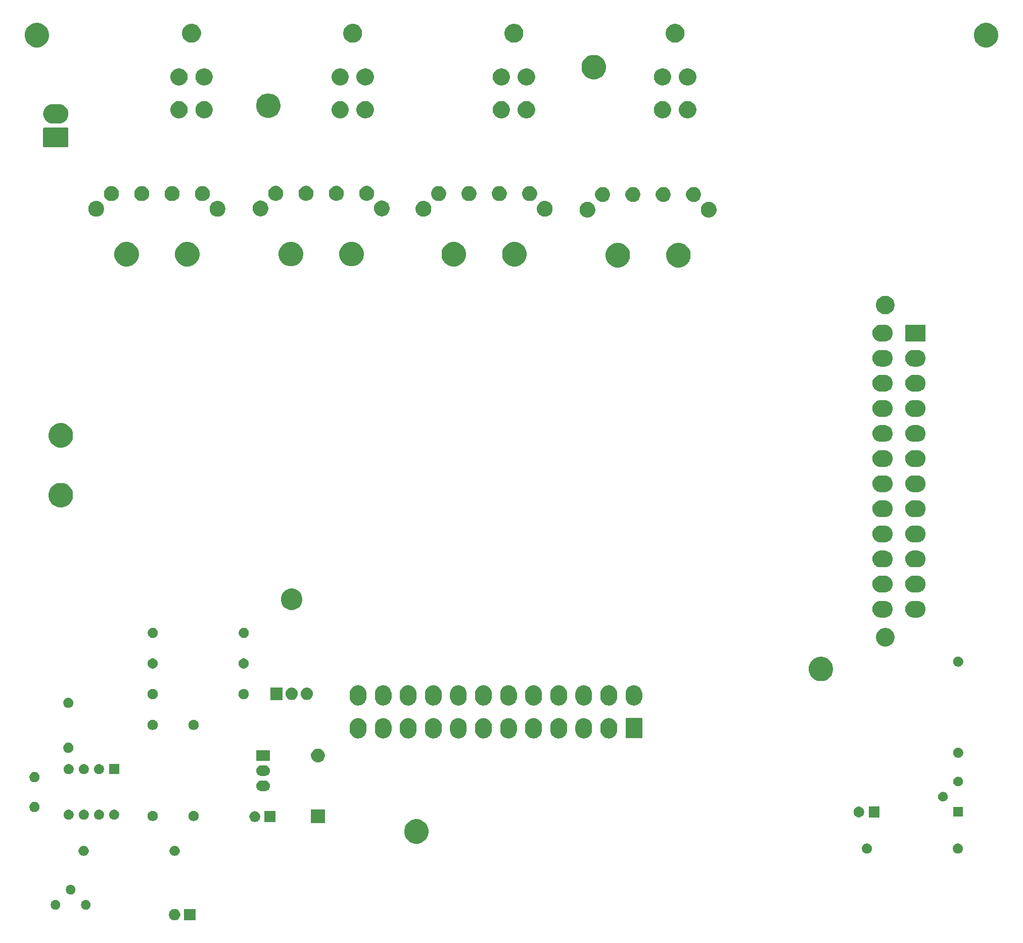
<source format=gts>
G04 #@! TF.GenerationSoftware,KiCad,Pcbnew,(5.1.5-0-10_14)*
G04 #@! TF.CreationDate,2023-03-12T15:50:22+01:00*
G04 #@! TF.ProjectId,DC_Board,44435f42-6f61-4726-942e-6b696361645f,rev?*
G04 #@! TF.SameCoordinates,Original*
G04 #@! TF.FileFunction,Soldermask,Top*
G04 #@! TF.FilePolarity,Negative*
%FSLAX46Y46*%
G04 Gerber Fmt 4.6, Leading zero omitted, Abs format (unit mm)*
G04 Created by KiCad (PCBNEW (5.1.5-0-10_14)) date 2023-03-12 15:50:22*
%MOMM*%
%LPD*%
G04 APERTURE LIST*
%ADD10C,0.100000*%
G04 APERTURE END LIST*
D10*
G36*
X192551000Y-221141000D02*
G01*
X190649000Y-221141000D01*
X190649000Y-219239000D01*
X192551000Y-219239000D01*
X192551000Y-221141000D01*
G37*
G36*
X189337395Y-219275546D02*
G01*
X189510466Y-219347234D01*
X189510467Y-219347235D01*
X189666227Y-219451310D01*
X189798690Y-219583773D01*
X189798691Y-219583775D01*
X189902766Y-219739534D01*
X189974454Y-219912605D01*
X190011000Y-220096333D01*
X190011000Y-220283667D01*
X189974454Y-220467395D01*
X189902766Y-220640466D01*
X189902765Y-220640467D01*
X189798690Y-220796227D01*
X189666227Y-220928690D01*
X189587818Y-220981081D01*
X189510466Y-221032766D01*
X189337395Y-221104454D01*
X189153667Y-221141000D01*
X188966333Y-221141000D01*
X188782605Y-221104454D01*
X188609534Y-221032766D01*
X188532182Y-220981081D01*
X188453773Y-220928690D01*
X188321310Y-220796227D01*
X188217235Y-220640467D01*
X188217234Y-220640466D01*
X188145546Y-220467395D01*
X188109000Y-220283667D01*
X188109000Y-220096333D01*
X188145546Y-219912605D01*
X188217234Y-219739534D01*
X188321309Y-219583775D01*
X188321310Y-219583773D01*
X188453773Y-219451310D01*
X188609533Y-219347235D01*
X188609534Y-219347234D01*
X188782605Y-219275546D01*
X188966333Y-219239000D01*
X189153667Y-219239000D01*
X189337395Y-219275546D01*
G37*
G36*
X174437142Y-217768242D02*
G01*
X174585101Y-217829529D01*
X174718255Y-217918499D01*
X174831501Y-218031745D01*
X174920471Y-218164899D01*
X174981758Y-218312858D01*
X175013000Y-218469925D01*
X175013000Y-218630075D01*
X174981758Y-218787142D01*
X174920471Y-218935101D01*
X174831501Y-219068255D01*
X174718255Y-219181501D01*
X174585101Y-219270471D01*
X174437142Y-219331758D01*
X174280075Y-219363000D01*
X174119925Y-219363000D01*
X173962858Y-219331758D01*
X173814899Y-219270471D01*
X173681745Y-219181501D01*
X173568499Y-219068255D01*
X173479529Y-218935101D01*
X173418242Y-218787142D01*
X173387000Y-218630075D01*
X173387000Y-218469925D01*
X173418242Y-218312858D01*
X173479529Y-218164899D01*
X173568499Y-218031745D01*
X173681745Y-217918499D01*
X173814899Y-217829529D01*
X173962858Y-217768242D01*
X174119925Y-217737000D01*
X174280075Y-217737000D01*
X174437142Y-217768242D01*
G37*
G36*
X169357142Y-217768242D02*
G01*
X169505101Y-217829529D01*
X169638255Y-217918499D01*
X169751501Y-218031745D01*
X169840471Y-218164899D01*
X169901758Y-218312858D01*
X169933000Y-218469925D01*
X169933000Y-218630075D01*
X169901758Y-218787142D01*
X169840471Y-218935101D01*
X169751501Y-219068255D01*
X169638255Y-219181501D01*
X169505101Y-219270471D01*
X169357142Y-219331758D01*
X169200075Y-219363000D01*
X169039925Y-219363000D01*
X168882858Y-219331758D01*
X168734899Y-219270471D01*
X168601745Y-219181501D01*
X168488499Y-219068255D01*
X168399529Y-218935101D01*
X168338242Y-218787142D01*
X168307000Y-218630075D01*
X168307000Y-218469925D01*
X168338242Y-218312858D01*
X168399529Y-218164899D01*
X168488499Y-218031745D01*
X168601745Y-217918499D01*
X168734899Y-217829529D01*
X168882858Y-217768242D01*
X169039925Y-217737000D01*
X169200075Y-217737000D01*
X169357142Y-217768242D01*
G37*
G36*
X171897142Y-215228242D02*
G01*
X172045101Y-215289529D01*
X172178255Y-215378499D01*
X172291501Y-215491745D01*
X172380471Y-215624899D01*
X172441758Y-215772858D01*
X172473000Y-215929925D01*
X172473000Y-216090075D01*
X172441758Y-216247142D01*
X172380471Y-216395101D01*
X172291501Y-216528255D01*
X172178255Y-216641501D01*
X172045101Y-216730471D01*
X171897142Y-216791758D01*
X171740075Y-216823000D01*
X171579925Y-216823000D01*
X171422858Y-216791758D01*
X171274899Y-216730471D01*
X171141745Y-216641501D01*
X171028499Y-216528255D01*
X170939529Y-216395101D01*
X170878242Y-216247142D01*
X170847000Y-216090075D01*
X170847000Y-215929925D01*
X170878242Y-215772858D01*
X170939529Y-215624899D01*
X171028499Y-215491745D01*
X171141745Y-215378499D01*
X171274899Y-215289529D01*
X171422858Y-215228242D01*
X171579925Y-215197000D01*
X171740075Y-215197000D01*
X171897142Y-215228242D01*
G37*
G36*
X189318228Y-208701703D02*
G01*
X189473100Y-208765853D01*
X189612481Y-208858985D01*
X189731015Y-208977519D01*
X189824147Y-209116900D01*
X189888297Y-209271772D01*
X189921000Y-209436184D01*
X189921000Y-209603816D01*
X189888297Y-209768228D01*
X189824147Y-209923100D01*
X189731015Y-210062481D01*
X189612481Y-210181015D01*
X189473100Y-210274147D01*
X189318228Y-210338297D01*
X189153816Y-210371000D01*
X188986184Y-210371000D01*
X188821772Y-210338297D01*
X188666900Y-210274147D01*
X188527519Y-210181015D01*
X188408985Y-210062481D01*
X188315853Y-209923100D01*
X188251703Y-209768228D01*
X188219000Y-209603816D01*
X188219000Y-209436184D01*
X188251703Y-209271772D01*
X188315853Y-209116900D01*
X188408985Y-208977519D01*
X188527519Y-208858985D01*
X188666900Y-208765853D01*
X188821772Y-208701703D01*
X188986184Y-208669000D01*
X189153816Y-208669000D01*
X189318228Y-208701703D01*
G37*
G36*
X174078228Y-208701703D02*
G01*
X174233100Y-208765853D01*
X174372481Y-208858985D01*
X174491015Y-208977519D01*
X174584147Y-209116900D01*
X174648297Y-209271772D01*
X174681000Y-209436184D01*
X174681000Y-209603816D01*
X174648297Y-209768228D01*
X174584147Y-209923100D01*
X174491015Y-210062481D01*
X174372481Y-210181015D01*
X174233100Y-210274147D01*
X174078228Y-210338297D01*
X173913816Y-210371000D01*
X173746184Y-210371000D01*
X173581772Y-210338297D01*
X173426900Y-210274147D01*
X173287519Y-210181015D01*
X173168985Y-210062481D01*
X173075853Y-209923100D01*
X173011703Y-209768228D01*
X172979000Y-209603816D01*
X172979000Y-209436184D01*
X173011703Y-209271772D01*
X173075853Y-209116900D01*
X173168985Y-208977519D01*
X173287519Y-208858985D01*
X173426900Y-208765853D01*
X173581772Y-208701703D01*
X173746184Y-208669000D01*
X173913816Y-208669000D01*
X174078228Y-208701703D01*
G37*
G36*
X320528228Y-208331703D02*
G01*
X320683100Y-208395853D01*
X320822481Y-208488985D01*
X320941015Y-208607519D01*
X321034147Y-208746900D01*
X321098297Y-208901772D01*
X321131000Y-209066184D01*
X321131000Y-209233816D01*
X321098297Y-209398228D01*
X321034147Y-209553100D01*
X320941015Y-209692481D01*
X320822481Y-209811015D01*
X320683100Y-209904147D01*
X320528228Y-209968297D01*
X320363816Y-210001000D01*
X320196184Y-210001000D01*
X320031772Y-209968297D01*
X319876900Y-209904147D01*
X319737519Y-209811015D01*
X319618985Y-209692481D01*
X319525853Y-209553100D01*
X319461703Y-209398228D01*
X319429000Y-209233816D01*
X319429000Y-209066184D01*
X319461703Y-208901772D01*
X319525853Y-208746900D01*
X319618985Y-208607519D01*
X319737519Y-208488985D01*
X319876900Y-208395853D01*
X320031772Y-208331703D01*
X320196184Y-208299000D01*
X320363816Y-208299000D01*
X320528228Y-208331703D01*
G37*
G36*
X305288228Y-208331703D02*
G01*
X305443100Y-208395853D01*
X305582481Y-208488985D01*
X305701015Y-208607519D01*
X305794147Y-208746900D01*
X305858297Y-208901772D01*
X305891000Y-209066184D01*
X305891000Y-209233816D01*
X305858297Y-209398228D01*
X305794147Y-209553100D01*
X305701015Y-209692481D01*
X305582481Y-209811015D01*
X305443100Y-209904147D01*
X305288228Y-209968297D01*
X305123816Y-210001000D01*
X304956184Y-210001000D01*
X304791772Y-209968297D01*
X304636900Y-209904147D01*
X304497519Y-209811015D01*
X304378985Y-209692481D01*
X304285853Y-209553100D01*
X304221703Y-209398228D01*
X304189000Y-209233816D01*
X304189000Y-209066184D01*
X304221703Y-208901772D01*
X304285853Y-208746900D01*
X304378985Y-208607519D01*
X304497519Y-208488985D01*
X304636900Y-208395853D01*
X304791772Y-208331703D01*
X304956184Y-208299000D01*
X305123816Y-208299000D01*
X305288228Y-208331703D01*
G37*
G36*
X230178254Y-204317818D02*
G01*
X230551511Y-204472426D01*
X230551513Y-204472427D01*
X230725162Y-204588456D01*
X230887436Y-204696884D01*
X231173116Y-204982564D01*
X231397574Y-205318489D01*
X231552182Y-205691746D01*
X231631000Y-206087993D01*
X231631000Y-206492007D01*
X231552182Y-206888254D01*
X231397574Y-207261511D01*
X231397573Y-207261513D01*
X231173116Y-207597436D01*
X230887436Y-207883116D01*
X230551513Y-208107573D01*
X230551512Y-208107574D01*
X230551511Y-208107574D01*
X230178254Y-208262182D01*
X229782007Y-208341000D01*
X229377993Y-208341000D01*
X228981746Y-208262182D01*
X228608489Y-208107574D01*
X228608488Y-208107574D01*
X228608487Y-208107573D01*
X228272564Y-207883116D01*
X227986884Y-207597436D01*
X227762427Y-207261513D01*
X227762426Y-207261511D01*
X227607818Y-206888254D01*
X227529000Y-206492007D01*
X227529000Y-206087993D01*
X227607818Y-205691746D01*
X227762426Y-205318489D01*
X227986884Y-204982564D01*
X228272564Y-204696884D01*
X228434838Y-204588456D01*
X228608487Y-204472427D01*
X228608489Y-204472426D01*
X228981746Y-204317818D01*
X229377993Y-204239000D01*
X229782007Y-204239000D01*
X230178254Y-204317818D01*
G37*
G36*
X214231000Y-204871000D02*
G01*
X211929000Y-204871000D01*
X211929000Y-202569000D01*
X214231000Y-202569000D01*
X214231000Y-204871000D01*
G37*
G36*
X205941000Y-204691000D02*
G01*
X204139000Y-204691000D01*
X204139000Y-202889000D01*
X205941000Y-202889000D01*
X205941000Y-204691000D01*
G37*
G36*
X202613512Y-202893927D02*
G01*
X202762812Y-202923624D01*
X202926784Y-202991544D01*
X203074354Y-203090147D01*
X203199853Y-203215646D01*
X203298456Y-203363216D01*
X203366376Y-203527188D01*
X203401000Y-203701259D01*
X203401000Y-203878741D01*
X203366376Y-204052812D01*
X203298456Y-204216784D01*
X203199853Y-204364354D01*
X203074354Y-204489853D01*
X202926784Y-204588456D01*
X202762812Y-204656376D01*
X202613512Y-204686073D01*
X202588742Y-204691000D01*
X202411258Y-204691000D01*
X202386488Y-204686073D01*
X202237188Y-204656376D01*
X202073216Y-204588456D01*
X201925646Y-204489853D01*
X201800147Y-204364354D01*
X201701544Y-204216784D01*
X201633624Y-204052812D01*
X201599000Y-203878741D01*
X201599000Y-203701259D01*
X201633624Y-203527188D01*
X201701544Y-203363216D01*
X201800147Y-203215646D01*
X201925646Y-203090147D01*
X202073216Y-202991544D01*
X202237188Y-202923624D01*
X202386488Y-202893927D01*
X202411258Y-202889000D01*
X202588742Y-202889000D01*
X202613512Y-202893927D01*
G37*
G36*
X192488228Y-202861703D02*
G01*
X192643100Y-202925853D01*
X192782481Y-203018985D01*
X192901015Y-203137519D01*
X192994147Y-203276900D01*
X193058297Y-203431772D01*
X193091000Y-203596184D01*
X193091000Y-203763816D01*
X193058297Y-203928228D01*
X192994147Y-204083100D01*
X192901015Y-204222481D01*
X192782481Y-204341015D01*
X192643100Y-204434147D01*
X192488228Y-204498297D01*
X192323816Y-204531000D01*
X192156184Y-204531000D01*
X191991772Y-204498297D01*
X191836900Y-204434147D01*
X191697519Y-204341015D01*
X191578985Y-204222481D01*
X191485853Y-204083100D01*
X191421703Y-203928228D01*
X191389000Y-203763816D01*
X191389000Y-203596184D01*
X191421703Y-203431772D01*
X191485853Y-203276900D01*
X191578985Y-203137519D01*
X191697519Y-203018985D01*
X191836900Y-202925853D01*
X191991772Y-202861703D01*
X192156184Y-202829000D01*
X192323816Y-202829000D01*
X192488228Y-202861703D01*
G37*
G36*
X185638228Y-202861703D02*
G01*
X185793100Y-202925853D01*
X185932481Y-203018985D01*
X186051015Y-203137519D01*
X186144147Y-203276900D01*
X186208297Y-203431772D01*
X186241000Y-203596184D01*
X186241000Y-203763816D01*
X186208297Y-203928228D01*
X186144147Y-204083100D01*
X186051015Y-204222481D01*
X185932481Y-204341015D01*
X185793100Y-204434147D01*
X185638228Y-204498297D01*
X185473816Y-204531000D01*
X185306184Y-204531000D01*
X185141772Y-204498297D01*
X184986900Y-204434147D01*
X184847519Y-204341015D01*
X184728985Y-204222481D01*
X184635853Y-204083100D01*
X184571703Y-203928228D01*
X184539000Y-203763816D01*
X184539000Y-203596184D01*
X184571703Y-203431772D01*
X184635853Y-203276900D01*
X184728985Y-203137519D01*
X184847519Y-203018985D01*
X184986900Y-202925853D01*
X185141772Y-202861703D01*
X185306184Y-202829000D01*
X185473816Y-202829000D01*
X185638228Y-202861703D01*
G37*
G36*
X171558228Y-202651703D02*
G01*
X171713100Y-202715853D01*
X171852481Y-202808985D01*
X171971015Y-202927519D01*
X172064147Y-203066900D01*
X172128297Y-203221772D01*
X172161000Y-203386184D01*
X172161000Y-203553816D01*
X172128297Y-203718228D01*
X172064147Y-203873100D01*
X171971015Y-204012481D01*
X171852481Y-204131015D01*
X171713100Y-204224147D01*
X171558228Y-204288297D01*
X171393816Y-204321000D01*
X171226184Y-204321000D01*
X171061772Y-204288297D01*
X170906900Y-204224147D01*
X170767519Y-204131015D01*
X170648985Y-204012481D01*
X170555853Y-203873100D01*
X170491703Y-203718228D01*
X170459000Y-203553816D01*
X170459000Y-203386184D01*
X170491703Y-203221772D01*
X170555853Y-203066900D01*
X170648985Y-202927519D01*
X170767519Y-202808985D01*
X170906900Y-202715853D01*
X171061772Y-202651703D01*
X171226184Y-202619000D01*
X171393816Y-202619000D01*
X171558228Y-202651703D01*
G37*
G36*
X179178228Y-202651703D02*
G01*
X179333100Y-202715853D01*
X179472481Y-202808985D01*
X179591015Y-202927519D01*
X179684147Y-203066900D01*
X179748297Y-203221772D01*
X179781000Y-203386184D01*
X179781000Y-203553816D01*
X179748297Y-203718228D01*
X179684147Y-203873100D01*
X179591015Y-204012481D01*
X179472481Y-204131015D01*
X179333100Y-204224147D01*
X179178228Y-204288297D01*
X179013816Y-204321000D01*
X178846184Y-204321000D01*
X178681772Y-204288297D01*
X178526900Y-204224147D01*
X178387519Y-204131015D01*
X178268985Y-204012481D01*
X178175853Y-203873100D01*
X178111703Y-203718228D01*
X178079000Y-203553816D01*
X178079000Y-203386184D01*
X178111703Y-203221772D01*
X178175853Y-203066900D01*
X178268985Y-202927519D01*
X178387519Y-202808985D01*
X178526900Y-202715853D01*
X178681772Y-202651703D01*
X178846184Y-202619000D01*
X179013816Y-202619000D01*
X179178228Y-202651703D01*
G37*
G36*
X176638228Y-202651703D02*
G01*
X176793100Y-202715853D01*
X176932481Y-202808985D01*
X177051015Y-202927519D01*
X177144147Y-203066900D01*
X177208297Y-203221772D01*
X177241000Y-203386184D01*
X177241000Y-203553816D01*
X177208297Y-203718228D01*
X177144147Y-203873100D01*
X177051015Y-204012481D01*
X176932481Y-204131015D01*
X176793100Y-204224147D01*
X176638228Y-204288297D01*
X176473816Y-204321000D01*
X176306184Y-204321000D01*
X176141772Y-204288297D01*
X175986900Y-204224147D01*
X175847519Y-204131015D01*
X175728985Y-204012481D01*
X175635853Y-203873100D01*
X175571703Y-203718228D01*
X175539000Y-203553816D01*
X175539000Y-203386184D01*
X175571703Y-203221772D01*
X175635853Y-203066900D01*
X175728985Y-202927519D01*
X175847519Y-202808985D01*
X175986900Y-202715853D01*
X176141772Y-202651703D01*
X176306184Y-202619000D01*
X176473816Y-202619000D01*
X176638228Y-202651703D01*
G37*
G36*
X174098228Y-202651703D02*
G01*
X174253100Y-202715853D01*
X174392481Y-202808985D01*
X174511015Y-202927519D01*
X174604147Y-203066900D01*
X174668297Y-203221772D01*
X174701000Y-203386184D01*
X174701000Y-203553816D01*
X174668297Y-203718228D01*
X174604147Y-203873100D01*
X174511015Y-204012481D01*
X174392481Y-204131015D01*
X174253100Y-204224147D01*
X174098228Y-204288297D01*
X173933816Y-204321000D01*
X173766184Y-204321000D01*
X173601772Y-204288297D01*
X173446900Y-204224147D01*
X173307519Y-204131015D01*
X173188985Y-204012481D01*
X173095853Y-203873100D01*
X173031703Y-203718228D01*
X172999000Y-203553816D01*
X172999000Y-203386184D01*
X173031703Y-203221772D01*
X173095853Y-203066900D01*
X173188985Y-202927519D01*
X173307519Y-202808985D01*
X173446900Y-202715853D01*
X173601772Y-202651703D01*
X173766184Y-202619000D01*
X173933816Y-202619000D01*
X174098228Y-202651703D01*
G37*
G36*
X307121000Y-203921000D02*
G01*
X305319000Y-203921000D01*
X305319000Y-202119000D01*
X307121000Y-202119000D01*
X307121000Y-203921000D01*
G37*
G36*
X303793512Y-202123927D02*
G01*
X303942812Y-202153624D01*
X304106784Y-202221544D01*
X304254354Y-202320147D01*
X304379853Y-202445646D01*
X304478456Y-202593216D01*
X304546376Y-202757188D01*
X304581000Y-202931259D01*
X304581000Y-203108741D01*
X304546376Y-203282812D01*
X304478456Y-203446784D01*
X304379853Y-203594354D01*
X304254354Y-203719853D01*
X304106784Y-203818456D01*
X303942812Y-203886376D01*
X303793512Y-203916073D01*
X303768742Y-203921000D01*
X303591258Y-203921000D01*
X303566488Y-203916073D01*
X303417188Y-203886376D01*
X303253216Y-203818456D01*
X303105646Y-203719853D01*
X302980147Y-203594354D01*
X302881544Y-203446784D01*
X302813624Y-203282812D01*
X302779000Y-203108741D01*
X302779000Y-202931259D01*
X302813624Y-202757188D01*
X302881544Y-202593216D01*
X302980147Y-202445646D01*
X303105646Y-202320147D01*
X303253216Y-202221544D01*
X303417188Y-202153624D01*
X303566488Y-202123927D01*
X303591258Y-202119000D01*
X303768742Y-202119000D01*
X303793512Y-202123927D01*
G37*
G36*
X321111000Y-203801000D02*
G01*
X319509000Y-203801000D01*
X319509000Y-202199000D01*
X321111000Y-202199000D01*
X321111000Y-203801000D01*
G37*
G36*
X165838228Y-201361703D02*
G01*
X165993100Y-201425853D01*
X166132481Y-201518985D01*
X166251015Y-201637519D01*
X166344147Y-201776900D01*
X166408297Y-201931772D01*
X166441000Y-202096184D01*
X166441000Y-202263816D01*
X166408297Y-202428228D01*
X166344147Y-202583100D01*
X166251015Y-202722481D01*
X166132481Y-202841015D01*
X165993100Y-202934147D01*
X165838228Y-202998297D01*
X165673816Y-203031000D01*
X165506184Y-203031000D01*
X165341772Y-202998297D01*
X165186900Y-202934147D01*
X165047519Y-202841015D01*
X164928985Y-202722481D01*
X164835853Y-202583100D01*
X164771703Y-202428228D01*
X164739000Y-202263816D01*
X164739000Y-202096184D01*
X164771703Y-201931772D01*
X164835853Y-201776900D01*
X164928985Y-201637519D01*
X165047519Y-201518985D01*
X165186900Y-201425853D01*
X165341772Y-201361703D01*
X165506184Y-201329000D01*
X165673816Y-201329000D01*
X165838228Y-201361703D01*
G37*
G36*
X318003642Y-199689781D02*
G01*
X318149414Y-199750162D01*
X318149416Y-199750163D01*
X318280608Y-199837822D01*
X318392178Y-199949392D01*
X318479837Y-200080584D01*
X318479838Y-200080586D01*
X318540219Y-200226358D01*
X318571000Y-200381107D01*
X318571000Y-200538893D01*
X318540219Y-200693642D01*
X318479838Y-200839414D01*
X318479837Y-200839416D01*
X318392178Y-200970608D01*
X318280608Y-201082178D01*
X318149416Y-201169837D01*
X318149415Y-201169838D01*
X318149414Y-201169838D01*
X318003642Y-201230219D01*
X317848893Y-201261000D01*
X317691107Y-201261000D01*
X317536358Y-201230219D01*
X317390586Y-201169838D01*
X317390585Y-201169838D01*
X317390584Y-201169837D01*
X317259392Y-201082178D01*
X317147822Y-200970608D01*
X317060163Y-200839416D01*
X317060162Y-200839414D01*
X316999781Y-200693642D01*
X316969000Y-200538893D01*
X316969000Y-200381107D01*
X316999781Y-200226358D01*
X317060162Y-200080586D01*
X317060163Y-200080584D01*
X317147822Y-199949392D01*
X317259392Y-199837822D01*
X317390584Y-199750163D01*
X317390586Y-199750162D01*
X317536358Y-199689781D01*
X317691107Y-199659000D01*
X317848893Y-199659000D01*
X318003642Y-199689781D01*
G37*
G36*
X204210345Y-197733442D02*
G01*
X204300548Y-197742326D01*
X204474157Y-197794990D01*
X204634156Y-197880511D01*
X204677729Y-197916271D01*
X204774397Y-197995603D01*
X204853729Y-198092271D01*
X204889489Y-198135844D01*
X204975010Y-198295843D01*
X205027674Y-198469452D01*
X205045456Y-198650000D01*
X205027674Y-198830548D01*
X204975010Y-199004157D01*
X204889489Y-199164156D01*
X204853729Y-199207729D01*
X204774397Y-199304397D01*
X204677729Y-199383729D01*
X204634156Y-199419489D01*
X204474157Y-199505010D01*
X204300548Y-199557674D01*
X204210345Y-199566558D01*
X204165245Y-199571000D01*
X203614755Y-199571000D01*
X203569655Y-199566558D01*
X203479452Y-199557674D01*
X203305843Y-199505010D01*
X203145844Y-199419489D01*
X203102271Y-199383729D01*
X203005603Y-199304397D01*
X202926271Y-199207729D01*
X202890511Y-199164156D01*
X202804990Y-199004157D01*
X202752326Y-198830548D01*
X202734544Y-198650000D01*
X202752326Y-198469452D01*
X202804990Y-198295843D01*
X202890511Y-198135844D01*
X202926271Y-198092271D01*
X203005603Y-197995603D01*
X203102271Y-197916271D01*
X203145844Y-197880511D01*
X203305843Y-197794990D01*
X203479452Y-197742326D01*
X203569655Y-197733442D01*
X203614755Y-197729000D01*
X204165245Y-197729000D01*
X204210345Y-197733442D01*
G37*
G36*
X320543642Y-197149781D02*
G01*
X320689414Y-197210162D01*
X320689416Y-197210163D01*
X320820608Y-197297822D01*
X320932178Y-197409392D01*
X320944764Y-197428229D01*
X321019838Y-197540586D01*
X321080219Y-197686358D01*
X321111000Y-197841107D01*
X321111000Y-197998893D01*
X321080219Y-198153642D01*
X321021318Y-198295841D01*
X321019837Y-198299416D01*
X320932178Y-198430608D01*
X320820608Y-198542178D01*
X320689416Y-198629837D01*
X320689415Y-198629838D01*
X320689414Y-198629838D01*
X320543642Y-198690219D01*
X320388893Y-198721000D01*
X320231107Y-198721000D01*
X320076358Y-198690219D01*
X319930586Y-198629838D01*
X319930585Y-198629838D01*
X319930584Y-198629837D01*
X319799392Y-198542178D01*
X319687822Y-198430608D01*
X319600163Y-198299416D01*
X319598682Y-198295841D01*
X319539781Y-198153642D01*
X319509000Y-197998893D01*
X319509000Y-197841107D01*
X319539781Y-197686358D01*
X319600162Y-197540586D01*
X319675236Y-197428229D01*
X319687822Y-197409392D01*
X319799392Y-197297822D01*
X319930584Y-197210163D01*
X319930586Y-197210162D01*
X320076358Y-197149781D01*
X320231107Y-197119000D01*
X320388893Y-197119000D01*
X320543642Y-197149781D01*
G37*
G36*
X165838228Y-196361703D02*
G01*
X165993100Y-196425853D01*
X166132481Y-196518985D01*
X166251015Y-196637519D01*
X166344147Y-196776900D01*
X166408297Y-196931772D01*
X166441000Y-197096184D01*
X166441000Y-197263816D01*
X166408297Y-197428228D01*
X166344147Y-197583100D01*
X166251015Y-197722481D01*
X166132481Y-197841015D01*
X165993100Y-197934147D01*
X165838228Y-197998297D01*
X165673816Y-198031000D01*
X165506184Y-198031000D01*
X165341772Y-197998297D01*
X165186900Y-197934147D01*
X165047519Y-197841015D01*
X164928985Y-197722481D01*
X164835853Y-197583100D01*
X164771703Y-197428228D01*
X164739000Y-197263816D01*
X164739000Y-197096184D01*
X164771703Y-196931772D01*
X164835853Y-196776900D01*
X164928985Y-196637519D01*
X165047519Y-196518985D01*
X165186900Y-196425853D01*
X165341772Y-196361703D01*
X165506184Y-196329000D01*
X165673816Y-196329000D01*
X165838228Y-196361703D01*
G37*
G36*
X204210345Y-195193442D02*
G01*
X204300548Y-195202326D01*
X204474157Y-195254990D01*
X204634156Y-195340511D01*
X204677729Y-195376271D01*
X204774397Y-195455603D01*
X204853729Y-195552271D01*
X204889489Y-195595844D01*
X204975010Y-195755843D01*
X205027674Y-195929452D01*
X205045456Y-196110000D01*
X205027674Y-196290548D01*
X204975010Y-196464157D01*
X204889489Y-196624156D01*
X204878522Y-196637519D01*
X204774397Y-196764397D01*
X204677729Y-196843729D01*
X204634156Y-196879489D01*
X204474157Y-196965010D01*
X204300548Y-197017674D01*
X204210345Y-197026558D01*
X204165245Y-197031000D01*
X203614755Y-197031000D01*
X203569655Y-197026558D01*
X203479452Y-197017674D01*
X203305843Y-196965010D01*
X203145844Y-196879489D01*
X203102271Y-196843729D01*
X203005603Y-196764397D01*
X202901478Y-196637519D01*
X202890511Y-196624156D01*
X202804990Y-196464157D01*
X202752326Y-196290548D01*
X202734544Y-196110000D01*
X202752326Y-195929452D01*
X202804990Y-195755843D01*
X202890511Y-195595844D01*
X202926271Y-195552271D01*
X203005603Y-195455603D01*
X203102271Y-195376271D01*
X203145844Y-195340511D01*
X203305843Y-195254990D01*
X203479452Y-195202326D01*
X203569655Y-195193442D01*
X203614755Y-195189000D01*
X204165245Y-195189000D01*
X204210345Y-195193442D01*
G37*
G36*
X179781000Y-196701000D02*
G01*
X178079000Y-196701000D01*
X178079000Y-194999000D01*
X179781000Y-194999000D01*
X179781000Y-196701000D01*
G37*
G36*
X176638228Y-195031703D02*
G01*
X176793100Y-195095853D01*
X176932481Y-195188985D01*
X177051015Y-195307519D01*
X177144147Y-195446900D01*
X177208297Y-195601772D01*
X177241000Y-195766184D01*
X177241000Y-195933816D01*
X177208297Y-196098228D01*
X177144147Y-196253100D01*
X177051015Y-196392481D01*
X176932481Y-196511015D01*
X176793100Y-196604147D01*
X176638228Y-196668297D01*
X176473816Y-196701000D01*
X176306184Y-196701000D01*
X176141772Y-196668297D01*
X175986900Y-196604147D01*
X175847519Y-196511015D01*
X175728985Y-196392481D01*
X175635853Y-196253100D01*
X175571703Y-196098228D01*
X175539000Y-195933816D01*
X175539000Y-195766184D01*
X175571703Y-195601772D01*
X175635853Y-195446900D01*
X175728985Y-195307519D01*
X175847519Y-195188985D01*
X175986900Y-195095853D01*
X176141772Y-195031703D01*
X176306184Y-194999000D01*
X176473816Y-194999000D01*
X176638228Y-195031703D01*
G37*
G36*
X174098228Y-195031703D02*
G01*
X174253100Y-195095853D01*
X174392481Y-195188985D01*
X174511015Y-195307519D01*
X174604147Y-195446900D01*
X174668297Y-195601772D01*
X174701000Y-195766184D01*
X174701000Y-195933816D01*
X174668297Y-196098228D01*
X174604147Y-196253100D01*
X174511015Y-196392481D01*
X174392481Y-196511015D01*
X174253100Y-196604147D01*
X174098228Y-196668297D01*
X173933816Y-196701000D01*
X173766184Y-196701000D01*
X173601772Y-196668297D01*
X173446900Y-196604147D01*
X173307519Y-196511015D01*
X173188985Y-196392481D01*
X173095853Y-196253100D01*
X173031703Y-196098228D01*
X172999000Y-195933816D01*
X172999000Y-195766184D01*
X173031703Y-195601772D01*
X173095853Y-195446900D01*
X173188985Y-195307519D01*
X173307519Y-195188985D01*
X173446900Y-195095853D01*
X173601772Y-195031703D01*
X173766184Y-194999000D01*
X173933816Y-194999000D01*
X174098228Y-195031703D01*
G37*
G36*
X171558228Y-195031703D02*
G01*
X171713100Y-195095853D01*
X171852481Y-195188985D01*
X171971015Y-195307519D01*
X172064147Y-195446900D01*
X172128297Y-195601772D01*
X172161000Y-195766184D01*
X172161000Y-195933816D01*
X172128297Y-196098228D01*
X172064147Y-196253100D01*
X171971015Y-196392481D01*
X171852481Y-196511015D01*
X171713100Y-196604147D01*
X171558228Y-196668297D01*
X171393816Y-196701000D01*
X171226184Y-196701000D01*
X171061772Y-196668297D01*
X170906900Y-196604147D01*
X170767519Y-196511015D01*
X170648985Y-196392481D01*
X170555853Y-196253100D01*
X170491703Y-196098228D01*
X170459000Y-195933816D01*
X170459000Y-195766184D01*
X170491703Y-195601772D01*
X170555853Y-195446900D01*
X170648985Y-195307519D01*
X170767519Y-195188985D01*
X170906900Y-195095853D01*
X171061772Y-195031703D01*
X171226184Y-194999000D01*
X171393816Y-194999000D01*
X171558228Y-195031703D01*
G37*
G36*
X213293836Y-192428985D02*
G01*
X213415734Y-192453232D01*
X213625203Y-192539997D01*
X213813720Y-192665960D01*
X213974040Y-192826280D01*
X214100003Y-193014797D01*
X214186768Y-193224266D01*
X214231000Y-193446636D01*
X214231000Y-193673364D01*
X214186768Y-193895734D01*
X214100003Y-194105203D01*
X213974040Y-194293720D01*
X213813720Y-194454040D01*
X213625203Y-194580003D01*
X213415734Y-194666768D01*
X213304549Y-194688884D01*
X213193365Y-194711000D01*
X212966635Y-194711000D01*
X212855451Y-194688884D01*
X212744266Y-194666768D01*
X212534797Y-194580003D01*
X212346280Y-194454040D01*
X212185960Y-194293720D01*
X212059997Y-194105203D01*
X211973232Y-193895734D01*
X211929000Y-193673364D01*
X211929000Y-193446636D01*
X211973232Y-193224266D01*
X212059997Y-193014797D01*
X212185960Y-192826280D01*
X212346280Y-192665960D01*
X212534797Y-192539997D01*
X212744266Y-192453232D01*
X212866164Y-192428985D01*
X212966635Y-192409000D01*
X213193365Y-192409000D01*
X213293836Y-192428985D01*
G37*
G36*
X204899561Y-192652966D02*
G01*
X204932383Y-192662923D01*
X204962632Y-192679092D01*
X204989148Y-192700852D01*
X205010908Y-192727368D01*
X205027077Y-192757617D01*
X205037034Y-192790439D01*
X205041000Y-192830713D01*
X205041000Y-194309287D01*
X205037034Y-194349561D01*
X205027077Y-194382383D01*
X205010908Y-194412632D01*
X204989148Y-194439148D01*
X204962632Y-194460908D01*
X204932383Y-194477077D01*
X204899561Y-194487034D01*
X204859287Y-194491000D01*
X202920713Y-194491000D01*
X202880439Y-194487034D01*
X202847617Y-194477077D01*
X202817368Y-194460908D01*
X202790852Y-194439148D01*
X202769092Y-194412632D01*
X202752923Y-194382383D01*
X202742966Y-194349561D01*
X202739000Y-194309287D01*
X202739000Y-192830713D01*
X202742966Y-192790439D01*
X202752923Y-192757617D01*
X202769092Y-192727368D01*
X202790852Y-192700852D01*
X202817368Y-192679092D01*
X202847617Y-192662923D01*
X202880439Y-192652966D01*
X202920713Y-192649000D01*
X204859287Y-192649000D01*
X204899561Y-192652966D01*
G37*
G36*
X320568228Y-192271703D02*
G01*
X320723100Y-192335853D01*
X320862481Y-192428985D01*
X320981015Y-192547519D01*
X321074147Y-192686900D01*
X321138297Y-192841772D01*
X321171000Y-193006184D01*
X321171000Y-193173816D01*
X321138297Y-193338228D01*
X321074147Y-193493100D01*
X320981015Y-193632481D01*
X320862481Y-193751015D01*
X320723100Y-193844147D01*
X320568228Y-193908297D01*
X320403816Y-193941000D01*
X320236184Y-193941000D01*
X320071772Y-193908297D01*
X319916900Y-193844147D01*
X319777519Y-193751015D01*
X319658985Y-193632481D01*
X319565853Y-193493100D01*
X319501703Y-193338228D01*
X319469000Y-193173816D01*
X319469000Y-193006184D01*
X319501703Y-192841772D01*
X319565853Y-192686900D01*
X319658985Y-192547519D01*
X319777519Y-192428985D01*
X319916900Y-192335853D01*
X320071772Y-192271703D01*
X320236184Y-192239000D01*
X320403816Y-192239000D01*
X320568228Y-192271703D01*
G37*
G36*
X171518228Y-191441703D02*
G01*
X171673100Y-191505853D01*
X171812481Y-191598985D01*
X171931015Y-191717519D01*
X172024147Y-191856900D01*
X172088297Y-192011772D01*
X172121000Y-192176184D01*
X172121000Y-192343816D01*
X172088297Y-192508228D01*
X172024147Y-192663100D01*
X171931015Y-192802481D01*
X171812481Y-192921015D01*
X171673100Y-193014147D01*
X171518228Y-193078297D01*
X171353816Y-193111000D01*
X171186184Y-193111000D01*
X171021772Y-193078297D01*
X170866900Y-193014147D01*
X170727519Y-192921015D01*
X170608985Y-192802481D01*
X170515853Y-192663100D01*
X170451703Y-192508228D01*
X170419000Y-192343816D01*
X170419000Y-192176184D01*
X170451703Y-192011772D01*
X170515853Y-191856900D01*
X170608985Y-191717519D01*
X170727519Y-191598985D01*
X170866900Y-191505853D01*
X171021772Y-191441703D01*
X171186184Y-191409000D01*
X171353816Y-191409000D01*
X171518228Y-191441703D01*
G37*
G36*
X224274644Y-187319272D02*
G01*
X224470017Y-187378538D01*
X224538737Y-187399384D01*
X224741625Y-187507830D01*
X224782120Y-187529475D01*
X224837691Y-187575082D01*
X224995450Y-187704550D01*
X225124918Y-187862309D01*
X225170525Y-187917880D01*
X225170526Y-187917882D01*
X225300616Y-188161263D01*
X225300617Y-188161267D01*
X225380728Y-188425357D01*
X225401000Y-188631183D01*
X225401000Y-189368818D01*
X225380728Y-189574644D01*
X225321462Y-189770017D01*
X225300616Y-189838737D01*
X225177964Y-190068202D01*
X225170525Y-190082120D01*
X225138092Y-190121640D01*
X224995450Y-190295450D01*
X224823797Y-190436320D01*
X224782119Y-190470525D01*
X224782117Y-190470526D01*
X224538736Y-190600616D01*
X224470016Y-190621462D01*
X224274643Y-190680728D01*
X224000000Y-190707778D01*
X223725356Y-190680728D01*
X223529983Y-190621462D01*
X223461263Y-190600616D01*
X223217882Y-190470526D01*
X223217880Y-190470525D01*
X223178360Y-190438092D01*
X223004550Y-190295450D01*
X222829476Y-190082120D01*
X222829475Y-190082119D01*
X222822036Y-190068201D01*
X222699384Y-189838736D01*
X222678538Y-189770016D01*
X222619272Y-189574643D01*
X222599000Y-189368817D01*
X222599000Y-188631182D01*
X222619272Y-188425356D01*
X222699383Y-188161267D01*
X222699384Y-188161263D01*
X222829474Y-187917882D01*
X222829475Y-187917880D01*
X222861908Y-187878360D01*
X223004550Y-187704550D01*
X223182581Y-187558445D01*
X223217881Y-187529475D01*
X223258376Y-187507830D01*
X223461264Y-187399384D01*
X223529984Y-187378538D01*
X223725357Y-187319272D01*
X224000000Y-187292222D01*
X224274644Y-187319272D01*
G37*
G36*
X262074644Y-187319272D02*
G01*
X262270017Y-187378538D01*
X262338737Y-187399384D01*
X262541625Y-187507830D01*
X262582120Y-187529475D01*
X262637691Y-187575082D01*
X262795450Y-187704550D01*
X262924918Y-187862309D01*
X262970525Y-187917880D01*
X262970526Y-187917882D01*
X263100616Y-188161263D01*
X263100617Y-188161267D01*
X263180728Y-188425357D01*
X263201000Y-188631183D01*
X263201000Y-189368818D01*
X263180728Y-189574644D01*
X263121462Y-189770017D01*
X263100616Y-189838737D01*
X262977964Y-190068202D01*
X262970525Y-190082120D01*
X262938092Y-190121640D01*
X262795450Y-190295450D01*
X262623797Y-190436320D01*
X262582119Y-190470525D01*
X262582117Y-190470526D01*
X262338736Y-190600616D01*
X262270016Y-190621462D01*
X262074643Y-190680728D01*
X261800000Y-190707778D01*
X261525356Y-190680728D01*
X261329983Y-190621462D01*
X261261263Y-190600616D01*
X261017882Y-190470526D01*
X261017880Y-190470525D01*
X260978360Y-190438092D01*
X260804550Y-190295450D01*
X260629476Y-190082120D01*
X260629475Y-190082119D01*
X260622036Y-190068201D01*
X260499384Y-189838736D01*
X260478538Y-189770016D01*
X260419272Y-189574643D01*
X260399000Y-189368817D01*
X260399000Y-188631182D01*
X260419272Y-188425356D01*
X260499383Y-188161267D01*
X260499384Y-188161263D01*
X260629474Y-187917882D01*
X260629475Y-187917880D01*
X260661908Y-187878360D01*
X260804550Y-187704550D01*
X260982581Y-187558445D01*
X261017881Y-187529475D01*
X261058376Y-187507830D01*
X261261264Y-187399384D01*
X261329984Y-187378538D01*
X261525357Y-187319272D01*
X261800000Y-187292222D01*
X262074644Y-187319272D01*
G37*
G36*
X253674644Y-187319272D02*
G01*
X253870017Y-187378538D01*
X253938737Y-187399384D01*
X254141625Y-187507830D01*
X254182120Y-187529475D01*
X254237691Y-187575082D01*
X254395450Y-187704550D01*
X254524918Y-187862309D01*
X254570525Y-187917880D01*
X254570526Y-187917882D01*
X254700616Y-188161263D01*
X254700617Y-188161267D01*
X254780728Y-188425357D01*
X254801000Y-188631183D01*
X254801000Y-189368818D01*
X254780728Y-189574644D01*
X254721462Y-189770017D01*
X254700616Y-189838737D01*
X254577964Y-190068202D01*
X254570525Y-190082120D01*
X254538092Y-190121640D01*
X254395450Y-190295450D01*
X254223797Y-190436320D01*
X254182119Y-190470525D01*
X254182117Y-190470526D01*
X253938736Y-190600616D01*
X253870016Y-190621462D01*
X253674643Y-190680728D01*
X253400000Y-190707778D01*
X253125356Y-190680728D01*
X252929983Y-190621462D01*
X252861263Y-190600616D01*
X252617882Y-190470526D01*
X252617880Y-190470525D01*
X252578360Y-190438092D01*
X252404550Y-190295450D01*
X252229476Y-190082120D01*
X252229475Y-190082119D01*
X252222036Y-190068201D01*
X252099384Y-189838736D01*
X252078538Y-189770016D01*
X252019272Y-189574643D01*
X251999000Y-189368817D01*
X251999000Y-188631182D01*
X252019272Y-188425356D01*
X252099383Y-188161267D01*
X252099384Y-188161263D01*
X252229474Y-187917882D01*
X252229475Y-187917880D01*
X252261908Y-187878360D01*
X252404550Y-187704550D01*
X252582581Y-187558445D01*
X252617881Y-187529475D01*
X252658376Y-187507830D01*
X252861264Y-187399384D01*
X252929984Y-187378538D01*
X253125357Y-187319272D01*
X253400000Y-187292222D01*
X253674644Y-187319272D01*
G37*
G36*
X249474644Y-187319272D02*
G01*
X249670017Y-187378538D01*
X249738737Y-187399384D01*
X249941625Y-187507830D01*
X249982120Y-187529475D01*
X250037691Y-187575082D01*
X250195450Y-187704550D01*
X250324918Y-187862309D01*
X250370525Y-187917880D01*
X250370526Y-187917882D01*
X250500616Y-188161263D01*
X250500617Y-188161267D01*
X250580728Y-188425357D01*
X250601000Y-188631183D01*
X250601000Y-189368818D01*
X250580728Y-189574644D01*
X250521462Y-189770017D01*
X250500616Y-189838737D01*
X250377964Y-190068202D01*
X250370525Y-190082120D01*
X250338092Y-190121640D01*
X250195450Y-190295450D01*
X250023797Y-190436320D01*
X249982119Y-190470525D01*
X249982117Y-190470526D01*
X249738736Y-190600616D01*
X249670016Y-190621462D01*
X249474643Y-190680728D01*
X249200000Y-190707778D01*
X248925356Y-190680728D01*
X248729983Y-190621462D01*
X248661263Y-190600616D01*
X248417882Y-190470526D01*
X248417880Y-190470525D01*
X248378360Y-190438092D01*
X248204550Y-190295450D01*
X248029476Y-190082120D01*
X248029475Y-190082119D01*
X248022036Y-190068201D01*
X247899384Y-189838736D01*
X247878538Y-189770016D01*
X247819272Y-189574643D01*
X247799000Y-189368817D01*
X247799000Y-188631182D01*
X247819272Y-188425356D01*
X247899383Y-188161267D01*
X247899384Y-188161263D01*
X248029474Y-187917882D01*
X248029475Y-187917880D01*
X248061908Y-187878360D01*
X248204550Y-187704550D01*
X248382581Y-187558445D01*
X248417881Y-187529475D01*
X248458376Y-187507830D01*
X248661264Y-187399384D01*
X248729984Y-187378538D01*
X248925357Y-187319272D01*
X249200000Y-187292222D01*
X249474644Y-187319272D01*
G37*
G36*
X245274644Y-187319272D02*
G01*
X245470017Y-187378538D01*
X245538737Y-187399384D01*
X245741625Y-187507830D01*
X245782120Y-187529475D01*
X245837691Y-187575082D01*
X245995450Y-187704550D01*
X246124918Y-187862309D01*
X246170525Y-187917880D01*
X246170526Y-187917882D01*
X246300616Y-188161263D01*
X246300617Y-188161267D01*
X246380728Y-188425357D01*
X246401000Y-188631183D01*
X246401000Y-189368818D01*
X246380728Y-189574644D01*
X246321462Y-189770017D01*
X246300616Y-189838737D01*
X246177964Y-190068202D01*
X246170525Y-190082120D01*
X246138092Y-190121640D01*
X245995450Y-190295450D01*
X245823797Y-190436320D01*
X245782119Y-190470525D01*
X245782117Y-190470526D01*
X245538736Y-190600616D01*
X245470016Y-190621462D01*
X245274643Y-190680728D01*
X245000000Y-190707778D01*
X244725356Y-190680728D01*
X244529983Y-190621462D01*
X244461263Y-190600616D01*
X244217882Y-190470526D01*
X244217880Y-190470525D01*
X244178360Y-190438092D01*
X244004550Y-190295450D01*
X243829476Y-190082120D01*
X243829475Y-190082119D01*
X243822036Y-190068201D01*
X243699384Y-189838736D01*
X243678538Y-189770016D01*
X243619272Y-189574643D01*
X243599000Y-189368817D01*
X243599000Y-188631182D01*
X243619272Y-188425356D01*
X243699383Y-188161267D01*
X243699384Y-188161263D01*
X243829474Y-187917882D01*
X243829475Y-187917880D01*
X243861908Y-187878360D01*
X244004550Y-187704550D01*
X244182581Y-187558445D01*
X244217881Y-187529475D01*
X244258376Y-187507830D01*
X244461264Y-187399384D01*
X244529984Y-187378538D01*
X244725357Y-187319272D01*
X245000000Y-187292222D01*
X245274644Y-187319272D01*
G37*
G36*
X257874644Y-187319272D02*
G01*
X258070017Y-187378538D01*
X258138737Y-187399384D01*
X258341625Y-187507830D01*
X258382120Y-187529475D01*
X258437691Y-187575082D01*
X258595450Y-187704550D01*
X258724918Y-187862309D01*
X258770525Y-187917880D01*
X258770526Y-187917882D01*
X258900616Y-188161263D01*
X258900617Y-188161267D01*
X258980728Y-188425357D01*
X259001000Y-188631183D01*
X259001000Y-189368818D01*
X258980728Y-189574644D01*
X258921462Y-189770017D01*
X258900616Y-189838737D01*
X258777964Y-190068202D01*
X258770525Y-190082120D01*
X258738092Y-190121640D01*
X258595450Y-190295450D01*
X258423797Y-190436320D01*
X258382119Y-190470525D01*
X258382117Y-190470526D01*
X258138736Y-190600616D01*
X258070016Y-190621462D01*
X257874643Y-190680728D01*
X257600000Y-190707778D01*
X257325356Y-190680728D01*
X257129983Y-190621462D01*
X257061263Y-190600616D01*
X256817882Y-190470526D01*
X256817880Y-190470525D01*
X256778360Y-190438092D01*
X256604550Y-190295450D01*
X256429476Y-190082120D01*
X256429475Y-190082119D01*
X256422036Y-190068201D01*
X256299384Y-189838736D01*
X256278538Y-189770016D01*
X256219272Y-189574643D01*
X256199000Y-189368817D01*
X256199000Y-188631182D01*
X256219272Y-188425356D01*
X256299383Y-188161267D01*
X256299384Y-188161263D01*
X256429474Y-187917882D01*
X256429475Y-187917880D01*
X256461908Y-187878360D01*
X256604550Y-187704550D01*
X256782581Y-187558445D01*
X256817881Y-187529475D01*
X256858376Y-187507830D01*
X257061264Y-187399384D01*
X257129984Y-187378538D01*
X257325357Y-187319272D01*
X257600000Y-187292222D01*
X257874644Y-187319272D01*
G37*
G36*
X241074644Y-187319272D02*
G01*
X241270017Y-187378538D01*
X241338737Y-187399384D01*
X241541625Y-187507830D01*
X241582120Y-187529475D01*
X241637691Y-187575082D01*
X241795450Y-187704550D01*
X241924918Y-187862309D01*
X241970525Y-187917880D01*
X241970526Y-187917882D01*
X242100616Y-188161263D01*
X242100617Y-188161267D01*
X242180728Y-188425357D01*
X242201000Y-188631183D01*
X242201000Y-189368818D01*
X242180728Y-189574644D01*
X242121462Y-189770017D01*
X242100616Y-189838737D01*
X241977964Y-190068202D01*
X241970525Y-190082120D01*
X241938092Y-190121640D01*
X241795450Y-190295450D01*
X241623797Y-190436320D01*
X241582119Y-190470525D01*
X241582117Y-190470526D01*
X241338736Y-190600616D01*
X241270016Y-190621462D01*
X241074643Y-190680728D01*
X240800000Y-190707778D01*
X240525356Y-190680728D01*
X240329983Y-190621462D01*
X240261263Y-190600616D01*
X240017882Y-190470526D01*
X240017880Y-190470525D01*
X239978360Y-190438092D01*
X239804550Y-190295450D01*
X239629476Y-190082120D01*
X239629475Y-190082119D01*
X239622036Y-190068201D01*
X239499384Y-189838736D01*
X239478538Y-189770016D01*
X239419272Y-189574643D01*
X239399000Y-189368817D01*
X239399000Y-188631182D01*
X239419272Y-188425356D01*
X239499383Y-188161267D01*
X239499384Y-188161263D01*
X239629474Y-187917882D01*
X239629475Y-187917880D01*
X239661908Y-187878360D01*
X239804550Y-187704550D01*
X239982581Y-187558445D01*
X240017881Y-187529475D01*
X240058376Y-187507830D01*
X240261264Y-187399384D01*
X240329984Y-187378538D01*
X240525357Y-187319272D01*
X240800000Y-187292222D01*
X241074644Y-187319272D01*
G37*
G36*
X236874644Y-187319272D02*
G01*
X237070017Y-187378538D01*
X237138737Y-187399384D01*
X237341625Y-187507830D01*
X237382120Y-187529475D01*
X237437691Y-187575082D01*
X237595450Y-187704550D01*
X237724918Y-187862309D01*
X237770525Y-187917880D01*
X237770526Y-187917882D01*
X237900616Y-188161263D01*
X237900617Y-188161267D01*
X237980728Y-188425357D01*
X238001000Y-188631183D01*
X238001000Y-189368818D01*
X237980728Y-189574644D01*
X237921462Y-189770017D01*
X237900616Y-189838737D01*
X237777964Y-190068202D01*
X237770525Y-190082120D01*
X237738092Y-190121640D01*
X237595450Y-190295450D01*
X237423797Y-190436320D01*
X237382119Y-190470525D01*
X237382117Y-190470526D01*
X237138736Y-190600616D01*
X237070016Y-190621462D01*
X236874643Y-190680728D01*
X236600000Y-190707778D01*
X236325356Y-190680728D01*
X236129983Y-190621462D01*
X236061263Y-190600616D01*
X235817882Y-190470526D01*
X235817880Y-190470525D01*
X235778360Y-190438092D01*
X235604550Y-190295450D01*
X235429476Y-190082120D01*
X235429475Y-190082119D01*
X235422036Y-190068201D01*
X235299384Y-189838736D01*
X235278538Y-189770016D01*
X235219272Y-189574643D01*
X235199000Y-189368817D01*
X235199000Y-188631182D01*
X235219272Y-188425356D01*
X235299383Y-188161267D01*
X235299384Y-188161263D01*
X235429474Y-187917882D01*
X235429475Y-187917880D01*
X235461908Y-187878360D01*
X235604550Y-187704550D01*
X235782581Y-187558445D01*
X235817881Y-187529475D01*
X235858376Y-187507830D01*
X236061264Y-187399384D01*
X236129984Y-187378538D01*
X236325357Y-187319272D01*
X236600000Y-187292222D01*
X236874644Y-187319272D01*
G37*
G36*
X232674644Y-187319272D02*
G01*
X232870017Y-187378538D01*
X232938737Y-187399384D01*
X233141625Y-187507830D01*
X233182120Y-187529475D01*
X233237691Y-187575082D01*
X233395450Y-187704550D01*
X233524918Y-187862309D01*
X233570525Y-187917880D01*
X233570526Y-187917882D01*
X233700616Y-188161263D01*
X233700617Y-188161267D01*
X233780728Y-188425357D01*
X233801000Y-188631183D01*
X233801000Y-189368818D01*
X233780728Y-189574644D01*
X233721462Y-189770017D01*
X233700616Y-189838737D01*
X233577964Y-190068202D01*
X233570525Y-190082120D01*
X233538092Y-190121640D01*
X233395450Y-190295450D01*
X233223797Y-190436320D01*
X233182119Y-190470525D01*
X233182117Y-190470526D01*
X232938736Y-190600616D01*
X232870016Y-190621462D01*
X232674643Y-190680728D01*
X232400000Y-190707778D01*
X232125356Y-190680728D01*
X231929983Y-190621462D01*
X231861263Y-190600616D01*
X231617882Y-190470526D01*
X231617880Y-190470525D01*
X231578360Y-190438092D01*
X231404550Y-190295450D01*
X231229476Y-190082120D01*
X231229475Y-190082119D01*
X231222036Y-190068201D01*
X231099384Y-189838736D01*
X231078538Y-189770016D01*
X231019272Y-189574643D01*
X230999000Y-189368817D01*
X230999000Y-188631182D01*
X231019272Y-188425356D01*
X231099383Y-188161267D01*
X231099384Y-188161263D01*
X231229474Y-187917882D01*
X231229475Y-187917880D01*
X231261908Y-187878360D01*
X231404550Y-187704550D01*
X231582581Y-187558445D01*
X231617881Y-187529475D01*
X231658376Y-187507830D01*
X231861264Y-187399384D01*
X231929984Y-187378538D01*
X232125357Y-187319272D01*
X232400000Y-187292222D01*
X232674644Y-187319272D01*
G37*
G36*
X228474644Y-187319272D02*
G01*
X228670017Y-187378538D01*
X228738737Y-187399384D01*
X228941625Y-187507830D01*
X228982120Y-187529475D01*
X229037691Y-187575082D01*
X229195450Y-187704550D01*
X229324918Y-187862309D01*
X229370525Y-187917880D01*
X229370526Y-187917882D01*
X229500616Y-188161263D01*
X229500617Y-188161267D01*
X229580728Y-188425357D01*
X229601000Y-188631183D01*
X229601000Y-189368818D01*
X229580728Y-189574644D01*
X229521462Y-189770017D01*
X229500616Y-189838737D01*
X229377964Y-190068202D01*
X229370525Y-190082120D01*
X229338092Y-190121640D01*
X229195450Y-190295450D01*
X229023797Y-190436320D01*
X228982119Y-190470525D01*
X228982117Y-190470526D01*
X228738736Y-190600616D01*
X228670016Y-190621462D01*
X228474643Y-190680728D01*
X228200000Y-190707778D01*
X227925356Y-190680728D01*
X227729983Y-190621462D01*
X227661263Y-190600616D01*
X227417882Y-190470526D01*
X227417880Y-190470525D01*
X227378360Y-190438092D01*
X227204550Y-190295450D01*
X227029476Y-190082120D01*
X227029475Y-190082119D01*
X227022036Y-190068201D01*
X226899384Y-189838736D01*
X226878538Y-189770016D01*
X226819272Y-189574643D01*
X226799000Y-189368817D01*
X226799000Y-188631182D01*
X226819272Y-188425356D01*
X226899383Y-188161267D01*
X226899384Y-188161263D01*
X227029474Y-187917882D01*
X227029475Y-187917880D01*
X227061908Y-187878360D01*
X227204550Y-187704550D01*
X227382581Y-187558445D01*
X227417881Y-187529475D01*
X227458376Y-187507830D01*
X227661264Y-187399384D01*
X227729984Y-187378538D01*
X227925357Y-187319272D01*
X228200000Y-187292222D01*
X228474644Y-187319272D01*
G37*
G36*
X220074644Y-187319272D02*
G01*
X220270017Y-187378538D01*
X220338737Y-187399384D01*
X220541625Y-187507830D01*
X220582120Y-187529475D01*
X220637691Y-187575082D01*
X220795450Y-187704550D01*
X220924918Y-187862309D01*
X220970525Y-187917880D01*
X220970526Y-187917882D01*
X221100616Y-188161263D01*
X221100617Y-188161267D01*
X221180728Y-188425357D01*
X221201000Y-188631183D01*
X221201000Y-189368818D01*
X221180728Y-189574644D01*
X221121462Y-189770017D01*
X221100616Y-189838737D01*
X220977964Y-190068202D01*
X220970525Y-190082120D01*
X220938092Y-190121640D01*
X220795450Y-190295450D01*
X220623797Y-190436320D01*
X220582119Y-190470525D01*
X220582117Y-190470526D01*
X220338736Y-190600616D01*
X220270016Y-190621462D01*
X220074643Y-190680728D01*
X219800000Y-190707778D01*
X219525356Y-190680728D01*
X219329983Y-190621462D01*
X219261263Y-190600616D01*
X219017882Y-190470526D01*
X219017880Y-190470525D01*
X218978360Y-190438092D01*
X218804550Y-190295450D01*
X218629476Y-190082120D01*
X218629475Y-190082119D01*
X218622036Y-190068201D01*
X218499384Y-189838736D01*
X218478538Y-189770016D01*
X218419272Y-189574643D01*
X218399000Y-189368817D01*
X218399000Y-188631182D01*
X218419272Y-188425356D01*
X218499383Y-188161267D01*
X218499384Y-188161263D01*
X218629474Y-187917882D01*
X218629475Y-187917880D01*
X218661908Y-187878360D01*
X218804550Y-187704550D01*
X218982581Y-187558445D01*
X219017881Y-187529475D01*
X219058376Y-187507830D01*
X219261264Y-187399384D01*
X219329984Y-187378538D01*
X219525357Y-187319272D01*
X219800000Y-187292222D01*
X220074644Y-187319272D01*
G37*
G36*
X267274031Y-187302621D02*
G01*
X267303486Y-187311556D01*
X267330623Y-187326062D01*
X267354414Y-187345586D01*
X267373938Y-187369377D01*
X267388444Y-187396514D01*
X267397379Y-187425969D01*
X267401000Y-187462734D01*
X267401000Y-190537266D01*
X267397379Y-190574031D01*
X267388444Y-190603486D01*
X267373938Y-190630623D01*
X267354414Y-190654414D01*
X267330623Y-190673938D01*
X267303486Y-190688444D01*
X267274031Y-190697379D01*
X267237266Y-190701000D01*
X264762734Y-190701000D01*
X264725969Y-190697379D01*
X264696514Y-190688444D01*
X264669377Y-190673938D01*
X264645586Y-190654414D01*
X264626062Y-190630623D01*
X264611556Y-190603486D01*
X264602621Y-190574031D01*
X264599000Y-190537266D01*
X264599000Y-187462734D01*
X264602621Y-187425969D01*
X264611556Y-187396514D01*
X264626062Y-187369377D01*
X264645586Y-187345586D01*
X264669377Y-187326062D01*
X264696514Y-187311556D01*
X264725969Y-187302621D01*
X264762734Y-187299000D01*
X267237266Y-187299000D01*
X267274031Y-187302621D01*
G37*
G36*
X192488228Y-187621703D02*
G01*
X192643100Y-187685853D01*
X192782481Y-187778985D01*
X192901015Y-187897519D01*
X192994147Y-188036900D01*
X193058297Y-188191772D01*
X193091000Y-188356184D01*
X193091000Y-188523816D01*
X193058297Y-188688228D01*
X192994147Y-188843100D01*
X192901015Y-188982481D01*
X192782481Y-189101015D01*
X192643100Y-189194147D01*
X192488228Y-189258297D01*
X192323816Y-189291000D01*
X192156184Y-189291000D01*
X191991772Y-189258297D01*
X191836900Y-189194147D01*
X191697519Y-189101015D01*
X191578985Y-188982481D01*
X191485853Y-188843100D01*
X191421703Y-188688228D01*
X191389000Y-188523816D01*
X191389000Y-188356184D01*
X191421703Y-188191772D01*
X191485853Y-188036900D01*
X191578985Y-187897519D01*
X191697519Y-187778985D01*
X191836900Y-187685853D01*
X191991772Y-187621703D01*
X192156184Y-187589000D01*
X192323816Y-187589000D01*
X192488228Y-187621703D01*
G37*
G36*
X185638228Y-187621703D02*
G01*
X185793100Y-187685853D01*
X185932481Y-187778985D01*
X186051015Y-187897519D01*
X186144147Y-188036900D01*
X186208297Y-188191772D01*
X186241000Y-188356184D01*
X186241000Y-188523816D01*
X186208297Y-188688228D01*
X186144147Y-188843100D01*
X186051015Y-188982481D01*
X185932481Y-189101015D01*
X185793100Y-189194147D01*
X185638228Y-189258297D01*
X185473816Y-189291000D01*
X185306184Y-189291000D01*
X185141772Y-189258297D01*
X184986900Y-189194147D01*
X184847519Y-189101015D01*
X184728985Y-188982481D01*
X184635853Y-188843100D01*
X184571703Y-188688228D01*
X184539000Y-188523816D01*
X184539000Y-188356184D01*
X184571703Y-188191772D01*
X184635853Y-188036900D01*
X184728985Y-187897519D01*
X184847519Y-187778985D01*
X184986900Y-187685853D01*
X185141772Y-187621703D01*
X185306184Y-187589000D01*
X185473816Y-187589000D01*
X185638228Y-187621703D01*
G37*
G36*
X171518228Y-183941703D02*
G01*
X171673100Y-184005853D01*
X171812481Y-184098985D01*
X171931015Y-184217519D01*
X172024147Y-184356900D01*
X172088297Y-184511772D01*
X172121000Y-184676184D01*
X172121000Y-184843816D01*
X172088297Y-185008228D01*
X172024147Y-185163100D01*
X171931015Y-185302481D01*
X171812481Y-185421015D01*
X171673100Y-185514147D01*
X171518228Y-185578297D01*
X171353816Y-185611000D01*
X171186184Y-185611000D01*
X171021772Y-185578297D01*
X170866900Y-185514147D01*
X170727519Y-185421015D01*
X170608985Y-185302481D01*
X170515853Y-185163100D01*
X170451703Y-185008228D01*
X170419000Y-184843816D01*
X170419000Y-184676184D01*
X170451703Y-184511772D01*
X170515853Y-184356900D01*
X170608985Y-184217519D01*
X170727519Y-184098985D01*
X170866900Y-184005853D01*
X171021772Y-183941703D01*
X171186184Y-183909000D01*
X171353816Y-183909000D01*
X171518228Y-183941703D01*
G37*
G36*
X236874644Y-181819272D02*
G01*
X237070017Y-181878538D01*
X237138737Y-181899384D01*
X237368202Y-182022036D01*
X237382120Y-182029475D01*
X237437691Y-182075082D01*
X237595450Y-182204550D01*
X237709961Y-182344083D01*
X237770525Y-182417880D01*
X237770526Y-182417882D01*
X237900616Y-182661263D01*
X237900617Y-182661267D01*
X237980728Y-182925357D01*
X237980728Y-182925359D01*
X238001000Y-183131181D01*
X238001000Y-183868820D01*
X237993821Y-183941705D01*
X237980728Y-184074644D01*
X237939941Y-184209099D01*
X237900616Y-184338737D01*
X237777964Y-184568202D01*
X237770525Y-184582120D01*
X237738092Y-184621640D01*
X237595450Y-184795450D01*
X237423797Y-184936320D01*
X237382119Y-184970525D01*
X237382117Y-184970526D01*
X237138736Y-185100616D01*
X237070016Y-185121462D01*
X236874643Y-185180728D01*
X236600000Y-185207778D01*
X236325356Y-185180728D01*
X236129983Y-185121462D01*
X236061263Y-185100616D01*
X235817882Y-184970526D01*
X235817880Y-184970525D01*
X235778360Y-184938092D01*
X235604550Y-184795450D01*
X235429476Y-184582120D01*
X235429475Y-184582119D01*
X235391874Y-184511772D01*
X235299384Y-184338736D01*
X235236368Y-184131000D01*
X235219272Y-184074643D01*
X235199000Y-183868817D01*
X235199000Y-183131182D01*
X235219272Y-182925356D01*
X235299383Y-182661267D01*
X235299384Y-182661263D01*
X235429474Y-182417882D01*
X235429475Y-182417880D01*
X235490039Y-182344083D01*
X235604550Y-182204550D01*
X235776203Y-182063680D01*
X235817881Y-182029475D01*
X235831799Y-182022036D01*
X236061264Y-181899384D01*
X236129984Y-181878538D01*
X236325357Y-181819272D01*
X236600000Y-181792222D01*
X236874644Y-181819272D01*
G37*
G36*
X232674644Y-181819272D02*
G01*
X232870017Y-181878538D01*
X232938737Y-181899384D01*
X233168202Y-182022036D01*
X233182120Y-182029475D01*
X233237691Y-182075082D01*
X233395450Y-182204550D01*
X233509961Y-182344083D01*
X233570525Y-182417880D01*
X233570526Y-182417882D01*
X233700616Y-182661263D01*
X233700617Y-182661267D01*
X233780728Y-182925357D01*
X233780728Y-182925359D01*
X233801000Y-183131181D01*
X233801000Y-183868820D01*
X233793821Y-183941705D01*
X233780728Y-184074644D01*
X233739941Y-184209099D01*
X233700616Y-184338737D01*
X233577964Y-184568202D01*
X233570525Y-184582120D01*
X233538092Y-184621640D01*
X233395450Y-184795450D01*
X233223797Y-184936320D01*
X233182119Y-184970525D01*
X233182117Y-184970526D01*
X232938736Y-185100616D01*
X232870016Y-185121462D01*
X232674643Y-185180728D01*
X232400000Y-185207778D01*
X232125356Y-185180728D01*
X231929983Y-185121462D01*
X231861263Y-185100616D01*
X231617882Y-184970526D01*
X231617880Y-184970525D01*
X231578360Y-184938092D01*
X231404550Y-184795450D01*
X231229476Y-184582120D01*
X231229475Y-184582119D01*
X231191874Y-184511772D01*
X231099384Y-184338736D01*
X231036368Y-184131000D01*
X231019272Y-184074643D01*
X230999000Y-183868817D01*
X230999000Y-183131182D01*
X231019272Y-182925356D01*
X231099383Y-182661267D01*
X231099384Y-182661263D01*
X231229474Y-182417882D01*
X231229475Y-182417880D01*
X231290039Y-182344083D01*
X231404550Y-182204550D01*
X231576203Y-182063680D01*
X231617881Y-182029475D01*
X231631799Y-182022036D01*
X231861264Y-181899384D01*
X231929984Y-181878538D01*
X232125357Y-181819272D01*
X232400000Y-181792222D01*
X232674644Y-181819272D01*
G37*
G36*
X220074644Y-181819272D02*
G01*
X220270017Y-181878538D01*
X220338737Y-181899384D01*
X220568202Y-182022036D01*
X220582120Y-182029475D01*
X220637691Y-182075082D01*
X220795450Y-182204550D01*
X220909961Y-182344083D01*
X220970525Y-182417880D01*
X220970526Y-182417882D01*
X221100616Y-182661263D01*
X221100617Y-182661267D01*
X221180728Y-182925357D01*
X221180728Y-182925359D01*
X221201000Y-183131181D01*
X221201000Y-183868820D01*
X221193821Y-183941705D01*
X221180728Y-184074644D01*
X221139941Y-184209099D01*
X221100616Y-184338737D01*
X220977964Y-184568202D01*
X220970525Y-184582120D01*
X220938092Y-184621640D01*
X220795450Y-184795450D01*
X220623797Y-184936320D01*
X220582119Y-184970525D01*
X220582117Y-184970526D01*
X220338736Y-185100616D01*
X220270016Y-185121462D01*
X220074643Y-185180728D01*
X219800000Y-185207778D01*
X219525356Y-185180728D01*
X219329983Y-185121462D01*
X219261263Y-185100616D01*
X219017882Y-184970526D01*
X219017880Y-184970525D01*
X218978360Y-184938092D01*
X218804550Y-184795450D01*
X218629476Y-184582120D01*
X218629475Y-184582119D01*
X218591874Y-184511772D01*
X218499384Y-184338736D01*
X218436368Y-184131000D01*
X218419272Y-184074643D01*
X218399000Y-183868817D01*
X218399000Y-183131182D01*
X218419272Y-182925356D01*
X218499383Y-182661267D01*
X218499384Y-182661263D01*
X218629474Y-182417882D01*
X218629475Y-182417880D01*
X218690039Y-182344083D01*
X218804550Y-182204550D01*
X218976203Y-182063680D01*
X219017881Y-182029475D01*
X219031799Y-182022036D01*
X219261264Y-181899384D01*
X219329984Y-181878538D01*
X219525357Y-181819272D01*
X219800000Y-181792222D01*
X220074644Y-181819272D01*
G37*
G36*
X224274644Y-181819272D02*
G01*
X224470017Y-181878538D01*
X224538737Y-181899384D01*
X224768202Y-182022036D01*
X224782120Y-182029475D01*
X224837691Y-182075082D01*
X224995450Y-182204550D01*
X225109961Y-182344083D01*
X225170525Y-182417880D01*
X225170526Y-182417882D01*
X225300616Y-182661263D01*
X225300617Y-182661267D01*
X225380728Y-182925357D01*
X225380728Y-182925359D01*
X225401000Y-183131181D01*
X225401000Y-183868820D01*
X225393821Y-183941705D01*
X225380728Y-184074644D01*
X225339941Y-184209099D01*
X225300616Y-184338737D01*
X225177964Y-184568202D01*
X225170525Y-184582120D01*
X225138092Y-184621640D01*
X224995450Y-184795450D01*
X224823797Y-184936320D01*
X224782119Y-184970525D01*
X224782117Y-184970526D01*
X224538736Y-185100616D01*
X224470016Y-185121462D01*
X224274643Y-185180728D01*
X224000000Y-185207778D01*
X223725356Y-185180728D01*
X223529983Y-185121462D01*
X223461263Y-185100616D01*
X223217882Y-184970526D01*
X223217880Y-184970525D01*
X223178360Y-184938092D01*
X223004550Y-184795450D01*
X222829476Y-184582120D01*
X222829475Y-184582119D01*
X222791874Y-184511772D01*
X222699384Y-184338736D01*
X222636368Y-184131000D01*
X222619272Y-184074643D01*
X222599000Y-183868817D01*
X222599000Y-183131182D01*
X222619272Y-182925356D01*
X222699383Y-182661267D01*
X222699384Y-182661263D01*
X222829474Y-182417882D01*
X222829475Y-182417880D01*
X222890039Y-182344083D01*
X223004550Y-182204550D01*
X223176203Y-182063680D01*
X223217881Y-182029475D01*
X223231799Y-182022036D01*
X223461264Y-181899384D01*
X223529984Y-181878538D01*
X223725357Y-181819272D01*
X224000000Y-181792222D01*
X224274644Y-181819272D01*
G37*
G36*
X228474644Y-181819272D02*
G01*
X228670017Y-181878538D01*
X228738737Y-181899384D01*
X228968202Y-182022036D01*
X228982120Y-182029475D01*
X229037691Y-182075082D01*
X229195450Y-182204550D01*
X229309961Y-182344083D01*
X229370525Y-182417880D01*
X229370526Y-182417882D01*
X229500616Y-182661263D01*
X229500617Y-182661267D01*
X229580728Y-182925357D01*
X229580728Y-182925359D01*
X229601000Y-183131181D01*
X229601000Y-183868820D01*
X229593821Y-183941705D01*
X229580728Y-184074644D01*
X229539941Y-184209099D01*
X229500616Y-184338737D01*
X229377964Y-184568202D01*
X229370525Y-184582120D01*
X229338092Y-184621640D01*
X229195450Y-184795450D01*
X229023797Y-184936320D01*
X228982119Y-184970525D01*
X228982117Y-184970526D01*
X228738736Y-185100616D01*
X228670016Y-185121462D01*
X228474643Y-185180728D01*
X228200000Y-185207778D01*
X227925356Y-185180728D01*
X227729983Y-185121462D01*
X227661263Y-185100616D01*
X227417882Y-184970526D01*
X227417880Y-184970525D01*
X227378360Y-184938092D01*
X227204550Y-184795450D01*
X227029476Y-184582120D01*
X227029475Y-184582119D01*
X226991874Y-184511772D01*
X226899384Y-184338736D01*
X226836368Y-184131000D01*
X226819272Y-184074643D01*
X226799000Y-183868817D01*
X226799000Y-183131182D01*
X226819272Y-182925356D01*
X226899383Y-182661267D01*
X226899384Y-182661263D01*
X227029474Y-182417882D01*
X227029475Y-182417880D01*
X227090039Y-182344083D01*
X227204550Y-182204550D01*
X227376203Y-182063680D01*
X227417881Y-182029475D01*
X227431799Y-182022036D01*
X227661264Y-181899384D01*
X227729984Y-181878538D01*
X227925357Y-181819272D01*
X228200000Y-181792222D01*
X228474644Y-181819272D01*
G37*
G36*
X266274644Y-181819272D02*
G01*
X266470017Y-181878538D01*
X266538737Y-181899384D01*
X266768202Y-182022036D01*
X266782120Y-182029475D01*
X266837691Y-182075082D01*
X266995450Y-182204550D01*
X267109961Y-182344083D01*
X267170525Y-182417880D01*
X267170526Y-182417882D01*
X267300616Y-182661263D01*
X267300617Y-182661267D01*
X267380728Y-182925357D01*
X267380728Y-182925359D01*
X267401000Y-183131181D01*
X267401000Y-183868820D01*
X267393821Y-183941705D01*
X267380728Y-184074644D01*
X267339941Y-184209099D01*
X267300616Y-184338737D01*
X267177964Y-184568202D01*
X267170525Y-184582120D01*
X267138092Y-184621640D01*
X266995450Y-184795450D01*
X266823797Y-184936320D01*
X266782119Y-184970525D01*
X266782117Y-184970526D01*
X266538736Y-185100616D01*
X266470016Y-185121462D01*
X266274643Y-185180728D01*
X266000000Y-185207778D01*
X265725356Y-185180728D01*
X265529983Y-185121462D01*
X265461263Y-185100616D01*
X265217882Y-184970526D01*
X265217880Y-184970525D01*
X265178360Y-184938092D01*
X265004550Y-184795450D01*
X264829476Y-184582120D01*
X264829475Y-184582119D01*
X264791874Y-184511772D01*
X264699384Y-184338736D01*
X264636368Y-184131000D01*
X264619272Y-184074643D01*
X264599000Y-183868817D01*
X264599000Y-183131182D01*
X264619272Y-182925356D01*
X264699383Y-182661267D01*
X264699384Y-182661263D01*
X264829474Y-182417882D01*
X264829475Y-182417880D01*
X264890039Y-182344083D01*
X265004550Y-182204550D01*
X265176203Y-182063680D01*
X265217881Y-182029475D01*
X265231799Y-182022036D01*
X265461264Y-181899384D01*
X265529984Y-181878538D01*
X265725357Y-181819272D01*
X266000000Y-181792222D01*
X266274644Y-181819272D01*
G37*
G36*
X262074644Y-181819272D02*
G01*
X262270017Y-181878538D01*
X262338737Y-181899384D01*
X262568202Y-182022036D01*
X262582120Y-182029475D01*
X262637691Y-182075082D01*
X262795450Y-182204550D01*
X262909961Y-182344083D01*
X262970525Y-182417880D01*
X262970526Y-182417882D01*
X263100616Y-182661263D01*
X263100617Y-182661267D01*
X263180728Y-182925357D01*
X263180728Y-182925359D01*
X263201000Y-183131181D01*
X263201000Y-183868820D01*
X263193821Y-183941705D01*
X263180728Y-184074644D01*
X263139941Y-184209099D01*
X263100616Y-184338737D01*
X262977964Y-184568202D01*
X262970525Y-184582120D01*
X262938092Y-184621640D01*
X262795450Y-184795450D01*
X262623797Y-184936320D01*
X262582119Y-184970525D01*
X262582117Y-184970526D01*
X262338736Y-185100616D01*
X262270016Y-185121462D01*
X262074643Y-185180728D01*
X261800000Y-185207778D01*
X261525356Y-185180728D01*
X261329983Y-185121462D01*
X261261263Y-185100616D01*
X261017882Y-184970526D01*
X261017880Y-184970525D01*
X260978360Y-184938092D01*
X260804550Y-184795450D01*
X260629476Y-184582120D01*
X260629475Y-184582119D01*
X260591874Y-184511772D01*
X260499384Y-184338736D01*
X260436368Y-184131000D01*
X260419272Y-184074643D01*
X260399000Y-183868817D01*
X260399000Y-183131182D01*
X260419272Y-182925356D01*
X260499383Y-182661267D01*
X260499384Y-182661263D01*
X260629474Y-182417882D01*
X260629475Y-182417880D01*
X260690039Y-182344083D01*
X260804550Y-182204550D01*
X260976203Y-182063680D01*
X261017881Y-182029475D01*
X261031799Y-182022036D01*
X261261264Y-181899384D01*
X261329984Y-181878538D01*
X261525357Y-181819272D01*
X261800000Y-181792222D01*
X262074644Y-181819272D01*
G37*
G36*
X257874644Y-181819272D02*
G01*
X258070017Y-181878538D01*
X258138737Y-181899384D01*
X258368202Y-182022036D01*
X258382120Y-182029475D01*
X258437691Y-182075082D01*
X258595450Y-182204550D01*
X258709961Y-182344083D01*
X258770525Y-182417880D01*
X258770526Y-182417882D01*
X258900616Y-182661263D01*
X258900617Y-182661267D01*
X258980728Y-182925357D01*
X258980728Y-182925359D01*
X259001000Y-183131181D01*
X259001000Y-183868820D01*
X258993821Y-183941705D01*
X258980728Y-184074644D01*
X258939941Y-184209099D01*
X258900616Y-184338737D01*
X258777964Y-184568202D01*
X258770525Y-184582120D01*
X258738092Y-184621640D01*
X258595450Y-184795450D01*
X258423797Y-184936320D01*
X258382119Y-184970525D01*
X258382117Y-184970526D01*
X258138736Y-185100616D01*
X258070016Y-185121462D01*
X257874643Y-185180728D01*
X257600000Y-185207778D01*
X257325356Y-185180728D01*
X257129983Y-185121462D01*
X257061263Y-185100616D01*
X256817882Y-184970526D01*
X256817880Y-184970525D01*
X256778360Y-184938092D01*
X256604550Y-184795450D01*
X256429476Y-184582120D01*
X256429475Y-184582119D01*
X256391874Y-184511772D01*
X256299384Y-184338736D01*
X256236368Y-184131000D01*
X256219272Y-184074643D01*
X256199000Y-183868817D01*
X256199000Y-183131182D01*
X256219272Y-182925356D01*
X256299383Y-182661267D01*
X256299384Y-182661263D01*
X256429474Y-182417882D01*
X256429475Y-182417880D01*
X256490039Y-182344083D01*
X256604550Y-182204550D01*
X256776203Y-182063680D01*
X256817881Y-182029475D01*
X256831799Y-182022036D01*
X257061264Y-181899384D01*
X257129984Y-181878538D01*
X257325357Y-181819272D01*
X257600000Y-181792222D01*
X257874644Y-181819272D01*
G37*
G36*
X253674644Y-181819272D02*
G01*
X253870017Y-181878538D01*
X253938737Y-181899384D01*
X254168202Y-182022036D01*
X254182120Y-182029475D01*
X254237691Y-182075082D01*
X254395450Y-182204550D01*
X254509961Y-182344083D01*
X254570525Y-182417880D01*
X254570526Y-182417882D01*
X254700616Y-182661263D01*
X254700617Y-182661267D01*
X254780728Y-182925357D01*
X254780728Y-182925359D01*
X254801000Y-183131181D01*
X254801000Y-183868820D01*
X254793821Y-183941705D01*
X254780728Y-184074644D01*
X254739941Y-184209099D01*
X254700616Y-184338737D01*
X254577964Y-184568202D01*
X254570525Y-184582120D01*
X254538092Y-184621640D01*
X254395450Y-184795450D01*
X254223797Y-184936320D01*
X254182119Y-184970525D01*
X254182117Y-184970526D01*
X253938736Y-185100616D01*
X253870016Y-185121462D01*
X253674643Y-185180728D01*
X253400000Y-185207778D01*
X253125356Y-185180728D01*
X252929983Y-185121462D01*
X252861263Y-185100616D01*
X252617882Y-184970526D01*
X252617880Y-184970525D01*
X252578360Y-184938092D01*
X252404550Y-184795450D01*
X252229476Y-184582120D01*
X252229475Y-184582119D01*
X252191874Y-184511772D01*
X252099384Y-184338736D01*
X252036368Y-184131000D01*
X252019272Y-184074643D01*
X251999000Y-183868817D01*
X251999000Y-183131182D01*
X252019272Y-182925356D01*
X252099383Y-182661267D01*
X252099384Y-182661263D01*
X252229474Y-182417882D01*
X252229475Y-182417880D01*
X252290039Y-182344083D01*
X252404550Y-182204550D01*
X252576203Y-182063680D01*
X252617881Y-182029475D01*
X252631799Y-182022036D01*
X252861264Y-181899384D01*
X252929984Y-181878538D01*
X253125357Y-181819272D01*
X253400000Y-181792222D01*
X253674644Y-181819272D01*
G37*
G36*
X249474644Y-181819272D02*
G01*
X249670017Y-181878538D01*
X249738737Y-181899384D01*
X249968202Y-182022036D01*
X249982120Y-182029475D01*
X250037691Y-182075082D01*
X250195450Y-182204550D01*
X250309961Y-182344083D01*
X250370525Y-182417880D01*
X250370526Y-182417882D01*
X250500616Y-182661263D01*
X250500617Y-182661267D01*
X250580728Y-182925357D01*
X250580728Y-182925359D01*
X250601000Y-183131181D01*
X250601000Y-183868820D01*
X250593821Y-183941705D01*
X250580728Y-184074644D01*
X250539941Y-184209099D01*
X250500616Y-184338737D01*
X250377964Y-184568202D01*
X250370525Y-184582120D01*
X250338092Y-184621640D01*
X250195450Y-184795450D01*
X250023797Y-184936320D01*
X249982119Y-184970525D01*
X249982117Y-184970526D01*
X249738736Y-185100616D01*
X249670016Y-185121462D01*
X249474643Y-185180728D01*
X249200000Y-185207778D01*
X248925356Y-185180728D01*
X248729983Y-185121462D01*
X248661263Y-185100616D01*
X248417882Y-184970526D01*
X248417880Y-184970525D01*
X248378360Y-184938092D01*
X248204550Y-184795450D01*
X248029476Y-184582120D01*
X248029475Y-184582119D01*
X247991874Y-184511772D01*
X247899384Y-184338736D01*
X247836368Y-184131000D01*
X247819272Y-184074643D01*
X247799000Y-183868817D01*
X247799000Y-183131182D01*
X247819272Y-182925356D01*
X247899383Y-182661267D01*
X247899384Y-182661263D01*
X248029474Y-182417882D01*
X248029475Y-182417880D01*
X248090039Y-182344083D01*
X248204550Y-182204550D01*
X248376203Y-182063680D01*
X248417881Y-182029475D01*
X248431799Y-182022036D01*
X248661264Y-181899384D01*
X248729984Y-181878538D01*
X248925357Y-181819272D01*
X249200000Y-181792222D01*
X249474644Y-181819272D01*
G37*
G36*
X245274644Y-181819272D02*
G01*
X245470017Y-181878538D01*
X245538737Y-181899384D01*
X245768202Y-182022036D01*
X245782120Y-182029475D01*
X245837691Y-182075082D01*
X245995450Y-182204550D01*
X246109961Y-182344083D01*
X246170525Y-182417880D01*
X246170526Y-182417882D01*
X246300616Y-182661263D01*
X246300617Y-182661267D01*
X246380728Y-182925357D01*
X246380728Y-182925359D01*
X246401000Y-183131181D01*
X246401000Y-183868820D01*
X246393821Y-183941705D01*
X246380728Y-184074644D01*
X246339941Y-184209099D01*
X246300616Y-184338737D01*
X246177964Y-184568202D01*
X246170525Y-184582120D01*
X246138092Y-184621640D01*
X245995450Y-184795450D01*
X245823797Y-184936320D01*
X245782119Y-184970525D01*
X245782117Y-184970526D01*
X245538736Y-185100616D01*
X245470016Y-185121462D01*
X245274643Y-185180728D01*
X245000000Y-185207778D01*
X244725356Y-185180728D01*
X244529983Y-185121462D01*
X244461263Y-185100616D01*
X244217882Y-184970526D01*
X244217880Y-184970525D01*
X244178360Y-184938092D01*
X244004550Y-184795450D01*
X243829476Y-184582120D01*
X243829475Y-184582119D01*
X243791874Y-184511772D01*
X243699384Y-184338736D01*
X243636368Y-184131000D01*
X243619272Y-184074643D01*
X243599000Y-183868817D01*
X243599000Y-183131182D01*
X243619272Y-182925356D01*
X243699383Y-182661267D01*
X243699384Y-182661263D01*
X243829474Y-182417882D01*
X243829475Y-182417880D01*
X243890039Y-182344083D01*
X244004550Y-182204550D01*
X244176203Y-182063680D01*
X244217881Y-182029475D01*
X244231799Y-182022036D01*
X244461264Y-181899384D01*
X244529984Y-181878538D01*
X244725357Y-181819272D01*
X245000000Y-181792222D01*
X245274644Y-181819272D01*
G37*
G36*
X241074644Y-181819272D02*
G01*
X241270017Y-181878538D01*
X241338737Y-181899384D01*
X241568202Y-182022036D01*
X241582120Y-182029475D01*
X241637691Y-182075082D01*
X241795450Y-182204550D01*
X241909961Y-182344083D01*
X241970525Y-182417880D01*
X241970526Y-182417882D01*
X242100616Y-182661263D01*
X242100617Y-182661267D01*
X242180728Y-182925357D01*
X242180728Y-182925359D01*
X242201000Y-183131181D01*
X242201000Y-183868820D01*
X242193821Y-183941705D01*
X242180728Y-184074644D01*
X242139941Y-184209099D01*
X242100616Y-184338737D01*
X241977964Y-184568202D01*
X241970525Y-184582120D01*
X241938092Y-184621640D01*
X241795450Y-184795450D01*
X241623797Y-184936320D01*
X241582119Y-184970525D01*
X241582117Y-184970526D01*
X241338736Y-185100616D01*
X241270016Y-185121462D01*
X241074643Y-185180728D01*
X240800000Y-185207778D01*
X240525356Y-185180728D01*
X240329983Y-185121462D01*
X240261263Y-185100616D01*
X240017882Y-184970526D01*
X240017880Y-184970525D01*
X239978360Y-184938092D01*
X239804550Y-184795450D01*
X239629476Y-184582120D01*
X239629475Y-184582119D01*
X239591874Y-184511772D01*
X239499384Y-184338736D01*
X239436368Y-184131000D01*
X239419272Y-184074643D01*
X239399000Y-183868817D01*
X239399000Y-183131182D01*
X239419272Y-182925356D01*
X239499383Y-182661267D01*
X239499384Y-182661263D01*
X239629474Y-182417882D01*
X239629475Y-182417880D01*
X239690039Y-182344083D01*
X239804550Y-182204550D01*
X239976203Y-182063680D01*
X240017881Y-182029475D01*
X240031799Y-182022036D01*
X240261264Y-181899384D01*
X240329984Y-181878538D01*
X240525357Y-181819272D01*
X240800000Y-181792222D01*
X241074644Y-181819272D01*
G37*
G36*
X208866719Y-182193520D02*
G01*
X209055880Y-182250901D01*
X209055883Y-182250902D01*
X209148333Y-182300318D01*
X209230212Y-182344083D01*
X209383015Y-182469485D01*
X209508417Y-182622288D01*
X209601599Y-182796619D01*
X209658980Y-182985780D01*
X209658980Y-182985782D01*
X209673301Y-183131180D01*
X209673500Y-183133206D01*
X209673500Y-183326793D01*
X209658980Y-183474219D01*
X209642596Y-183528229D01*
X209601598Y-183663383D01*
X209552182Y-183755833D01*
X209508417Y-183837712D01*
X209383015Y-183990515D01*
X209230212Y-184115917D01*
X209055881Y-184209099D01*
X208866720Y-184266480D01*
X208670000Y-184285855D01*
X208473281Y-184266480D01*
X208284120Y-184209099D01*
X208109788Y-184115917D01*
X207956985Y-183990515D01*
X207831583Y-183837712D01*
X207738401Y-183663381D01*
X207681020Y-183474220D01*
X207666500Y-183326794D01*
X207666500Y-183133207D01*
X207666700Y-183131181D01*
X207676490Y-183031772D01*
X207681020Y-182985781D01*
X207738401Y-182796620D01*
X207738402Y-182796617D01*
X207787818Y-182704167D01*
X207831583Y-182622288D01*
X207956985Y-182469485D01*
X208109788Y-182344083D01*
X208284119Y-182250901D01*
X208473280Y-182193520D01*
X208670000Y-182174145D01*
X208866719Y-182193520D01*
G37*
G36*
X211406719Y-182193520D02*
G01*
X211595880Y-182250901D01*
X211595883Y-182250902D01*
X211688333Y-182300318D01*
X211770212Y-182344083D01*
X211923015Y-182469485D01*
X212048417Y-182622288D01*
X212141599Y-182796619D01*
X212198980Y-182985780D01*
X212198980Y-182985782D01*
X212213301Y-183131180D01*
X212213500Y-183133206D01*
X212213500Y-183326793D01*
X212198980Y-183474219D01*
X212182596Y-183528229D01*
X212141598Y-183663383D01*
X212092182Y-183755833D01*
X212048417Y-183837712D01*
X211923015Y-183990515D01*
X211770212Y-184115917D01*
X211595881Y-184209099D01*
X211406720Y-184266480D01*
X211210000Y-184285855D01*
X211013281Y-184266480D01*
X210824120Y-184209099D01*
X210649788Y-184115917D01*
X210496985Y-183990515D01*
X210371583Y-183837712D01*
X210278401Y-183663381D01*
X210221020Y-183474220D01*
X210206500Y-183326794D01*
X210206500Y-183133207D01*
X210206700Y-183131181D01*
X210216490Y-183031772D01*
X210221020Y-182985781D01*
X210278401Y-182796620D01*
X210278402Y-182796617D01*
X210327818Y-182704167D01*
X210371583Y-182622288D01*
X210496985Y-182469485D01*
X210649788Y-182344083D01*
X210824119Y-182250901D01*
X211013280Y-182193520D01*
X211210000Y-182174145D01*
X211406719Y-182193520D01*
G37*
G36*
X207133500Y-184281000D02*
G01*
X205126500Y-184281000D01*
X205126500Y-182179000D01*
X207133500Y-182179000D01*
X207133500Y-184281000D01*
G37*
G36*
X200888228Y-182461703D02*
G01*
X201043100Y-182525853D01*
X201182481Y-182618985D01*
X201301015Y-182737519D01*
X201394147Y-182876900D01*
X201458297Y-183031772D01*
X201491000Y-183196184D01*
X201491000Y-183363816D01*
X201458297Y-183528228D01*
X201394147Y-183683100D01*
X201301015Y-183822481D01*
X201182481Y-183941015D01*
X201043100Y-184034147D01*
X200888228Y-184098297D01*
X200723816Y-184131000D01*
X200556184Y-184131000D01*
X200391772Y-184098297D01*
X200236900Y-184034147D01*
X200097519Y-183941015D01*
X199978985Y-183822481D01*
X199885853Y-183683100D01*
X199821703Y-183528228D01*
X199789000Y-183363816D01*
X199789000Y-183196184D01*
X199821703Y-183031772D01*
X199885853Y-182876900D01*
X199978985Y-182737519D01*
X200097519Y-182618985D01*
X200236900Y-182525853D01*
X200391772Y-182461703D01*
X200556184Y-182429000D01*
X200723816Y-182429000D01*
X200888228Y-182461703D01*
G37*
G36*
X185648228Y-182461703D02*
G01*
X185803100Y-182525853D01*
X185942481Y-182618985D01*
X186061015Y-182737519D01*
X186154147Y-182876900D01*
X186218297Y-183031772D01*
X186251000Y-183196184D01*
X186251000Y-183363816D01*
X186218297Y-183528228D01*
X186154147Y-183683100D01*
X186061015Y-183822481D01*
X185942481Y-183941015D01*
X185803100Y-184034147D01*
X185648228Y-184098297D01*
X185483816Y-184131000D01*
X185316184Y-184131000D01*
X185151772Y-184098297D01*
X184996900Y-184034147D01*
X184857519Y-183941015D01*
X184738985Y-183822481D01*
X184645853Y-183683100D01*
X184581703Y-183528228D01*
X184549000Y-183363816D01*
X184549000Y-183196184D01*
X184581703Y-183031772D01*
X184645853Y-182876900D01*
X184738985Y-182737519D01*
X184857519Y-182618985D01*
X184996900Y-182525853D01*
X185151772Y-182461703D01*
X185316184Y-182429000D01*
X185483816Y-182429000D01*
X185648228Y-182461703D01*
G37*
G36*
X297918254Y-177107818D02*
G01*
X298291511Y-177262426D01*
X298291513Y-177262427D01*
X298627436Y-177486884D01*
X298913116Y-177772564D01*
X299130719Y-178098229D01*
X299137574Y-178108489D01*
X299292182Y-178481746D01*
X299371000Y-178877993D01*
X299371000Y-179282007D01*
X299292182Y-179678254D01*
X299137574Y-180051511D01*
X299137573Y-180051513D01*
X298913116Y-180387436D01*
X298627436Y-180673116D01*
X298291513Y-180897573D01*
X298291512Y-180897574D01*
X298291511Y-180897574D01*
X297918254Y-181052182D01*
X297522007Y-181131000D01*
X297117993Y-181131000D01*
X296721746Y-181052182D01*
X296348489Y-180897574D01*
X296348488Y-180897574D01*
X296348487Y-180897573D01*
X296012564Y-180673116D01*
X295726884Y-180387436D01*
X295502427Y-180051513D01*
X295502426Y-180051511D01*
X295347818Y-179678254D01*
X295269000Y-179282007D01*
X295269000Y-178877993D01*
X295347818Y-178481746D01*
X295502426Y-178108489D01*
X295509282Y-178098229D01*
X295726884Y-177772564D01*
X296012564Y-177486884D01*
X296348487Y-177262427D01*
X296348489Y-177262426D01*
X296721746Y-177107818D01*
X297117993Y-177029000D01*
X297522007Y-177029000D01*
X297918254Y-177107818D01*
G37*
G36*
X185628228Y-177351703D02*
G01*
X185783100Y-177415853D01*
X185922481Y-177508985D01*
X186041015Y-177627519D01*
X186134147Y-177766900D01*
X186198297Y-177921772D01*
X186231000Y-178086184D01*
X186231000Y-178253816D01*
X186198297Y-178418228D01*
X186134147Y-178573100D01*
X186041015Y-178712481D01*
X185922481Y-178831015D01*
X185783100Y-178924147D01*
X185628228Y-178988297D01*
X185463816Y-179021000D01*
X185296184Y-179021000D01*
X185131772Y-178988297D01*
X184976900Y-178924147D01*
X184837519Y-178831015D01*
X184718985Y-178712481D01*
X184625853Y-178573100D01*
X184561703Y-178418228D01*
X184529000Y-178253816D01*
X184529000Y-178086184D01*
X184561703Y-177921772D01*
X184625853Y-177766900D01*
X184718985Y-177627519D01*
X184837519Y-177508985D01*
X184976900Y-177415853D01*
X185131772Y-177351703D01*
X185296184Y-177319000D01*
X185463816Y-177319000D01*
X185628228Y-177351703D01*
G37*
G36*
X200868228Y-177351703D02*
G01*
X201023100Y-177415853D01*
X201162481Y-177508985D01*
X201281015Y-177627519D01*
X201374147Y-177766900D01*
X201438297Y-177921772D01*
X201471000Y-178086184D01*
X201471000Y-178253816D01*
X201438297Y-178418228D01*
X201374147Y-178573100D01*
X201281015Y-178712481D01*
X201162481Y-178831015D01*
X201023100Y-178924147D01*
X200868228Y-178988297D01*
X200703816Y-179021000D01*
X200536184Y-179021000D01*
X200371772Y-178988297D01*
X200216900Y-178924147D01*
X200077519Y-178831015D01*
X199958985Y-178712481D01*
X199865853Y-178573100D01*
X199801703Y-178418228D01*
X199769000Y-178253816D01*
X199769000Y-178086184D01*
X199801703Y-177921772D01*
X199865853Y-177766900D01*
X199958985Y-177627519D01*
X200077519Y-177508985D01*
X200216900Y-177415853D01*
X200371772Y-177351703D01*
X200536184Y-177319000D01*
X200703816Y-177319000D01*
X200868228Y-177351703D01*
G37*
G36*
X320568228Y-177031703D02*
G01*
X320723100Y-177095853D01*
X320862481Y-177188985D01*
X320981015Y-177307519D01*
X321074147Y-177446900D01*
X321138297Y-177601772D01*
X321171000Y-177766184D01*
X321171000Y-177933816D01*
X321138297Y-178098228D01*
X321074147Y-178253100D01*
X320981015Y-178392481D01*
X320862481Y-178511015D01*
X320723100Y-178604147D01*
X320568228Y-178668297D01*
X320403816Y-178701000D01*
X320236184Y-178701000D01*
X320071772Y-178668297D01*
X319916900Y-178604147D01*
X319777519Y-178511015D01*
X319658985Y-178392481D01*
X319565853Y-178253100D01*
X319501703Y-178098228D01*
X319469000Y-177933816D01*
X319469000Y-177766184D01*
X319501703Y-177601772D01*
X319565853Y-177446900D01*
X319658985Y-177307519D01*
X319777519Y-177188985D01*
X319916900Y-177095853D01*
X320071772Y-177031703D01*
X320236184Y-176999000D01*
X320403816Y-176999000D01*
X320568228Y-177031703D01*
G37*
G36*
X308432585Y-172258802D02*
G01*
X308582410Y-172288604D01*
X308864674Y-172405521D01*
X309118705Y-172575259D01*
X309334741Y-172791295D01*
X309504479Y-173045326D01*
X309621396Y-173327590D01*
X309681000Y-173627240D01*
X309681000Y-173932760D01*
X309621396Y-174232410D01*
X309504479Y-174514674D01*
X309334741Y-174768705D01*
X309118705Y-174984741D01*
X308864674Y-175154479D01*
X308582410Y-175271396D01*
X308432585Y-175301198D01*
X308282761Y-175331000D01*
X307977239Y-175331000D01*
X307827415Y-175301198D01*
X307677590Y-175271396D01*
X307395326Y-175154479D01*
X307141295Y-174984741D01*
X306925259Y-174768705D01*
X306755521Y-174514674D01*
X306638604Y-174232410D01*
X306579000Y-173932760D01*
X306579000Y-173627240D01*
X306638604Y-173327590D01*
X306755521Y-173045326D01*
X306925259Y-172791295D01*
X307141295Y-172575259D01*
X307395326Y-172405521D01*
X307677590Y-172288604D01*
X307827415Y-172258802D01*
X307977239Y-172229000D01*
X308282761Y-172229000D01*
X308432585Y-172258802D01*
G37*
G36*
X200908228Y-172231703D02*
G01*
X201063100Y-172295853D01*
X201202481Y-172388985D01*
X201321015Y-172507519D01*
X201414147Y-172646900D01*
X201478297Y-172801772D01*
X201511000Y-172966184D01*
X201511000Y-173133816D01*
X201478297Y-173298228D01*
X201414147Y-173453100D01*
X201321015Y-173592481D01*
X201202481Y-173711015D01*
X201063100Y-173804147D01*
X200908228Y-173868297D01*
X200743816Y-173901000D01*
X200576184Y-173901000D01*
X200411772Y-173868297D01*
X200256900Y-173804147D01*
X200117519Y-173711015D01*
X199998985Y-173592481D01*
X199905853Y-173453100D01*
X199841703Y-173298228D01*
X199809000Y-173133816D01*
X199809000Y-172966184D01*
X199841703Y-172801772D01*
X199905853Y-172646900D01*
X199998985Y-172507519D01*
X200117519Y-172388985D01*
X200256900Y-172295853D01*
X200411772Y-172231703D01*
X200576184Y-172199000D01*
X200743816Y-172199000D01*
X200908228Y-172231703D01*
G37*
G36*
X185668228Y-172231703D02*
G01*
X185823100Y-172295853D01*
X185962481Y-172388985D01*
X186081015Y-172507519D01*
X186174147Y-172646900D01*
X186238297Y-172801772D01*
X186271000Y-172966184D01*
X186271000Y-173133816D01*
X186238297Y-173298228D01*
X186174147Y-173453100D01*
X186081015Y-173592481D01*
X185962481Y-173711015D01*
X185823100Y-173804147D01*
X185668228Y-173868297D01*
X185503816Y-173901000D01*
X185336184Y-173901000D01*
X185171772Y-173868297D01*
X185016900Y-173804147D01*
X184877519Y-173711015D01*
X184758985Y-173592481D01*
X184665853Y-173453100D01*
X184601703Y-173298228D01*
X184569000Y-173133816D01*
X184569000Y-172966184D01*
X184601703Y-172801772D01*
X184665853Y-172646900D01*
X184758985Y-172507519D01*
X184877519Y-172388985D01*
X185016900Y-172295853D01*
X185171772Y-172231703D01*
X185336184Y-172199000D01*
X185503816Y-172199000D01*
X185668228Y-172231703D01*
G37*
G36*
X308141731Y-167689136D02*
G01*
X308244644Y-167699272D01*
X308440017Y-167758538D01*
X308508737Y-167779384D01*
X308738202Y-167902036D01*
X308752120Y-167909475D01*
X308807691Y-167955082D01*
X308965450Y-168084550D01*
X309094918Y-168242309D01*
X309140525Y-168297880D01*
X309140526Y-168297882D01*
X309270616Y-168541263D01*
X309270617Y-168541267D01*
X309350728Y-168805356D01*
X309377778Y-169080000D01*
X309350728Y-169354644D01*
X309291462Y-169550017D01*
X309270616Y-169618737D01*
X309147964Y-169848202D01*
X309140525Y-169862120D01*
X309094918Y-169917691D01*
X308965450Y-170075450D01*
X308807691Y-170204918D01*
X308752120Y-170250525D01*
X308752118Y-170250526D01*
X308508737Y-170380616D01*
X308440017Y-170401462D01*
X308244644Y-170460728D01*
X308141731Y-170470864D01*
X308038820Y-170481000D01*
X307301180Y-170481000D01*
X307198269Y-170470864D01*
X307095356Y-170460728D01*
X306899983Y-170401462D01*
X306831263Y-170380616D01*
X306587882Y-170250526D01*
X306587880Y-170250525D01*
X306532309Y-170204918D01*
X306374550Y-170075450D01*
X306245082Y-169917691D01*
X306199475Y-169862120D01*
X306192036Y-169848202D01*
X306069384Y-169618737D01*
X306048538Y-169550017D01*
X305989272Y-169354644D01*
X305962222Y-169080000D01*
X305989272Y-168805356D01*
X306069383Y-168541267D01*
X306069384Y-168541263D01*
X306199474Y-168297882D01*
X306199475Y-168297880D01*
X306245082Y-168242309D01*
X306374550Y-168084550D01*
X306532309Y-167955082D01*
X306587880Y-167909475D01*
X306601798Y-167902036D01*
X306831263Y-167779384D01*
X306899983Y-167758538D01*
X307095356Y-167699272D01*
X307198269Y-167689136D01*
X307301180Y-167679000D01*
X308038820Y-167679000D01*
X308141731Y-167689136D01*
G37*
G36*
X313641731Y-167689136D02*
G01*
X313744644Y-167699272D01*
X313940017Y-167758538D01*
X314008737Y-167779384D01*
X314238202Y-167902036D01*
X314252120Y-167909475D01*
X314307691Y-167955082D01*
X314465450Y-168084550D01*
X314594918Y-168242309D01*
X314640525Y-168297880D01*
X314640526Y-168297882D01*
X314770616Y-168541263D01*
X314770617Y-168541267D01*
X314850728Y-168805356D01*
X314877778Y-169080000D01*
X314850728Y-169354644D01*
X314791462Y-169550017D01*
X314770616Y-169618737D01*
X314647964Y-169848202D01*
X314640525Y-169862120D01*
X314594918Y-169917691D01*
X314465450Y-170075450D01*
X314307691Y-170204918D01*
X314252120Y-170250525D01*
X314252118Y-170250526D01*
X314008737Y-170380616D01*
X313940017Y-170401462D01*
X313744644Y-170460728D01*
X313641731Y-170470864D01*
X313538820Y-170481000D01*
X312801180Y-170481000D01*
X312698269Y-170470864D01*
X312595356Y-170460728D01*
X312399983Y-170401462D01*
X312331263Y-170380616D01*
X312087882Y-170250526D01*
X312087880Y-170250525D01*
X312032309Y-170204918D01*
X311874550Y-170075450D01*
X311745082Y-169917691D01*
X311699475Y-169862120D01*
X311692036Y-169848202D01*
X311569384Y-169618737D01*
X311548538Y-169550017D01*
X311489272Y-169354644D01*
X311462222Y-169080000D01*
X311489272Y-168805356D01*
X311569383Y-168541267D01*
X311569384Y-168541263D01*
X311699474Y-168297882D01*
X311699475Y-168297880D01*
X311745082Y-168242309D01*
X311874550Y-168084550D01*
X312032309Y-167955082D01*
X312087880Y-167909475D01*
X312101798Y-167902036D01*
X312331263Y-167779384D01*
X312399983Y-167758538D01*
X312595356Y-167699272D01*
X312698269Y-167689136D01*
X312801180Y-167679000D01*
X313538820Y-167679000D01*
X313641731Y-167689136D01*
G37*
G36*
X209195331Y-165698211D02*
G01*
X209523092Y-165833974D01*
X209818070Y-166031072D01*
X210068928Y-166281930D01*
X210266026Y-166576908D01*
X210401789Y-166904669D01*
X210471000Y-167252616D01*
X210471000Y-167607384D01*
X210401789Y-167955331D01*
X210266026Y-168283092D01*
X210068928Y-168578070D01*
X209818070Y-168828928D01*
X209523092Y-169026026D01*
X209195331Y-169161789D01*
X208847384Y-169231000D01*
X208492616Y-169231000D01*
X208144669Y-169161789D01*
X207816908Y-169026026D01*
X207521930Y-168828928D01*
X207271072Y-168578070D01*
X207073974Y-168283092D01*
X206938211Y-167955331D01*
X206869000Y-167607384D01*
X206869000Y-167252616D01*
X206938211Y-166904669D01*
X207073974Y-166576908D01*
X207271072Y-166281930D01*
X207521930Y-166031072D01*
X207816908Y-165833974D01*
X208144669Y-165698211D01*
X208492616Y-165629000D01*
X208847384Y-165629000D01*
X209195331Y-165698211D01*
G37*
G36*
X308141731Y-163489136D02*
G01*
X308244644Y-163499272D01*
X308440017Y-163558538D01*
X308508737Y-163579384D01*
X308738202Y-163702036D01*
X308752120Y-163709475D01*
X308807691Y-163755082D01*
X308965450Y-163884550D01*
X309094918Y-164042309D01*
X309140525Y-164097880D01*
X309140526Y-164097882D01*
X309270616Y-164341263D01*
X309270617Y-164341267D01*
X309350728Y-164605356D01*
X309377778Y-164880000D01*
X309350728Y-165154644D01*
X309291462Y-165350017D01*
X309270616Y-165418737D01*
X309158228Y-165629000D01*
X309140525Y-165662120D01*
X309110905Y-165698212D01*
X308965450Y-165875450D01*
X308807691Y-166004918D01*
X308752120Y-166050525D01*
X308752118Y-166050526D01*
X308508737Y-166180616D01*
X308440017Y-166201462D01*
X308244644Y-166260728D01*
X308141731Y-166270864D01*
X308038820Y-166281000D01*
X307301180Y-166281000D01*
X307198269Y-166270864D01*
X307095356Y-166260728D01*
X306899983Y-166201462D01*
X306831263Y-166180616D01*
X306587882Y-166050526D01*
X306587880Y-166050525D01*
X306532309Y-166004918D01*
X306374550Y-165875450D01*
X306229095Y-165698212D01*
X306199475Y-165662120D01*
X306181772Y-165629000D01*
X306069384Y-165418737D01*
X306048538Y-165350017D01*
X305989272Y-165154644D01*
X305962222Y-164880000D01*
X305989272Y-164605356D01*
X306069383Y-164341267D01*
X306069384Y-164341263D01*
X306199474Y-164097882D01*
X306199475Y-164097880D01*
X306245082Y-164042309D01*
X306374550Y-163884550D01*
X306532309Y-163755082D01*
X306587880Y-163709475D01*
X306601798Y-163702036D01*
X306831263Y-163579384D01*
X306899983Y-163558538D01*
X307095356Y-163499272D01*
X307198269Y-163489136D01*
X307301180Y-163479000D01*
X308038820Y-163479000D01*
X308141731Y-163489136D01*
G37*
G36*
X313641731Y-163489136D02*
G01*
X313744644Y-163499272D01*
X313940017Y-163558538D01*
X314008737Y-163579384D01*
X314238202Y-163702036D01*
X314252120Y-163709475D01*
X314307691Y-163755082D01*
X314465450Y-163884550D01*
X314594918Y-164042309D01*
X314640525Y-164097880D01*
X314640526Y-164097882D01*
X314770616Y-164341263D01*
X314770617Y-164341267D01*
X314850728Y-164605356D01*
X314877778Y-164880000D01*
X314850728Y-165154644D01*
X314791462Y-165350017D01*
X314770616Y-165418737D01*
X314658228Y-165629000D01*
X314640525Y-165662120D01*
X314610905Y-165698212D01*
X314465450Y-165875450D01*
X314307691Y-166004918D01*
X314252120Y-166050525D01*
X314252118Y-166050526D01*
X314008737Y-166180616D01*
X313940017Y-166201462D01*
X313744644Y-166260728D01*
X313641731Y-166270864D01*
X313538820Y-166281000D01*
X312801180Y-166281000D01*
X312698269Y-166270864D01*
X312595356Y-166260728D01*
X312399983Y-166201462D01*
X312331263Y-166180616D01*
X312087882Y-166050526D01*
X312087880Y-166050525D01*
X312032309Y-166004918D01*
X311874550Y-165875450D01*
X311729095Y-165698212D01*
X311699475Y-165662120D01*
X311681772Y-165629000D01*
X311569384Y-165418737D01*
X311548538Y-165350017D01*
X311489272Y-165154644D01*
X311462222Y-164880000D01*
X311489272Y-164605356D01*
X311569383Y-164341267D01*
X311569384Y-164341263D01*
X311699474Y-164097882D01*
X311699475Y-164097880D01*
X311745082Y-164042309D01*
X311874550Y-163884550D01*
X312032309Y-163755082D01*
X312087880Y-163709475D01*
X312101798Y-163702036D01*
X312331263Y-163579384D01*
X312399983Y-163558538D01*
X312595356Y-163499272D01*
X312698269Y-163489136D01*
X312801180Y-163479000D01*
X313538820Y-163479000D01*
X313641731Y-163489136D01*
G37*
G36*
X313641731Y-159289136D02*
G01*
X313744644Y-159299272D01*
X313940017Y-159358538D01*
X314008737Y-159379384D01*
X314238202Y-159502036D01*
X314252120Y-159509475D01*
X314307691Y-159555082D01*
X314465450Y-159684550D01*
X314594918Y-159842309D01*
X314640525Y-159897880D01*
X314640526Y-159897882D01*
X314770616Y-160141263D01*
X314770617Y-160141267D01*
X314850728Y-160405356D01*
X314877778Y-160680000D01*
X314850728Y-160954644D01*
X314791462Y-161150017D01*
X314770616Y-161218737D01*
X314647964Y-161448202D01*
X314640525Y-161462120D01*
X314594918Y-161517691D01*
X314465450Y-161675450D01*
X314307691Y-161804918D01*
X314252120Y-161850525D01*
X314252118Y-161850526D01*
X314008737Y-161980616D01*
X313940017Y-162001462D01*
X313744644Y-162060728D01*
X313641731Y-162070864D01*
X313538820Y-162081000D01*
X312801180Y-162081000D01*
X312698269Y-162070864D01*
X312595356Y-162060728D01*
X312399983Y-162001462D01*
X312331263Y-161980616D01*
X312087882Y-161850526D01*
X312087880Y-161850525D01*
X312032309Y-161804918D01*
X311874550Y-161675450D01*
X311745082Y-161517691D01*
X311699475Y-161462120D01*
X311692036Y-161448202D01*
X311569384Y-161218737D01*
X311548538Y-161150017D01*
X311489272Y-160954644D01*
X311462222Y-160680000D01*
X311489272Y-160405356D01*
X311569383Y-160141267D01*
X311569384Y-160141263D01*
X311699474Y-159897882D01*
X311699475Y-159897880D01*
X311745082Y-159842309D01*
X311874550Y-159684550D01*
X312032309Y-159555082D01*
X312087880Y-159509475D01*
X312101797Y-159502036D01*
X312331263Y-159379384D01*
X312399983Y-159358538D01*
X312595356Y-159299272D01*
X312698269Y-159289136D01*
X312801180Y-159279000D01*
X313538820Y-159279000D01*
X313641731Y-159289136D01*
G37*
G36*
X308141731Y-159289136D02*
G01*
X308244644Y-159299272D01*
X308440017Y-159358538D01*
X308508737Y-159379384D01*
X308738202Y-159502036D01*
X308752120Y-159509475D01*
X308807691Y-159555082D01*
X308965450Y-159684550D01*
X309094918Y-159842309D01*
X309140525Y-159897880D01*
X309140526Y-159897882D01*
X309270616Y-160141263D01*
X309270617Y-160141267D01*
X309350728Y-160405356D01*
X309377778Y-160680000D01*
X309350728Y-160954644D01*
X309291462Y-161150017D01*
X309270616Y-161218737D01*
X309147964Y-161448202D01*
X309140525Y-161462120D01*
X309094918Y-161517691D01*
X308965450Y-161675450D01*
X308807691Y-161804918D01*
X308752120Y-161850525D01*
X308752118Y-161850526D01*
X308508737Y-161980616D01*
X308440017Y-162001462D01*
X308244644Y-162060728D01*
X308141731Y-162070864D01*
X308038820Y-162081000D01*
X307301180Y-162081000D01*
X307198269Y-162070864D01*
X307095356Y-162060728D01*
X306899983Y-162001462D01*
X306831263Y-161980616D01*
X306587882Y-161850526D01*
X306587880Y-161850525D01*
X306532309Y-161804918D01*
X306374550Y-161675450D01*
X306245082Y-161517691D01*
X306199475Y-161462120D01*
X306192036Y-161448202D01*
X306069384Y-161218737D01*
X306048538Y-161150017D01*
X305989272Y-160954644D01*
X305962222Y-160680000D01*
X305989272Y-160405356D01*
X306069383Y-160141267D01*
X306069384Y-160141263D01*
X306199474Y-159897882D01*
X306199475Y-159897880D01*
X306245082Y-159842309D01*
X306374550Y-159684550D01*
X306532309Y-159555082D01*
X306587880Y-159509475D01*
X306601797Y-159502036D01*
X306831263Y-159379384D01*
X306899983Y-159358538D01*
X307095356Y-159299272D01*
X307198269Y-159289136D01*
X307301180Y-159279000D01*
X308038820Y-159279000D01*
X308141731Y-159289136D01*
G37*
G36*
X313641731Y-155089136D02*
G01*
X313744644Y-155099272D01*
X313940017Y-155158538D01*
X314008737Y-155179384D01*
X314238202Y-155302036D01*
X314252120Y-155309475D01*
X314307691Y-155355082D01*
X314465450Y-155484550D01*
X314594918Y-155642309D01*
X314640525Y-155697880D01*
X314640526Y-155697882D01*
X314770616Y-155941263D01*
X314770617Y-155941267D01*
X314850728Y-156205356D01*
X314877778Y-156480000D01*
X314850728Y-156754644D01*
X314791462Y-156950017D01*
X314770616Y-157018737D01*
X314647964Y-157248202D01*
X314640525Y-157262120D01*
X314594918Y-157317691D01*
X314465450Y-157475450D01*
X314307691Y-157604918D01*
X314252120Y-157650525D01*
X314252118Y-157650526D01*
X314008737Y-157780616D01*
X313940017Y-157801462D01*
X313744644Y-157860728D01*
X313641731Y-157870864D01*
X313538820Y-157881000D01*
X312801180Y-157881000D01*
X312698269Y-157870864D01*
X312595356Y-157860728D01*
X312399983Y-157801462D01*
X312331263Y-157780616D01*
X312087882Y-157650526D01*
X312087880Y-157650525D01*
X312032309Y-157604918D01*
X311874550Y-157475450D01*
X311745082Y-157317691D01*
X311699475Y-157262120D01*
X311692036Y-157248202D01*
X311569384Y-157018737D01*
X311548538Y-156950017D01*
X311489272Y-156754644D01*
X311462222Y-156480000D01*
X311489272Y-156205356D01*
X311569383Y-155941267D01*
X311569384Y-155941263D01*
X311699474Y-155697882D01*
X311699475Y-155697880D01*
X311745082Y-155642309D01*
X311874550Y-155484550D01*
X312032309Y-155355082D01*
X312087880Y-155309475D01*
X312101798Y-155302036D01*
X312331263Y-155179384D01*
X312399983Y-155158538D01*
X312595356Y-155099272D01*
X312698269Y-155089136D01*
X312801180Y-155079000D01*
X313538820Y-155079000D01*
X313641731Y-155089136D01*
G37*
G36*
X308141731Y-155089136D02*
G01*
X308244644Y-155099272D01*
X308440017Y-155158538D01*
X308508737Y-155179384D01*
X308738202Y-155302036D01*
X308752120Y-155309475D01*
X308807691Y-155355082D01*
X308965450Y-155484550D01*
X309094918Y-155642309D01*
X309140525Y-155697880D01*
X309140526Y-155697882D01*
X309270616Y-155941263D01*
X309270617Y-155941267D01*
X309350728Y-156205356D01*
X309377778Y-156480000D01*
X309350728Y-156754644D01*
X309291462Y-156950017D01*
X309270616Y-157018737D01*
X309147964Y-157248202D01*
X309140525Y-157262120D01*
X309094918Y-157317691D01*
X308965450Y-157475450D01*
X308807691Y-157604918D01*
X308752120Y-157650525D01*
X308752118Y-157650526D01*
X308508737Y-157780616D01*
X308440017Y-157801462D01*
X308244644Y-157860728D01*
X308141731Y-157870864D01*
X308038820Y-157881000D01*
X307301180Y-157881000D01*
X307198269Y-157870864D01*
X307095356Y-157860728D01*
X306899983Y-157801462D01*
X306831263Y-157780616D01*
X306587882Y-157650526D01*
X306587880Y-157650525D01*
X306532309Y-157604918D01*
X306374550Y-157475450D01*
X306245082Y-157317691D01*
X306199475Y-157262120D01*
X306192036Y-157248202D01*
X306069384Y-157018737D01*
X306048538Y-156950017D01*
X305989272Y-156754644D01*
X305962222Y-156480000D01*
X305989272Y-156205356D01*
X306069383Y-155941267D01*
X306069384Y-155941263D01*
X306199474Y-155697882D01*
X306199475Y-155697880D01*
X306245082Y-155642309D01*
X306374550Y-155484550D01*
X306532309Y-155355082D01*
X306587880Y-155309475D01*
X306601798Y-155302036D01*
X306831263Y-155179384D01*
X306899983Y-155158538D01*
X307095356Y-155099272D01*
X307198269Y-155089136D01*
X307301180Y-155079000D01*
X308038820Y-155079000D01*
X308141731Y-155089136D01*
G37*
G36*
X313641731Y-150889136D02*
G01*
X313744644Y-150899272D01*
X313940017Y-150958538D01*
X314008737Y-150979384D01*
X314238202Y-151102036D01*
X314252120Y-151109475D01*
X314307691Y-151155082D01*
X314465450Y-151284550D01*
X314594918Y-151442309D01*
X314640525Y-151497880D01*
X314640526Y-151497882D01*
X314770616Y-151741263D01*
X314770617Y-151741267D01*
X314850728Y-152005356D01*
X314877778Y-152280000D01*
X314850728Y-152554644D01*
X314791462Y-152750017D01*
X314770616Y-152818737D01*
X314647964Y-153048202D01*
X314640525Y-153062120D01*
X314594918Y-153117691D01*
X314465450Y-153275450D01*
X314307691Y-153404918D01*
X314252120Y-153450525D01*
X314252118Y-153450526D01*
X314008737Y-153580616D01*
X313940017Y-153601462D01*
X313744644Y-153660728D01*
X313641731Y-153670864D01*
X313538820Y-153681000D01*
X312801180Y-153681000D01*
X312698269Y-153670864D01*
X312595356Y-153660728D01*
X312399983Y-153601462D01*
X312331263Y-153580616D01*
X312087882Y-153450526D01*
X312087880Y-153450525D01*
X312032309Y-153404918D01*
X311874550Y-153275450D01*
X311745082Y-153117691D01*
X311699475Y-153062120D01*
X311692036Y-153048202D01*
X311569384Y-152818737D01*
X311548538Y-152750017D01*
X311489272Y-152554644D01*
X311462222Y-152280000D01*
X311489272Y-152005356D01*
X311569383Y-151741267D01*
X311569384Y-151741263D01*
X311699474Y-151497882D01*
X311699475Y-151497880D01*
X311745082Y-151442309D01*
X311874550Y-151284550D01*
X312032309Y-151155082D01*
X312087880Y-151109475D01*
X312101798Y-151102036D01*
X312331263Y-150979384D01*
X312399983Y-150958538D01*
X312595356Y-150899272D01*
X312698269Y-150889136D01*
X312801180Y-150879000D01*
X313538820Y-150879000D01*
X313641731Y-150889136D01*
G37*
G36*
X308141731Y-150889136D02*
G01*
X308244644Y-150899272D01*
X308440017Y-150958538D01*
X308508737Y-150979384D01*
X308738202Y-151102036D01*
X308752120Y-151109475D01*
X308807691Y-151155082D01*
X308965450Y-151284550D01*
X309094918Y-151442309D01*
X309140525Y-151497880D01*
X309140526Y-151497882D01*
X309270616Y-151741263D01*
X309270617Y-151741267D01*
X309350728Y-152005356D01*
X309377778Y-152280000D01*
X309350728Y-152554644D01*
X309291462Y-152750017D01*
X309270616Y-152818737D01*
X309147964Y-153048202D01*
X309140525Y-153062120D01*
X309094918Y-153117691D01*
X308965450Y-153275450D01*
X308807691Y-153404918D01*
X308752120Y-153450525D01*
X308752118Y-153450526D01*
X308508737Y-153580616D01*
X308440017Y-153601462D01*
X308244644Y-153660728D01*
X308141731Y-153670864D01*
X308038820Y-153681000D01*
X307301180Y-153681000D01*
X307198269Y-153670864D01*
X307095356Y-153660728D01*
X306899983Y-153601462D01*
X306831263Y-153580616D01*
X306587882Y-153450526D01*
X306587880Y-153450525D01*
X306532309Y-153404918D01*
X306374550Y-153275450D01*
X306245082Y-153117691D01*
X306199475Y-153062120D01*
X306192036Y-153048202D01*
X306069384Y-152818737D01*
X306048538Y-152750017D01*
X305989272Y-152554644D01*
X305962222Y-152280000D01*
X305989272Y-152005356D01*
X306069383Y-151741267D01*
X306069384Y-151741263D01*
X306199474Y-151497882D01*
X306199475Y-151497880D01*
X306245082Y-151442309D01*
X306374550Y-151284550D01*
X306532309Y-151155082D01*
X306587880Y-151109475D01*
X306601798Y-151102036D01*
X306831263Y-150979384D01*
X306899983Y-150958538D01*
X307095356Y-150899272D01*
X307198269Y-150889136D01*
X307301180Y-150879000D01*
X308038820Y-150879000D01*
X308141731Y-150889136D01*
G37*
G36*
X170598254Y-148027818D02*
G01*
X170971511Y-148182426D01*
X170971513Y-148182427D01*
X171307436Y-148406884D01*
X171593116Y-148692564D01*
X171706409Y-148862118D01*
X171817574Y-149028489D01*
X171972182Y-149401746D01*
X172051000Y-149797993D01*
X172051000Y-150202007D01*
X171972182Y-150598254D01*
X171855893Y-150879000D01*
X171817573Y-150971513D01*
X171593116Y-151307436D01*
X171307436Y-151593116D01*
X170971513Y-151817573D01*
X170971512Y-151817574D01*
X170971511Y-151817574D01*
X170598254Y-151972182D01*
X170202007Y-152051000D01*
X169797993Y-152051000D01*
X169401746Y-151972182D01*
X169028489Y-151817574D01*
X169028488Y-151817574D01*
X169028487Y-151817573D01*
X168692564Y-151593116D01*
X168406884Y-151307436D01*
X168182427Y-150971513D01*
X168144107Y-150879000D01*
X168027818Y-150598254D01*
X167949000Y-150202007D01*
X167949000Y-149797993D01*
X168027818Y-149401746D01*
X168182426Y-149028489D01*
X168293592Y-148862118D01*
X168406884Y-148692564D01*
X168692564Y-148406884D01*
X169028487Y-148182427D01*
X169028489Y-148182426D01*
X169401746Y-148027818D01*
X169797993Y-147949000D01*
X170202007Y-147949000D01*
X170598254Y-148027818D01*
G37*
G36*
X313641731Y-146689136D02*
G01*
X313744644Y-146699272D01*
X313940017Y-146758538D01*
X314008737Y-146779384D01*
X314238202Y-146902036D01*
X314252120Y-146909475D01*
X314307691Y-146955082D01*
X314465450Y-147084550D01*
X314594918Y-147242309D01*
X314640525Y-147297880D01*
X314640526Y-147297882D01*
X314770616Y-147541263D01*
X314770617Y-147541267D01*
X314850728Y-147805356D01*
X314877778Y-148080000D01*
X314850728Y-148354644D01*
X314834881Y-148406884D01*
X314770616Y-148618737D01*
X314647964Y-148848202D01*
X314640525Y-148862120D01*
X314594918Y-148917691D01*
X314465450Y-149075450D01*
X314307691Y-149204918D01*
X314252120Y-149250525D01*
X314252118Y-149250526D01*
X314008737Y-149380616D01*
X313940017Y-149401462D01*
X313744644Y-149460728D01*
X313641731Y-149470864D01*
X313538820Y-149481000D01*
X312801180Y-149481000D01*
X312698269Y-149470864D01*
X312595356Y-149460728D01*
X312399983Y-149401462D01*
X312331263Y-149380616D01*
X312087882Y-149250526D01*
X312087880Y-149250525D01*
X312032309Y-149204918D01*
X311874550Y-149075450D01*
X311745082Y-148917691D01*
X311699475Y-148862120D01*
X311692036Y-148848202D01*
X311569384Y-148618737D01*
X311505119Y-148406884D01*
X311489272Y-148354644D01*
X311462222Y-148080000D01*
X311489272Y-147805356D01*
X311569383Y-147541267D01*
X311569384Y-147541263D01*
X311699474Y-147297882D01*
X311699475Y-147297880D01*
X311745082Y-147242309D01*
X311874550Y-147084550D01*
X312032309Y-146955082D01*
X312087880Y-146909475D01*
X312101798Y-146902036D01*
X312331263Y-146779384D01*
X312399983Y-146758538D01*
X312595356Y-146699272D01*
X312698269Y-146689136D01*
X312801180Y-146679000D01*
X313538820Y-146679000D01*
X313641731Y-146689136D01*
G37*
G36*
X308141731Y-146689136D02*
G01*
X308244644Y-146699272D01*
X308440017Y-146758538D01*
X308508737Y-146779384D01*
X308738202Y-146902036D01*
X308752120Y-146909475D01*
X308807691Y-146955082D01*
X308965450Y-147084550D01*
X309094918Y-147242309D01*
X309140525Y-147297880D01*
X309140526Y-147297882D01*
X309270616Y-147541263D01*
X309270617Y-147541267D01*
X309350728Y-147805356D01*
X309377778Y-148080000D01*
X309350728Y-148354644D01*
X309334881Y-148406884D01*
X309270616Y-148618737D01*
X309147964Y-148848202D01*
X309140525Y-148862120D01*
X309094918Y-148917691D01*
X308965450Y-149075450D01*
X308807691Y-149204918D01*
X308752120Y-149250525D01*
X308752118Y-149250526D01*
X308508737Y-149380616D01*
X308440017Y-149401462D01*
X308244644Y-149460728D01*
X308141731Y-149470864D01*
X308038820Y-149481000D01*
X307301180Y-149481000D01*
X307198269Y-149470864D01*
X307095356Y-149460728D01*
X306899983Y-149401462D01*
X306831263Y-149380616D01*
X306587882Y-149250526D01*
X306587880Y-149250525D01*
X306532309Y-149204918D01*
X306374550Y-149075450D01*
X306245082Y-148917691D01*
X306199475Y-148862120D01*
X306192036Y-148848202D01*
X306069384Y-148618737D01*
X306005119Y-148406884D01*
X305989272Y-148354644D01*
X305962222Y-148080000D01*
X305989272Y-147805356D01*
X306069383Y-147541267D01*
X306069384Y-147541263D01*
X306199474Y-147297882D01*
X306199475Y-147297880D01*
X306245082Y-147242309D01*
X306374550Y-147084550D01*
X306532309Y-146955082D01*
X306587880Y-146909475D01*
X306601798Y-146902036D01*
X306831263Y-146779384D01*
X306899983Y-146758538D01*
X307095356Y-146699272D01*
X307198269Y-146689136D01*
X307301180Y-146679000D01*
X308038820Y-146679000D01*
X308141731Y-146689136D01*
G37*
G36*
X313641731Y-142489136D02*
G01*
X313744644Y-142499272D01*
X313940017Y-142558538D01*
X314008737Y-142579384D01*
X314238202Y-142702036D01*
X314252120Y-142709475D01*
X314307691Y-142755082D01*
X314465450Y-142884550D01*
X314594918Y-143042309D01*
X314640525Y-143097880D01*
X314640526Y-143097882D01*
X314770616Y-143341263D01*
X314770617Y-143341267D01*
X314850728Y-143605356D01*
X314877778Y-143880000D01*
X314850728Y-144154644D01*
X314791462Y-144350017D01*
X314770616Y-144418737D01*
X314647964Y-144648202D01*
X314640525Y-144662120D01*
X314594918Y-144717691D01*
X314465450Y-144875450D01*
X314307691Y-145004918D01*
X314252120Y-145050525D01*
X314252118Y-145050526D01*
X314008737Y-145180616D01*
X313940017Y-145201462D01*
X313744644Y-145260728D01*
X313641731Y-145270864D01*
X313538820Y-145281000D01*
X312801180Y-145281000D01*
X312698269Y-145270864D01*
X312595356Y-145260728D01*
X312399983Y-145201462D01*
X312331263Y-145180616D01*
X312087882Y-145050526D01*
X312087880Y-145050525D01*
X312032309Y-145004918D01*
X311874550Y-144875450D01*
X311745082Y-144717691D01*
X311699475Y-144662120D01*
X311692036Y-144648202D01*
X311569384Y-144418737D01*
X311548538Y-144350017D01*
X311489272Y-144154644D01*
X311462222Y-143880000D01*
X311489272Y-143605356D01*
X311569383Y-143341267D01*
X311569384Y-143341263D01*
X311699474Y-143097882D01*
X311699475Y-143097880D01*
X311745082Y-143042309D01*
X311874550Y-142884550D01*
X312032309Y-142755082D01*
X312087880Y-142709475D01*
X312101798Y-142702036D01*
X312331263Y-142579384D01*
X312399983Y-142558538D01*
X312595356Y-142499272D01*
X312698269Y-142489136D01*
X312801180Y-142479000D01*
X313538820Y-142479000D01*
X313641731Y-142489136D01*
G37*
G36*
X308141731Y-142489136D02*
G01*
X308244644Y-142499272D01*
X308440017Y-142558538D01*
X308508737Y-142579384D01*
X308738202Y-142702036D01*
X308752120Y-142709475D01*
X308807691Y-142755082D01*
X308965450Y-142884550D01*
X309094918Y-143042309D01*
X309140525Y-143097880D01*
X309140526Y-143097882D01*
X309270616Y-143341263D01*
X309270617Y-143341267D01*
X309350728Y-143605356D01*
X309377778Y-143880000D01*
X309350728Y-144154644D01*
X309291462Y-144350017D01*
X309270616Y-144418737D01*
X309147964Y-144648202D01*
X309140525Y-144662120D01*
X309094918Y-144717691D01*
X308965450Y-144875450D01*
X308807691Y-145004918D01*
X308752120Y-145050525D01*
X308752118Y-145050526D01*
X308508737Y-145180616D01*
X308440017Y-145201462D01*
X308244644Y-145260728D01*
X308141731Y-145270864D01*
X308038820Y-145281000D01*
X307301180Y-145281000D01*
X307198269Y-145270864D01*
X307095356Y-145260728D01*
X306899983Y-145201462D01*
X306831263Y-145180616D01*
X306587882Y-145050526D01*
X306587880Y-145050525D01*
X306532309Y-145004918D01*
X306374550Y-144875450D01*
X306245082Y-144717691D01*
X306199475Y-144662120D01*
X306192036Y-144648202D01*
X306069384Y-144418737D01*
X306048538Y-144350017D01*
X305989272Y-144154644D01*
X305962222Y-143880000D01*
X305989272Y-143605356D01*
X306069383Y-143341267D01*
X306069384Y-143341263D01*
X306199474Y-143097882D01*
X306199475Y-143097880D01*
X306245082Y-143042309D01*
X306374550Y-142884550D01*
X306532309Y-142755082D01*
X306587880Y-142709475D01*
X306601798Y-142702036D01*
X306831263Y-142579384D01*
X306899983Y-142558538D01*
X307095356Y-142499272D01*
X307198269Y-142489136D01*
X307301180Y-142479000D01*
X308038820Y-142479000D01*
X308141731Y-142489136D01*
G37*
G36*
X170598254Y-138027818D02*
G01*
X170971511Y-138182426D01*
X170971513Y-138182427D01*
X171266278Y-138379383D01*
X171307436Y-138406884D01*
X171593116Y-138692564D01*
X171817574Y-139028489D01*
X171972182Y-139401746D01*
X172051000Y-139797993D01*
X172051000Y-140202007D01*
X171972182Y-140598254D01*
X171817574Y-140971511D01*
X171817573Y-140971513D01*
X171593116Y-141307436D01*
X171307436Y-141593116D01*
X170971513Y-141817573D01*
X170971512Y-141817574D01*
X170971511Y-141817574D01*
X170598254Y-141972182D01*
X170202007Y-142051000D01*
X169797993Y-142051000D01*
X169401746Y-141972182D01*
X169028489Y-141817574D01*
X169028488Y-141817574D01*
X169028487Y-141817573D01*
X168692564Y-141593116D01*
X168406884Y-141307436D01*
X168182427Y-140971513D01*
X168182426Y-140971511D01*
X168027818Y-140598254D01*
X167949000Y-140202007D01*
X167949000Y-139797993D01*
X168027818Y-139401746D01*
X168182426Y-139028489D01*
X168406884Y-138692564D01*
X168692564Y-138406884D01*
X168733722Y-138379383D01*
X169028487Y-138182427D01*
X169028489Y-138182426D01*
X169401746Y-138027818D01*
X169797993Y-137949000D01*
X170202007Y-137949000D01*
X170598254Y-138027818D01*
G37*
G36*
X308141731Y-138289136D02*
G01*
X308244644Y-138299272D01*
X308440017Y-138358538D01*
X308508737Y-138379384D01*
X308738202Y-138502036D01*
X308752120Y-138509475D01*
X308807691Y-138555082D01*
X308965450Y-138684550D01*
X309094918Y-138842309D01*
X309140525Y-138897880D01*
X309140526Y-138897882D01*
X309270616Y-139141263D01*
X309270617Y-139141267D01*
X309350728Y-139405356D01*
X309377778Y-139680000D01*
X309350728Y-139954644D01*
X309291462Y-140150017D01*
X309270616Y-140218737D01*
X309147964Y-140448202D01*
X309140525Y-140462120D01*
X309094918Y-140517691D01*
X308965450Y-140675450D01*
X308807691Y-140804918D01*
X308752120Y-140850525D01*
X308752118Y-140850526D01*
X308508737Y-140980616D01*
X308440017Y-141001462D01*
X308244644Y-141060728D01*
X308141731Y-141070864D01*
X308038820Y-141081000D01*
X307301180Y-141081000D01*
X307198269Y-141070864D01*
X307095356Y-141060728D01*
X306899983Y-141001462D01*
X306831263Y-140980616D01*
X306587882Y-140850526D01*
X306587880Y-140850525D01*
X306532309Y-140804918D01*
X306374550Y-140675450D01*
X306245082Y-140517691D01*
X306199475Y-140462120D01*
X306192036Y-140448202D01*
X306069384Y-140218737D01*
X306048538Y-140150017D01*
X305989272Y-139954644D01*
X305962222Y-139680000D01*
X305989272Y-139405356D01*
X306069383Y-139141267D01*
X306069384Y-139141263D01*
X306199474Y-138897882D01*
X306199475Y-138897880D01*
X306245082Y-138842309D01*
X306374550Y-138684550D01*
X306532309Y-138555082D01*
X306587880Y-138509475D01*
X306601798Y-138502036D01*
X306831263Y-138379384D01*
X306899983Y-138358538D01*
X307095356Y-138299272D01*
X307198269Y-138289136D01*
X307301180Y-138279000D01*
X308038820Y-138279000D01*
X308141731Y-138289136D01*
G37*
G36*
X313641731Y-138289136D02*
G01*
X313744644Y-138299272D01*
X313940017Y-138358538D01*
X314008737Y-138379384D01*
X314238202Y-138502036D01*
X314252120Y-138509475D01*
X314307691Y-138555082D01*
X314465450Y-138684550D01*
X314594918Y-138842309D01*
X314640525Y-138897880D01*
X314640526Y-138897882D01*
X314770616Y-139141263D01*
X314770617Y-139141267D01*
X314850728Y-139405356D01*
X314877778Y-139680000D01*
X314850728Y-139954644D01*
X314791462Y-140150017D01*
X314770616Y-140218737D01*
X314647964Y-140448202D01*
X314640525Y-140462120D01*
X314594918Y-140517691D01*
X314465450Y-140675450D01*
X314307691Y-140804918D01*
X314252120Y-140850525D01*
X314252118Y-140850526D01*
X314008737Y-140980616D01*
X313940017Y-141001462D01*
X313744644Y-141060728D01*
X313641731Y-141070864D01*
X313538820Y-141081000D01*
X312801180Y-141081000D01*
X312698269Y-141070864D01*
X312595356Y-141060728D01*
X312399983Y-141001462D01*
X312331263Y-140980616D01*
X312087882Y-140850526D01*
X312087880Y-140850525D01*
X312032309Y-140804918D01*
X311874550Y-140675450D01*
X311745082Y-140517691D01*
X311699475Y-140462120D01*
X311692036Y-140448202D01*
X311569384Y-140218737D01*
X311548538Y-140150017D01*
X311489272Y-139954644D01*
X311462222Y-139680000D01*
X311489272Y-139405356D01*
X311569383Y-139141267D01*
X311569384Y-139141263D01*
X311699474Y-138897882D01*
X311699475Y-138897880D01*
X311745082Y-138842309D01*
X311874550Y-138684550D01*
X312032309Y-138555082D01*
X312087880Y-138509475D01*
X312101798Y-138502036D01*
X312331263Y-138379384D01*
X312399983Y-138358538D01*
X312595356Y-138299272D01*
X312698269Y-138289136D01*
X312801180Y-138279000D01*
X313538820Y-138279000D01*
X313641731Y-138289136D01*
G37*
G36*
X313641731Y-134089136D02*
G01*
X313744644Y-134099272D01*
X313940017Y-134158538D01*
X314008737Y-134179384D01*
X314238202Y-134302036D01*
X314252120Y-134309475D01*
X314307691Y-134355082D01*
X314465450Y-134484550D01*
X314594918Y-134642309D01*
X314640525Y-134697880D01*
X314640526Y-134697882D01*
X314770616Y-134941263D01*
X314770617Y-134941267D01*
X314850728Y-135205356D01*
X314877778Y-135480000D01*
X314850728Y-135754644D01*
X314791462Y-135950017D01*
X314770616Y-136018737D01*
X314647964Y-136248202D01*
X314640525Y-136262120D01*
X314594918Y-136317691D01*
X314465450Y-136475450D01*
X314307691Y-136604918D01*
X314252120Y-136650525D01*
X314252118Y-136650526D01*
X314008737Y-136780616D01*
X313940017Y-136801462D01*
X313744644Y-136860728D01*
X313641731Y-136870864D01*
X313538820Y-136881000D01*
X312801180Y-136881000D01*
X312698269Y-136870864D01*
X312595356Y-136860728D01*
X312399983Y-136801462D01*
X312331263Y-136780616D01*
X312087882Y-136650526D01*
X312087880Y-136650525D01*
X312032309Y-136604918D01*
X311874550Y-136475450D01*
X311745082Y-136317691D01*
X311699475Y-136262120D01*
X311692036Y-136248202D01*
X311569384Y-136018737D01*
X311548538Y-135950017D01*
X311489272Y-135754644D01*
X311462222Y-135480000D01*
X311489272Y-135205356D01*
X311569383Y-134941267D01*
X311569384Y-134941263D01*
X311699474Y-134697882D01*
X311699475Y-134697880D01*
X311745082Y-134642309D01*
X311874550Y-134484550D01*
X312032309Y-134355082D01*
X312087880Y-134309475D01*
X312101798Y-134302036D01*
X312331263Y-134179384D01*
X312399983Y-134158538D01*
X312595356Y-134099272D01*
X312698269Y-134089136D01*
X312801180Y-134079000D01*
X313538820Y-134079000D01*
X313641731Y-134089136D01*
G37*
G36*
X308141731Y-134089136D02*
G01*
X308244644Y-134099272D01*
X308440017Y-134158538D01*
X308508737Y-134179384D01*
X308738202Y-134302036D01*
X308752120Y-134309475D01*
X308807691Y-134355082D01*
X308965450Y-134484550D01*
X309094918Y-134642309D01*
X309140525Y-134697880D01*
X309140526Y-134697882D01*
X309270616Y-134941263D01*
X309270617Y-134941267D01*
X309350728Y-135205356D01*
X309377778Y-135480000D01*
X309350728Y-135754644D01*
X309291462Y-135950017D01*
X309270616Y-136018737D01*
X309147964Y-136248202D01*
X309140525Y-136262120D01*
X309094918Y-136317691D01*
X308965450Y-136475450D01*
X308807691Y-136604918D01*
X308752120Y-136650525D01*
X308752118Y-136650526D01*
X308508737Y-136780616D01*
X308440017Y-136801462D01*
X308244644Y-136860728D01*
X308141731Y-136870864D01*
X308038820Y-136881000D01*
X307301180Y-136881000D01*
X307198269Y-136870864D01*
X307095356Y-136860728D01*
X306899983Y-136801462D01*
X306831263Y-136780616D01*
X306587882Y-136650526D01*
X306587880Y-136650525D01*
X306532309Y-136604918D01*
X306374550Y-136475450D01*
X306245082Y-136317691D01*
X306199475Y-136262120D01*
X306192036Y-136248202D01*
X306069384Y-136018737D01*
X306048538Y-135950017D01*
X305989272Y-135754644D01*
X305962222Y-135480000D01*
X305989272Y-135205356D01*
X306069383Y-134941267D01*
X306069384Y-134941263D01*
X306199474Y-134697882D01*
X306199475Y-134697880D01*
X306245082Y-134642309D01*
X306374550Y-134484550D01*
X306532309Y-134355082D01*
X306587880Y-134309475D01*
X306601798Y-134302036D01*
X306831263Y-134179384D01*
X306899983Y-134158538D01*
X307095356Y-134099272D01*
X307198269Y-134089136D01*
X307301180Y-134079000D01*
X308038820Y-134079000D01*
X308141731Y-134089136D01*
G37*
G36*
X313641731Y-129889136D02*
G01*
X313744644Y-129899272D01*
X313940017Y-129958538D01*
X314008737Y-129979384D01*
X314238202Y-130102036D01*
X314252120Y-130109475D01*
X314307691Y-130155082D01*
X314465450Y-130284550D01*
X314594918Y-130442309D01*
X314640525Y-130497880D01*
X314640526Y-130497882D01*
X314770616Y-130741263D01*
X314770617Y-130741267D01*
X314850728Y-131005356D01*
X314877778Y-131280000D01*
X314850728Y-131554644D01*
X314791462Y-131750017D01*
X314770616Y-131818737D01*
X314647964Y-132048202D01*
X314640525Y-132062120D01*
X314594918Y-132117691D01*
X314465450Y-132275450D01*
X314307691Y-132404918D01*
X314252120Y-132450525D01*
X314252118Y-132450526D01*
X314008737Y-132580616D01*
X313940017Y-132601462D01*
X313744644Y-132660728D01*
X313641731Y-132670864D01*
X313538820Y-132681000D01*
X312801180Y-132681000D01*
X312698269Y-132670864D01*
X312595356Y-132660728D01*
X312399983Y-132601462D01*
X312331263Y-132580616D01*
X312087882Y-132450526D01*
X312087880Y-132450525D01*
X312032309Y-132404918D01*
X311874550Y-132275450D01*
X311745082Y-132117691D01*
X311699475Y-132062120D01*
X311692036Y-132048202D01*
X311569384Y-131818737D01*
X311548538Y-131750017D01*
X311489272Y-131554644D01*
X311462222Y-131280000D01*
X311489272Y-131005356D01*
X311569383Y-130741267D01*
X311569384Y-130741263D01*
X311699474Y-130497882D01*
X311699475Y-130497880D01*
X311745082Y-130442309D01*
X311874550Y-130284550D01*
X312032309Y-130155082D01*
X312087880Y-130109475D01*
X312101798Y-130102036D01*
X312331263Y-129979384D01*
X312399983Y-129958538D01*
X312595356Y-129899272D01*
X312698269Y-129889136D01*
X312801180Y-129879000D01*
X313538820Y-129879000D01*
X313641731Y-129889136D01*
G37*
G36*
X308141731Y-129889136D02*
G01*
X308244644Y-129899272D01*
X308440017Y-129958538D01*
X308508737Y-129979384D01*
X308738202Y-130102036D01*
X308752120Y-130109475D01*
X308807691Y-130155082D01*
X308965450Y-130284550D01*
X309094918Y-130442309D01*
X309140525Y-130497880D01*
X309140526Y-130497882D01*
X309270616Y-130741263D01*
X309270617Y-130741267D01*
X309350728Y-131005356D01*
X309377778Y-131280000D01*
X309350728Y-131554644D01*
X309291462Y-131750017D01*
X309270616Y-131818737D01*
X309147964Y-132048202D01*
X309140525Y-132062120D01*
X309094918Y-132117691D01*
X308965450Y-132275450D01*
X308807691Y-132404918D01*
X308752120Y-132450525D01*
X308752118Y-132450526D01*
X308508737Y-132580616D01*
X308440017Y-132601462D01*
X308244644Y-132660728D01*
X308141731Y-132670864D01*
X308038820Y-132681000D01*
X307301180Y-132681000D01*
X307198269Y-132670864D01*
X307095356Y-132660728D01*
X306899983Y-132601462D01*
X306831263Y-132580616D01*
X306587882Y-132450526D01*
X306587880Y-132450525D01*
X306532309Y-132404918D01*
X306374550Y-132275450D01*
X306245082Y-132117691D01*
X306199475Y-132062120D01*
X306192036Y-132048202D01*
X306069384Y-131818737D01*
X306048538Y-131750017D01*
X305989272Y-131554644D01*
X305962222Y-131280000D01*
X305989272Y-131005356D01*
X306069383Y-130741267D01*
X306069384Y-130741263D01*
X306199474Y-130497882D01*
X306199475Y-130497880D01*
X306245082Y-130442309D01*
X306374550Y-130284550D01*
X306532309Y-130155082D01*
X306587880Y-130109475D01*
X306601798Y-130102036D01*
X306831263Y-129979384D01*
X306899983Y-129958538D01*
X307095356Y-129899272D01*
X307198269Y-129889136D01*
X307301180Y-129879000D01*
X308038820Y-129879000D01*
X308141731Y-129889136D01*
G37*
G36*
X308141731Y-125689136D02*
G01*
X308244644Y-125699272D01*
X308440017Y-125758538D01*
X308508737Y-125779384D01*
X308738202Y-125902036D01*
X308752120Y-125909475D01*
X308807691Y-125955082D01*
X308965450Y-126084550D01*
X309094918Y-126242309D01*
X309140525Y-126297880D01*
X309140526Y-126297882D01*
X309270616Y-126541263D01*
X309270617Y-126541267D01*
X309350728Y-126805356D01*
X309377778Y-127080000D01*
X309350728Y-127354644D01*
X309291462Y-127550017D01*
X309270616Y-127618737D01*
X309147964Y-127848202D01*
X309140525Y-127862120D01*
X309094918Y-127917691D01*
X308965450Y-128075450D01*
X308807691Y-128204918D01*
X308752120Y-128250525D01*
X308752118Y-128250526D01*
X308508737Y-128380616D01*
X308440017Y-128401462D01*
X308244644Y-128460728D01*
X308141731Y-128470864D01*
X308038820Y-128481000D01*
X307301180Y-128481000D01*
X307198269Y-128470864D01*
X307095356Y-128460728D01*
X306899983Y-128401462D01*
X306831263Y-128380616D01*
X306587882Y-128250526D01*
X306587880Y-128250525D01*
X306532309Y-128204918D01*
X306374550Y-128075450D01*
X306245082Y-127917691D01*
X306199475Y-127862120D01*
X306192036Y-127848202D01*
X306069384Y-127618737D01*
X306048538Y-127550017D01*
X305989272Y-127354644D01*
X305962222Y-127080000D01*
X305989272Y-126805356D01*
X306069383Y-126541267D01*
X306069384Y-126541263D01*
X306199474Y-126297882D01*
X306199475Y-126297880D01*
X306245082Y-126242309D01*
X306374550Y-126084550D01*
X306532309Y-125955082D01*
X306587880Y-125909475D01*
X306601798Y-125902036D01*
X306831263Y-125779384D01*
X306899983Y-125758538D01*
X307095356Y-125699272D01*
X307198269Y-125689136D01*
X307301180Y-125679000D01*
X308038820Y-125679000D01*
X308141731Y-125689136D01*
G37*
G36*
X313641731Y-125689136D02*
G01*
X313744644Y-125699272D01*
X313940017Y-125758538D01*
X314008737Y-125779384D01*
X314238202Y-125902036D01*
X314252120Y-125909475D01*
X314307691Y-125955082D01*
X314465450Y-126084550D01*
X314594918Y-126242309D01*
X314640525Y-126297880D01*
X314640526Y-126297882D01*
X314770616Y-126541263D01*
X314770617Y-126541267D01*
X314850728Y-126805356D01*
X314877778Y-127080000D01*
X314850728Y-127354644D01*
X314791462Y-127550017D01*
X314770616Y-127618737D01*
X314647964Y-127848202D01*
X314640525Y-127862120D01*
X314594918Y-127917691D01*
X314465450Y-128075450D01*
X314307691Y-128204918D01*
X314252120Y-128250525D01*
X314252118Y-128250526D01*
X314008737Y-128380616D01*
X313940017Y-128401462D01*
X313744644Y-128460728D01*
X313641731Y-128470864D01*
X313538820Y-128481000D01*
X312801180Y-128481000D01*
X312698269Y-128470864D01*
X312595356Y-128460728D01*
X312399983Y-128401462D01*
X312331263Y-128380616D01*
X312087882Y-128250526D01*
X312087880Y-128250525D01*
X312032309Y-128204918D01*
X311874550Y-128075450D01*
X311745082Y-127917691D01*
X311699475Y-127862120D01*
X311692036Y-127848202D01*
X311569384Y-127618737D01*
X311548538Y-127550017D01*
X311489272Y-127354644D01*
X311462222Y-127080000D01*
X311489272Y-126805356D01*
X311569383Y-126541267D01*
X311569384Y-126541263D01*
X311699474Y-126297882D01*
X311699475Y-126297880D01*
X311745082Y-126242309D01*
X311874550Y-126084550D01*
X312032309Y-125955082D01*
X312087880Y-125909475D01*
X312101798Y-125902036D01*
X312331263Y-125779384D01*
X312399983Y-125758538D01*
X312595356Y-125699272D01*
X312698269Y-125689136D01*
X312801180Y-125679000D01*
X313538820Y-125679000D01*
X313641731Y-125689136D01*
G37*
G36*
X308141731Y-121489136D02*
G01*
X308244644Y-121499272D01*
X308440017Y-121558538D01*
X308508737Y-121579384D01*
X308711625Y-121687830D01*
X308752120Y-121709475D01*
X308807691Y-121755082D01*
X308965450Y-121884550D01*
X309094918Y-122042309D01*
X309140525Y-122097880D01*
X309140526Y-122097882D01*
X309270616Y-122341263D01*
X309270617Y-122341267D01*
X309350728Y-122605356D01*
X309377778Y-122880000D01*
X309350728Y-123154644D01*
X309291462Y-123350017D01*
X309270616Y-123418737D01*
X309147964Y-123648202D01*
X309140525Y-123662120D01*
X309094918Y-123717691D01*
X308965450Y-123875450D01*
X308807691Y-124004918D01*
X308752120Y-124050525D01*
X308752118Y-124050526D01*
X308508737Y-124180616D01*
X308440017Y-124201462D01*
X308244644Y-124260728D01*
X308141731Y-124270864D01*
X308038820Y-124281000D01*
X307301180Y-124281000D01*
X307198269Y-124270864D01*
X307095356Y-124260728D01*
X306899983Y-124201462D01*
X306831263Y-124180616D01*
X306587882Y-124050526D01*
X306587880Y-124050525D01*
X306532309Y-124004918D01*
X306374550Y-123875450D01*
X306245082Y-123717691D01*
X306199475Y-123662120D01*
X306192036Y-123648202D01*
X306069384Y-123418737D01*
X306048538Y-123350017D01*
X305989272Y-123154644D01*
X305962222Y-122880000D01*
X305989272Y-122605356D01*
X306069383Y-122341267D01*
X306069384Y-122341263D01*
X306199474Y-122097882D01*
X306199475Y-122097880D01*
X306245082Y-122042309D01*
X306374550Y-121884550D01*
X306532309Y-121755082D01*
X306587880Y-121709475D01*
X306628375Y-121687830D01*
X306831263Y-121579384D01*
X306899983Y-121558538D01*
X307095356Y-121499272D01*
X307198269Y-121489136D01*
X307301180Y-121479000D01*
X308038820Y-121479000D01*
X308141731Y-121489136D01*
G37*
G36*
X314744031Y-121482621D02*
G01*
X314773486Y-121491556D01*
X314800623Y-121506062D01*
X314824414Y-121525586D01*
X314843938Y-121549377D01*
X314858444Y-121576514D01*
X314867379Y-121605969D01*
X314871000Y-121642734D01*
X314871000Y-124117266D01*
X314867379Y-124154031D01*
X314858444Y-124183486D01*
X314843938Y-124210623D01*
X314824414Y-124234414D01*
X314800623Y-124253938D01*
X314773486Y-124268444D01*
X314744031Y-124277379D01*
X314707266Y-124281000D01*
X311632734Y-124281000D01*
X311595969Y-124277379D01*
X311566514Y-124268444D01*
X311539377Y-124253938D01*
X311515586Y-124234414D01*
X311496062Y-124210623D01*
X311481556Y-124183486D01*
X311472621Y-124154031D01*
X311469000Y-124117266D01*
X311469000Y-121642734D01*
X311472621Y-121605969D01*
X311481556Y-121576514D01*
X311496062Y-121549377D01*
X311515586Y-121525586D01*
X311539377Y-121506062D01*
X311566514Y-121491556D01*
X311595969Y-121482621D01*
X311632734Y-121479000D01*
X314707266Y-121479000D01*
X314744031Y-121482621D01*
G37*
G36*
X308432585Y-116658802D02*
G01*
X308582410Y-116688604D01*
X308864674Y-116805521D01*
X309118705Y-116975259D01*
X309334741Y-117191295D01*
X309504479Y-117445326D01*
X309621396Y-117727590D01*
X309681000Y-118027240D01*
X309681000Y-118332760D01*
X309621396Y-118632410D01*
X309504479Y-118914674D01*
X309334741Y-119168705D01*
X309118705Y-119384741D01*
X308864674Y-119554479D01*
X308582410Y-119671396D01*
X308432585Y-119701198D01*
X308282761Y-119731000D01*
X307977239Y-119731000D01*
X307827415Y-119701198D01*
X307677590Y-119671396D01*
X307395326Y-119554479D01*
X307141295Y-119384741D01*
X306925259Y-119168705D01*
X306755521Y-118914674D01*
X306638604Y-118632410D01*
X306579000Y-118332760D01*
X306579000Y-118027240D01*
X306638604Y-117727590D01*
X306755521Y-117445326D01*
X306925259Y-117191295D01*
X307141295Y-116975259D01*
X307395326Y-116805521D01*
X307677590Y-116688604D01*
X307827415Y-116658802D01*
X307977239Y-116629000D01*
X308282761Y-116629000D01*
X308432585Y-116658802D01*
G37*
G36*
X263898254Y-107857818D02*
G01*
X264271511Y-108012426D01*
X264271513Y-108012427D01*
X264607436Y-108236884D01*
X264893116Y-108522564D01*
X265117574Y-108858489D01*
X265272182Y-109231746D01*
X265351000Y-109627993D01*
X265351000Y-110032007D01*
X265272182Y-110428254D01*
X265179706Y-110651511D01*
X265117573Y-110801513D01*
X264893116Y-111137436D01*
X264607436Y-111423116D01*
X264271513Y-111647573D01*
X264271512Y-111647574D01*
X264271511Y-111647574D01*
X263898254Y-111802182D01*
X263502007Y-111881000D01*
X263097993Y-111881000D01*
X262701746Y-111802182D01*
X262328489Y-111647574D01*
X262328488Y-111647574D01*
X262328487Y-111647573D01*
X261992564Y-111423116D01*
X261706884Y-111137436D01*
X261482427Y-110801513D01*
X261420294Y-110651511D01*
X261327818Y-110428254D01*
X261249000Y-110032007D01*
X261249000Y-109627993D01*
X261327818Y-109231746D01*
X261482426Y-108858489D01*
X261706884Y-108522564D01*
X261992564Y-108236884D01*
X262328487Y-108012427D01*
X262328489Y-108012426D01*
X262701746Y-107857818D01*
X263097993Y-107779000D01*
X263502007Y-107779000D01*
X263898254Y-107857818D01*
G37*
G36*
X274058254Y-107857818D02*
G01*
X274431511Y-108012426D01*
X274431513Y-108012427D01*
X274767436Y-108236884D01*
X275053116Y-108522564D01*
X275277574Y-108858489D01*
X275432182Y-109231746D01*
X275511000Y-109627993D01*
X275511000Y-110032007D01*
X275432182Y-110428254D01*
X275339706Y-110651511D01*
X275277573Y-110801513D01*
X275053116Y-111137436D01*
X274767436Y-111423116D01*
X274431513Y-111647573D01*
X274431512Y-111647574D01*
X274431511Y-111647574D01*
X274058254Y-111802182D01*
X273662007Y-111881000D01*
X273257993Y-111881000D01*
X272861746Y-111802182D01*
X272488489Y-111647574D01*
X272488488Y-111647574D01*
X272488487Y-111647573D01*
X272152564Y-111423116D01*
X271866884Y-111137436D01*
X271642427Y-110801513D01*
X271580294Y-110651511D01*
X271487818Y-110428254D01*
X271409000Y-110032007D01*
X271409000Y-109627993D01*
X271487818Y-109231746D01*
X271642426Y-108858489D01*
X271866884Y-108522564D01*
X272152564Y-108236884D01*
X272488487Y-108012427D01*
X272488489Y-108012426D01*
X272861746Y-107857818D01*
X273257993Y-107779000D01*
X273662007Y-107779000D01*
X274058254Y-107857818D01*
G37*
G36*
X181618254Y-107707818D02*
G01*
X181991511Y-107862426D01*
X181991513Y-107862427D01*
X182216002Y-108012426D01*
X182327436Y-108086884D01*
X182613116Y-108372564D01*
X182837574Y-108708489D01*
X182992182Y-109081746D01*
X183071000Y-109477993D01*
X183071000Y-109882007D01*
X182992182Y-110278254D01*
X182837574Y-110651511D01*
X182837573Y-110651513D01*
X182613116Y-110987436D01*
X182327436Y-111273116D01*
X181991513Y-111497573D01*
X181991512Y-111497574D01*
X181991511Y-111497574D01*
X181618254Y-111652182D01*
X181222007Y-111731000D01*
X180817993Y-111731000D01*
X180421746Y-111652182D01*
X180048489Y-111497574D01*
X180048488Y-111497574D01*
X180048487Y-111497573D01*
X179712564Y-111273116D01*
X179426884Y-110987436D01*
X179202427Y-110651513D01*
X179202426Y-110651511D01*
X179047818Y-110278254D01*
X178969000Y-109882007D01*
X178969000Y-109477993D01*
X179047818Y-109081746D01*
X179202426Y-108708489D01*
X179426884Y-108372564D01*
X179712564Y-108086884D01*
X179823998Y-108012426D01*
X180048487Y-107862427D01*
X180048489Y-107862426D01*
X180421746Y-107707818D01*
X180817993Y-107629000D01*
X181222007Y-107629000D01*
X181618254Y-107707818D01*
G37*
G36*
X191778254Y-107707818D02*
G01*
X192151511Y-107862426D01*
X192151513Y-107862427D01*
X192376002Y-108012426D01*
X192487436Y-108086884D01*
X192773116Y-108372564D01*
X192997574Y-108708489D01*
X193152182Y-109081746D01*
X193231000Y-109477993D01*
X193231000Y-109882007D01*
X193152182Y-110278254D01*
X192997574Y-110651511D01*
X192997573Y-110651513D01*
X192773116Y-110987436D01*
X192487436Y-111273116D01*
X192151513Y-111497573D01*
X192151512Y-111497574D01*
X192151511Y-111497574D01*
X191778254Y-111652182D01*
X191382007Y-111731000D01*
X190977993Y-111731000D01*
X190581746Y-111652182D01*
X190208489Y-111497574D01*
X190208488Y-111497574D01*
X190208487Y-111497573D01*
X189872564Y-111273116D01*
X189586884Y-110987436D01*
X189362427Y-110651513D01*
X189362426Y-110651511D01*
X189207818Y-110278254D01*
X189129000Y-109882007D01*
X189129000Y-109477993D01*
X189207818Y-109081746D01*
X189362426Y-108708489D01*
X189586884Y-108372564D01*
X189872564Y-108086884D01*
X189983998Y-108012426D01*
X190208487Y-107862427D01*
X190208489Y-107862426D01*
X190581746Y-107707818D01*
X190977993Y-107629000D01*
X191382007Y-107629000D01*
X191778254Y-107707818D01*
G37*
G36*
X246588254Y-107707818D02*
G01*
X246961511Y-107862426D01*
X246961513Y-107862427D01*
X247186002Y-108012426D01*
X247297436Y-108086884D01*
X247583116Y-108372564D01*
X247807574Y-108708489D01*
X247962182Y-109081746D01*
X248041000Y-109477993D01*
X248041000Y-109882007D01*
X247962182Y-110278254D01*
X247807574Y-110651511D01*
X247807573Y-110651513D01*
X247583116Y-110987436D01*
X247297436Y-111273116D01*
X246961513Y-111497573D01*
X246961512Y-111497574D01*
X246961511Y-111497574D01*
X246588254Y-111652182D01*
X246192007Y-111731000D01*
X245787993Y-111731000D01*
X245391746Y-111652182D01*
X245018489Y-111497574D01*
X245018488Y-111497574D01*
X245018487Y-111497573D01*
X244682564Y-111273116D01*
X244396884Y-110987436D01*
X244172427Y-110651513D01*
X244172426Y-110651511D01*
X244017818Y-110278254D01*
X243939000Y-109882007D01*
X243939000Y-109477993D01*
X244017818Y-109081746D01*
X244172426Y-108708489D01*
X244396884Y-108372564D01*
X244682564Y-108086884D01*
X244793998Y-108012426D01*
X245018487Y-107862427D01*
X245018489Y-107862426D01*
X245391746Y-107707818D01*
X245787993Y-107629000D01*
X246192007Y-107629000D01*
X246588254Y-107707818D01*
G37*
G36*
X236428254Y-107707818D02*
G01*
X236801511Y-107862426D01*
X236801513Y-107862427D01*
X237026002Y-108012426D01*
X237137436Y-108086884D01*
X237423116Y-108372564D01*
X237647574Y-108708489D01*
X237802182Y-109081746D01*
X237881000Y-109477993D01*
X237881000Y-109882007D01*
X237802182Y-110278254D01*
X237647574Y-110651511D01*
X237647573Y-110651513D01*
X237423116Y-110987436D01*
X237137436Y-111273116D01*
X236801513Y-111497573D01*
X236801512Y-111497574D01*
X236801511Y-111497574D01*
X236428254Y-111652182D01*
X236032007Y-111731000D01*
X235627993Y-111731000D01*
X235231746Y-111652182D01*
X234858489Y-111497574D01*
X234858488Y-111497574D01*
X234858487Y-111497573D01*
X234522564Y-111273116D01*
X234236884Y-110987436D01*
X234012427Y-110651513D01*
X234012426Y-110651511D01*
X233857818Y-110278254D01*
X233779000Y-109882007D01*
X233779000Y-109477993D01*
X233857818Y-109081746D01*
X234012426Y-108708489D01*
X234236884Y-108372564D01*
X234522564Y-108086884D01*
X234633998Y-108012426D01*
X234858487Y-107862427D01*
X234858489Y-107862426D01*
X235231746Y-107707818D01*
X235627993Y-107629000D01*
X236032007Y-107629000D01*
X236428254Y-107707818D01*
G37*
G36*
X219298254Y-107667818D02*
G01*
X219566671Y-107779000D01*
X219671513Y-107822427D01*
X220007436Y-108046884D01*
X220293116Y-108332564D01*
X220517574Y-108668489D01*
X220672182Y-109041746D01*
X220751000Y-109437993D01*
X220751000Y-109842007D01*
X220672182Y-110238254D01*
X220655613Y-110278254D01*
X220517573Y-110611513D01*
X220293116Y-110947436D01*
X220007436Y-111233116D01*
X219671513Y-111457573D01*
X219671512Y-111457574D01*
X219671511Y-111457574D01*
X219298254Y-111612182D01*
X218902007Y-111691000D01*
X218497993Y-111691000D01*
X218101746Y-111612182D01*
X217728489Y-111457574D01*
X217728488Y-111457574D01*
X217728487Y-111457573D01*
X217392564Y-111233116D01*
X217106884Y-110947436D01*
X216882427Y-110611513D01*
X216744387Y-110278254D01*
X216727818Y-110238254D01*
X216649000Y-109842007D01*
X216649000Y-109437993D01*
X216727818Y-109041746D01*
X216882426Y-108668489D01*
X217106884Y-108332564D01*
X217392564Y-108046884D01*
X217728487Y-107822427D01*
X217833329Y-107779000D01*
X218101746Y-107667818D01*
X218497993Y-107589000D01*
X218902007Y-107589000D01*
X219298254Y-107667818D01*
G37*
G36*
X209138254Y-107667818D02*
G01*
X209406671Y-107779000D01*
X209511513Y-107822427D01*
X209847436Y-108046884D01*
X210133116Y-108332564D01*
X210357574Y-108668489D01*
X210512182Y-109041746D01*
X210591000Y-109437993D01*
X210591000Y-109842007D01*
X210512182Y-110238254D01*
X210495613Y-110278254D01*
X210357573Y-110611513D01*
X210133116Y-110947436D01*
X209847436Y-111233116D01*
X209511513Y-111457573D01*
X209511512Y-111457574D01*
X209511511Y-111457574D01*
X209138254Y-111612182D01*
X208742007Y-111691000D01*
X208337993Y-111691000D01*
X207941746Y-111612182D01*
X207568489Y-111457574D01*
X207568488Y-111457574D01*
X207568487Y-111457573D01*
X207232564Y-111233116D01*
X206946884Y-110947436D01*
X206722427Y-110611513D01*
X206584387Y-110278254D01*
X206567818Y-110238254D01*
X206489000Y-109842007D01*
X206489000Y-109437993D01*
X206567818Y-109041746D01*
X206722426Y-108668489D01*
X206946884Y-108332564D01*
X207232564Y-108046884D01*
X207568487Y-107822427D01*
X207673329Y-107779000D01*
X207941746Y-107667818D01*
X208337993Y-107589000D01*
X208742007Y-107589000D01*
X209138254Y-107667818D01*
G37*
G36*
X278797714Y-100914382D02*
G01*
X278925322Y-100939765D01*
X279056044Y-100993912D01*
X279165727Y-101039344D01*
X279165728Y-101039345D01*
X279382089Y-101183912D01*
X279566088Y-101367911D01*
X279610429Y-101434273D01*
X279710656Y-101584273D01*
X279731534Y-101634678D01*
X279810235Y-101824678D01*
X279823207Y-101889893D01*
X279861000Y-102079891D01*
X279861000Y-102340109D01*
X279848028Y-102405322D01*
X279810235Y-102595322D01*
X279772788Y-102685727D01*
X279710656Y-102835727D01*
X279710655Y-102835728D01*
X279566088Y-103052089D01*
X279382089Y-103236088D01*
X279241187Y-103330235D01*
X279165727Y-103380656D01*
X279066148Y-103421903D01*
X278925322Y-103480235D01*
X278797715Y-103505617D01*
X278670109Y-103531000D01*
X278409891Y-103531000D01*
X278282285Y-103505617D01*
X278154678Y-103480235D01*
X278013852Y-103421903D01*
X277914273Y-103380656D01*
X277838813Y-103330235D01*
X277697911Y-103236088D01*
X277513912Y-103052089D01*
X277369345Y-102835728D01*
X277369344Y-102835727D01*
X277307212Y-102685727D01*
X277269765Y-102595322D01*
X277231972Y-102405322D01*
X277219000Y-102340109D01*
X277219000Y-102079891D01*
X277256793Y-101889893D01*
X277269765Y-101824678D01*
X277348466Y-101634678D01*
X277369344Y-101584273D01*
X277469571Y-101434273D01*
X277513912Y-101367911D01*
X277697911Y-101183912D01*
X277914272Y-101039345D01*
X277914273Y-101039344D01*
X278023956Y-100993912D01*
X278154678Y-100939765D01*
X278282285Y-100914383D01*
X278409891Y-100889000D01*
X278670109Y-100889000D01*
X278797714Y-100914382D01*
G37*
G36*
X258477714Y-100914382D02*
G01*
X258605322Y-100939765D01*
X258736044Y-100993912D01*
X258845727Y-101039344D01*
X258845728Y-101039345D01*
X259062089Y-101183912D01*
X259246088Y-101367911D01*
X259290429Y-101434273D01*
X259390656Y-101584273D01*
X259411534Y-101634678D01*
X259490235Y-101824678D01*
X259503207Y-101889893D01*
X259541000Y-102079891D01*
X259541000Y-102340109D01*
X259528028Y-102405322D01*
X259490235Y-102595322D01*
X259452788Y-102685727D01*
X259390656Y-102835727D01*
X259390655Y-102835728D01*
X259246088Y-103052089D01*
X259062089Y-103236088D01*
X258921187Y-103330235D01*
X258845727Y-103380656D01*
X258746148Y-103421903D01*
X258605322Y-103480235D01*
X258477715Y-103505617D01*
X258350109Y-103531000D01*
X258089891Y-103531000D01*
X257962285Y-103505617D01*
X257834678Y-103480235D01*
X257693852Y-103421903D01*
X257594273Y-103380656D01*
X257518813Y-103330235D01*
X257377911Y-103236088D01*
X257193912Y-103052089D01*
X257049345Y-102835728D01*
X257049344Y-102835727D01*
X256987212Y-102685727D01*
X256949765Y-102595322D01*
X256911972Y-102405322D01*
X256899000Y-102340109D01*
X256899000Y-102079891D01*
X256936793Y-101889893D01*
X256949765Y-101824678D01*
X257028466Y-101634678D01*
X257049344Y-101584273D01*
X257149571Y-101434273D01*
X257193912Y-101367911D01*
X257377911Y-101183912D01*
X257594272Y-101039345D01*
X257594273Y-101039344D01*
X257703956Y-100993912D01*
X257834678Y-100939765D01*
X257962285Y-100914383D01*
X258089891Y-100889000D01*
X258350109Y-100889000D01*
X258477714Y-100914382D01*
G37*
G36*
X176197714Y-100764382D02*
G01*
X176325322Y-100789765D01*
X176466148Y-100848097D01*
X176565727Y-100889344D01*
X176565728Y-100889345D01*
X176782089Y-101033912D01*
X176966088Y-101217911D01*
X177062685Y-101362479D01*
X177110656Y-101434273D01*
X177151903Y-101533852D01*
X177210235Y-101674678D01*
X177261000Y-101929893D01*
X177261000Y-102190107D01*
X177210235Y-102445322D01*
X177151903Y-102586148D01*
X177110656Y-102685727D01*
X177110655Y-102685728D01*
X176966088Y-102902089D01*
X176782089Y-103086088D01*
X176637521Y-103182685D01*
X176565727Y-103230656D01*
X176466148Y-103271903D01*
X176325322Y-103330235D01*
X176197715Y-103355617D01*
X176070109Y-103381000D01*
X175809891Y-103381000D01*
X175682286Y-103355618D01*
X175554678Y-103330235D01*
X175413852Y-103271903D01*
X175314273Y-103230656D01*
X175242479Y-103182685D01*
X175097911Y-103086088D01*
X174913912Y-102902089D01*
X174769345Y-102685728D01*
X174769344Y-102685727D01*
X174728097Y-102586148D01*
X174669765Y-102445322D01*
X174619000Y-102190107D01*
X174619000Y-101929893D01*
X174669765Y-101674678D01*
X174728097Y-101533852D01*
X174769344Y-101434273D01*
X174817315Y-101362479D01*
X174913912Y-101217911D01*
X175097911Y-101033912D01*
X175314272Y-100889345D01*
X175314273Y-100889344D01*
X175413852Y-100848097D01*
X175554678Y-100789765D01*
X175682286Y-100764382D01*
X175809891Y-100739000D01*
X176070109Y-100739000D01*
X176197714Y-100764382D01*
G37*
G36*
X196517714Y-100764382D02*
G01*
X196645322Y-100789765D01*
X196786148Y-100848097D01*
X196885727Y-100889344D01*
X196885728Y-100889345D01*
X197102089Y-101033912D01*
X197286088Y-101217911D01*
X197382685Y-101362479D01*
X197430656Y-101434273D01*
X197471903Y-101533852D01*
X197530235Y-101674678D01*
X197581000Y-101929893D01*
X197581000Y-102190107D01*
X197530235Y-102445322D01*
X197471903Y-102586148D01*
X197430656Y-102685727D01*
X197430655Y-102685728D01*
X197286088Y-102902089D01*
X197102089Y-103086088D01*
X196957521Y-103182685D01*
X196885727Y-103230656D01*
X196786148Y-103271903D01*
X196645322Y-103330235D01*
X196517715Y-103355617D01*
X196390109Y-103381000D01*
X196129891Y-103381000D01*
X196002286Y-103355618D01*
X195874678Y-103330235D01*
X195733852Y-103271903D01*
X195634273Y-103230656D01*
X195562479Y-103182685D01*
X195417911Y-103086088D01*
X195233912Y-102902089D01*
X195089345Y-102685728D01*
X195089344Y-102685727D01*
X195048097Y-102586148D01*
X194989765Y-102445322D01*
X194939000Y-102190107D01*
X194939000Y-101929893D01*
X194989765Y-101674678D01*
X195048097Y-101533852D01*
X195089344Y-101434273D01*
X195137315Y-101362479D01*
X195233912Y-101217911D01*
X195417911Y-101033912D01*
X195634272Y-100889345D01*
X195634273Y-100889344D01*
X195733852Y-100848097D01*
X195874678Y-100789765D01*
X196002286Y-100764382D01*
X196129891Y-100739000D01*
X196390109Y-100739000D01*
X196517714Y-100764382D01*
G37*
G36*
X251327714Y-100764382D02*
G01*
X251455322Y-100789765D01*
X251596148Y-100848097D01*
X251695727Y-100889344D01*
X251695728Y-100889345D01*
X251912089Y-101033912D01*
X252096088Y-101217911D01*
X252192685Y-101362479D01*
X252240656Y-101434273D01*
X252281903Y-101533852D01*
X252340235Y-101674678D01*
X252391000Y-101929893D01*
X252391000Y-102190107D01*
X252340235Y-102445322D01*
X252281903Y-102586148D01*
X252240656Y-102685727D01*
X252240655Y-102685728D01*
X252096088Y-102902089D01*
X251912089Y-103086088D01*
X251767521Y-103182685D01*
X251695727Y-103230656D01*
X251596148Y-103271903D01*
X251455322Y-103330235D01*
X251327715Y-103355617D01*
X251200109Y-103381000D01*
X250939891Y-103381000D01*
X250812286Y-103355618D01*
X250684678Y-103330235D01*
X250543852Y-103271903D01*
X250444273Y-103230656D01*
X250372479Y-103182685D01*
X250227911Y-103086088D01*
X250043912Y-102902089D01*
X249899345Y-102685728D01*
X249899344Y-102685727D01*
X249858097Y-102586148D01*
X249799765Y-102445322D01*
X249749000Y-102190107D01*
X249749000Y-101929893D01*
X249799765Y-101674678D01*
X249858097Y-101533852D01*
X249899344Y-101434273D01*
X249947315Y-101362479D01*
X250043912Y-101217911D01*
X250227911Y-101033912D01*
X250444272Y-100889345D01*
X250444273Y-100889344D01*
X250543852Y-100848097D01*
X250684678Y-100789765D01*
X250812286Y-100764382D01*
X250939891Y-100739000D01*
X251200109Y-100739000D01*
X251327714Y-100764382D01*
G37*
G36*
X231007714Y-100764382D02*
G01*
X231135322Y-100789765D01*
X231276148Y-100848097D01*
X231375727Y-100889344D01*
X231375728Y-100889345D01*
X231592089Y-101033912D01*
X231776088Y-101217911D01*
X231872685Y-101362479D01*
X231920656Y-101434273D01*
X231961903Y-101533852D01*
X232020235Y-101674678D01*
X232071000Y-101929893D01*
X232071000Y-102190107D01*
X232020235Y-102445322D01*
X231961903Y-102586148D01*
X231920656Y-102685727D01*
X231920655Y-102685728D01*
X231776088Y-102902089D01*
X231592089Y-103086088D01*
X231447521Y-103182685D01*
X231375727Y-103230656D01*
X231276148Y-103271903D01*
X231135322Y-103330235D01*
X231007715Y-103355617D01*
X230880109Y-103381000D01*
X230619891Y-103381000D01*
X230492286Y-103355618D01*
X230364678Y-103330235D01*
X230223852Y-103271903D01*
X230124273Y-103230656D01*
X230052479Y-103182685D01*
X229907911Y-103086088D01*
X229723912Y-102902089D01*
X229579345Y-102685728D01*
X229579344Y-102685727D01*
X229538097Y-102586148D01*
X229479765Y-102445322D01*
X229429000Y-102190107D01*
X229429000Y-101929893D01*
X229479765Y-101674678D01*
X229538097Y-101533852D01*
X229579344Y-101434273D01*
X229627315Y-101362479D01*
X229723912Y-101217911D01*
X229907911Y-101033912D01*
X230124272Y-100889345D01*
X230124273Y-100889344D01*
X230223852Y-100848097D01*
X230364678Y-100789765D01*
X230492286Y-100764382D01*
X230619891Y-100739000D01*
X230880109Y-100739000D01*
X231007714Y-100764382D01*
G37*
G36*
X203710387Y-100722925D02*
G01*
X203845322Y-100749765D01*
X203986148Y-100808097D01*
X204085727Y-100849344D01*
X204085728Y-100849345D01*
X204302089Y-100993912D01*
X204486088Y-101177911D01*
X204582685Y-101322479D01*
X204630656Y-101394273D01*
X204647224Y-101434272D01*
X204730235Y-101634678D01*
X204730235Y-101634680D01*
X204768029Y-101824680D01*
X204781000Y-101889893D01*
X204781000Y-102150107D01*
X204730235Y-102405322D01*
X204713667Y-102445320D01*
X204630656Y-102645727D01*
X204630655Y-102645728D01*
X204486088Y-102862089D01*
X204302089Y-103046088D01*
X204242224Y-103086088D01*
X204085727Y-103190656D01*
X203989160Y-103230655D01*
X203845322Y-103290235D01*
X203717714Y-103315618D01*
X203590109Y-103341000D01*
X203329891Y-103341000D01*
X203202286Y-103315618D01*
X203074678Y-103290235D01*
X202930840Y-103230655D01*
X202834273Y-103190656D01*
X202677776Y-103086088D01*
X202617911Y-103046088D01*
X202433912Y-102862089D01*
X202289345Y-102645728D01*
X202289344Y-102645727D01*
X202206333Y-102445320D01*
X202189765Y-102405322D01*
X202139000Y-102150107D01*
X202139000Y-101889893D01*
X202151972Y-101824680D01*
X202189765Y-101634680D01*
X202189765Y-101634678D01*
X202272776Y-101434272D01*
X202289344Y-101394273D01*
X202337315Y-101322479D01*
X202433912Y-101177911D01*
X202617911Y-100993912D01*
X202834272Y-100849345D01*
X202834273Y-100849344D01*
X202933852Y-100808097D01*
X203074678Y-100749765D01*
X203209613Y-100722925D01*
X203329891Y-100699000D01*
X203590109Y-100699000D01*
X203710387Y-100722925D01*
G37*
G36*
X224030387Y-100722925D02*
G01*
X224165322Y-100749765D01*
X224306148Y-100808097D01*
X224405727Y-100849344D01*
X224405728Y-100849345D01*
X224622089Y-100993912D01*
X224806088Y-101177911D01*
X224902685Y-101322479D01*
X224950656Y-101394273D01*
X224967224Y-101434272D01*
X225050235Y-101634678D01*
X225050235Y-101634680D01*
X225088029Y-101824680D01*
X225101000Y-101889893D01*
X225101000Y-102150107D01*
X225050235Y-102405322D01*
X225033667Y-102445320D01*
X224950656Y-102645727D01*
X224950655Y-102645728D01*
X224806088Y-102862089D01*
X224622089Y-103046088D01*
X224562224Y-103086088D01*
X224405727Y-103190656D01*
X224309160Y-103230655D01*
X224165322Y-103290235D01*
X224037714Y-103315618D01*
X223910109Y-103341000D01*
X223649891Y-103341000D01*
X223522286Y-103315618D01*
X223394678Y-103290235D01*
X223250840Y-103230655D01*
X223154273Y-103190656D01*
X222997776Y-103086088D01*
X222937911Y-103046088D01*
X222753912Y-102862089D01*
X222609345Y-102645728D01*
X222609344Y-102645727D01*
X222526333Y-102445320D01*
X222509765Y-102405322D01*
X222459000Y-102150107D01*
X222459000Y-101889893D01*
X222471972Y-101824680D01*
X222509765Y-101634680D01*
X222509765Y-101634678D01*
X222592776Y-101434272D01*
X222609344Y-101394273D01*
X222657315Y-101322479D01*
X222753912Y-101177911D01*
X222937911Y-100993912D01*
X223154272Y-100849345D01*
X223154273Y-100849344D01*
X223253852Y-100808097D01*
X223394678Y-100749765D01*
X223529613Y-100722925D01*
X223649891Y-100699000D01*
X223910109Y-100699000D01*
X224030387Y-100722925D01*
G37*
G36*
X276364903Y-98467075D02*
G01*
X276560960Y-98548284D01*
X276592571Y-98561378D01*
X276797466Y-98698285D01*
X276971715Y-98872534D01*
X277108622Y-99077429D01*
X277202925Y-99305097D01*
X277251000Y-99546787D01*
X277251000Y-99793213D01*
X277202925Y-100034903D01*
X277108622Y-100262571D01*
X276971715Y-100467466D01*
X276797466Y-100641715D01*
X276592571Y-100778622D01*
X276592570Y-100778623D01*
X276592569Y-100778623D01*
X276364903Y-100872925D01*
X276123214Y-100921000D01*
X275876786Y-100921000D01*
X275635097Y-100872925D01*
X275407431Y-100778623D01*
X275407430Y-100778623D01*
X275407429Y-100778622D01*
X275202534Y-100641715D01*
X275028285Y-100467466D01*
X274891378Y-100262571D01*
X274797075Y-100034903D01*
X274749000Y-99793213D01*
X274749000Y-99546787D01*
X274797075Y-99305097D01*
X274891378Y-99077429D01*
X275028285Y-98872534D01*
X275202534Y-98698285D01*
X275407429Y-98561378D01*
X275439041Y-98548284D01*
X275635097Y-98467075D01*
X275876786Y-98419000D01*
X276123214Y-98419000D01*
X276364903Y-98467075D01*
G37*
G36*
X271284903Y-98467075D02*
G01*
X271480960Y-98548284D01*
X271512571Y-98561378D01*
X271717466Y-98698285D01*
X271891715Y-98872534D01*
X272028622Y-99077429D01*
X272122925Y-99305097D01*
X272171000Y-99546787D01*
X272171000Y-99793213D01*
X272122925Y-100034903D01*
X272028622Y-100262571D01*
X271891715Y-100467466D01*
X271717466Y-100641715D01*
X271512571Y-100778622D01*
X271512570Y-100778623D01*
X271512569Y-100778623D01*
X271284903Y-100872925D01*
X271043214Y-100921000D01*
X270796786Y-100921000D01*
X270555097Y-100872925D01*
X270327431Y-100778623D01*
X270327430Y-100778623D01*
X270327429Y-100778622D01*
X270122534Y-100641715D01*
X269948285Y-100467466D01*
X269811378Y-100262571D01*
X269717075Y-100034903D01*
X269669000Y-99793213D01*
X269669000Y-99546787D01*
X269717075Y-99305097D01*
X269811378Y-99077429D01*
X269948285Y-98872534D01*
X270122534Y-98698285D01*
X270327429Y-98561378D01*
X270359041Y-98548284D01*
X270555097Y-98467075D01*
X270796786Y-98419000D01*
X271043214Y-98419000D01*
X271284903Y-98467075D01*
G37*
G36*
X261124903Y-98467075D02*
G01*
X261320960Y-98548284D01*
X261352571Y-98561378D01*
X261557466Y-98698285D01*
X261731715Y-98872534D01*
X261868622Y-99077429D01*
X261962925Y-99305097D01*
X262011000Y-99546787D01*
X262011000Y-99793213D01*
X261962925Y-100034903D01*
X261868622Y-100262571D01*
X261731715Y-100467466D01*
X261557466Y-100641715D01*
X261352571Y-100778622D01*
X261352570Y-100778623D01*
X261352569Y-100778623D01*
X261124903Y-100872925D01*
X260883214Y-100921000D01*
X260636786Y-100921000D01*
X260395097Y-100872925D01*
X260167431Y-100778623D01*
X260167430Y-100778623D01*
X260167429Y-100778622D01*
X259962534Y-100641715D01*
X259788285Y-100467466D01*
X259651378Y-100262571D01*
X259557075Y-100034903D01*
X259509000Y-99793213D01*
X259509000Y-99546787D01*
X259557075Y-99305097D01*
X259651378Y-99077429D01*
X259788285Y-98872534D01*
X259962534Y-98698285D01*
X260167429Y-98561378D01*
X260199041Y-98548284D01*
X260395097Y-98467075D01*
X260636786Y-98419000D01*
X260883214Y-98419000D01*
X261124903Y-98467075D01*
G37*
G36*
X266204903Y-98467075D02*
G01*
X266400960Y-98548284D01*
X266432571Y-98561378D01*
X266637466Y-98698285D01*
X266811715Y-98872534D01*
X266948622Y-99077429D01*
X267042925Y-99305097D01*
X267091000Y-99546787D01*
X267091000Y-99793213D01*
X267042925Y-100034903D01*
X266948622Y-100262571D01*
X266811715Y-100467466D01*
X266637466Y-100641715D01*
X266432571Y-100778622D01*
X266432570Y-100778623D01*
X266432569Y-100778623D01*
X266204903Y-100872925D01*
X265963214Y-100921000D01*
X265716786Y-100921000D01*
X265475097Y-100872925D01*
X265247431Y-100778623D01*
X265247430Y-100778623D01*
X265247429Y-100778622D01*
X265042534Y-100641715D01*
X264868285Y-100467466D01*
X264731378Y-100262571D01*
X264637075Y-100034903D01*
X264589000Y-99793213D01*
X264589000Y-99546787D01*
X264637075Y-99305097D01*
X264731378Y-99077429D01*
X264868285Y-98872534D01*
X265042534Y-98698285D01*
X265247429Y-98561378D01*
X265279041Y-98548284D01*
X265475097Y-98467075D01*
X265716786Y-98419000D01*
X265963214Y-98419000D01*
X266204903Y-98467075D01*
G37*
G36*
X183924903Y-98317075D02*
G01*
X184056003Y-98371378D01*
X184152571Y-98411378D01*
X184357466Y-98548285D01*
X184531715Y-98722534D01*
X184641896Y-98887431D01*
X184668623Y-98927431D01*
X184762925Y-99155097D01*
X184811000Y-99396786D01*
X184811000Y-99643214D01*
X184762925Y-99884903D01*
X184668622Y-100112571D01*
X184531715Y-100317466D01*
X184357466Y-100491715D01*
X184152571Y-100628622D01*
X184152570Y-100628623D01*
X184152569Y-100628623D01*
X183924903Y-100722925D01*
X183683214Y-100771000D01*
X183436786Y-100771000D01*
X183195097Y-100722925D01*
X182967431Y-100628623D01*
X182967430Y-100628623D01*
X182967429Y-100628622D01*
X182762534Y-100491715D01*
X182588285Y-100317466D01*
X182451378Y-100112571D01*
X182357075Y-99884903D01*
X182309000Y-99643214D01*
X182309000Y-99396786D01*
X182357075Y-99155097D01*
X182451377Y-98927431D01*
X182478104Y-98887431D01*
X182588285Y-98722534D01*
X182762534Y-98548285D01*
X182967429Y-98411378D01*
X183063998Y-98371378D01*
X183195097Y-98317075D01*
X183436786Y-98269000D01*
X183683214Y-98269000D01*
X183924903Y-98317075D01*
G37*
G36*
X178844903Y-98317075D02*
G01*
X178976003Y-98371378D01*
X179072571Y-98411378D01*
X179277466Y-98548285D01*
X179451715Y-98722534D01*
X179561896Y-98887431D01*
X179588623Y-98927431D01*
X179682925Y-99155097D01*
X179731000Y-99396786D01*
X179731000Y-99643214D01*
X179682925Y-99884903D01*
X179588622Y-100112571D01*
X179451715Y-100317466D01*
X179277466Y-100491715D01*
X179072571Y-100628622D01*
X179072570Y-100628623D01*
X179072569Y-100628623D01*
X178844903Y-100722925D01*
X178603214Y-100771000D01*
X178356786Y-100771000D01*
X178115097Y-100722925D01*
X177887431Y-100628623D01*
X177887430Y-100628623D01*
X177887429Y-100628622D01*
X177682534Y-100491715D01*
X177508285Y-100317466D01*
X177371378Y-100112571D01*
X177277075Y-99884903D01*
X177229000Y-99643214D01*
X177229000Y-99396786D01*
X177277075Y-99155097D01*
X177371377Y-98927431D01*
X177398104Y-98887431D01*
X177508285Y-98722534D01*
X177682534Y-98548285D01*
X177887429Y-98411378D01*
X177983998Y-98371378D01*
X178115097Y-98317075D01*
X178356786Y-98269000D01*
X178603214Y-98269000D01*
X178844903Y-98317075D01*
G37*
G36*
X194084903Y-98317075D02*
G01*
X194216003Y-98371378D01*
X194312571Y-98411378D01*
X194517466Y-98548285D01*
X194691715Y-98722534D01*
X194801896Y-98887431D01*
X194828623Y-98927431D01*
X194922925Y-99155097D01*
X194971000Y-99396786D01*
X194971000Y-99643214D01*
X194922925Y-99884903D01*
X194828622Y-100112571D01*
X194691715Y-100317466D01*
X194517466Y-100491715D01*
X194312571Y-100628622D01*
X194312570Y-100628623D01*
X194312569Y-100628623D01*
X194084903Y-100722925D01*
X193843214Y-100771000D01*
X193596786Y-100771000D01*
X193355097Y-100722925D01*
X193127431Y-100628623D01*
X193127430Y-100628623D01*
X193127429Y-100628622D01*
X192922534Y-100491715D01*
X192748285Y-100317466D01*
X192611378Y-100112571D01*
X192517075Y-99884903D01*
X192469000Y-99643214D01*
X192469000Y-99396786D01*
X192517075Y-99155097D01*
X192611377Y-98927431D01*
X192638104Y-98887431D01*
X192748285Y-98722534D01*
X192922534Y-98548285D01*
X193127429Y-98411378D01*
X193223998Y-98371378D01*
X193355097Y-98317075D01*
X193596786Y-98269000D01*
X193843214Y-98269000D01*
X194084903Y-98317075D01*
G37*
G36*
X189004903Y-98317075D02*
G01*
X189136003Y-98371378D01*
X189232571Y-98411378D01*
X189437466Y-98548285D01*
X189611715Y-98722534D01*
X189721896Y-98887431D01*
X189748623Y-98927431D01*
X189842925Y-99155097D01*
X189891000Y-99396786D01*
X189891000Y-99643214D01*
X189842925Y-99884903D01*
X189748622Y-100112571D01*
X189611715Y-100317466D01*
X189437466Y-100491715D01*
X189232571Y-100628622D01*
X189232570Y-100628623D01*
X189232569Y-100628623D01*
X189004903Y-100722925D01*
X188763214Y-100771000D01*
X188516786Y-100771000D01*
X188275097Y-100722925D01*
X188047431Y-100628623D01*
X188047430Y-100628623D01*
X188047429Y-100628622D01*
X187842534Y-100491715D01*
X187668285Y-100317466D01*
X187531378Y-100112571D01*
X187437075Y-99884903D01*
X187389000Y-99643214D01*
X187389000Y-99396786D01*
X187437075Y-99155097D01*
X187531377Y-98927431D01*
X187558104Y-98887431D01*
X187668285Y-98722534D01*
X187842534Y-98548285D01*
X188047429Y-98411378D01*
X188143998Y-98371378D01*
X188275097Y-98317075D01*
X188516786Y-98269000D01*
X188763214Y-98269000D01*
X189004903Y-98317075D01*
G37*
G36*
X233654903Y-98317075D02*
G01*
X233786003Y-98371378D01*
X233882571Y-98411378D01*
X234087466Y-98548285D01*
X234261715Y-98722534D01*
X234371896Y-98887431D01*
X234398623Y-98927431D01*
X234492925Y-99155097D01*
X234541000Y-99396786D01*
X234541000Y-99643214D01*
X234492925Y-99884903D01*
X234398622Y-100112571D01*
X234261715Y-100317466D01*
X234087466Y-100491715D01*
X233882571Y-100628622D01*
X233882570Y-100628623D01*
X233882569Y-100628623D01*
X233654903Y-100722925D01*
X233413214Y-100771000D01*
X233166786Y-100771000D01*
X232925097Y-100722925D01*
X232697431Y-100628623D01*
X232697430Y-100628623D01*
X232697429Y-100628622D01*
X232492534Y-100491715D01*
X232318285Y-100317466D01*
X232181378Y-100112571D01*
X232087075Y-99884903D01*
X232039000Y-99643214D01*
X232039000Y-99396786D01*
X232087075Y-99155097D01*
X232181377Y-98927431D01*
X232208104Y-98887431D01*
X232318285Y-98722534D01*
X232492534Y-98548285D01*
X232697429Y-98411378D01*
X232793998Y-98371378D01*
X232925097Y-98317075D01*
X233166786Y-98269000D01*
X233413214Y-98269000D01*
X233654903Y-98317075D01*
G37*
G36*
X238734903Y-98317075D02*
G01*
X238866003Y-98371378D01*
X238962571Y-98411378D01*
X239167466Y-98548285D01*
X239341715Y-98722534D01*
X239451896Y-98887431D01*
X239478623Y-98927431D01*
X239572925Y-99155097D01*
X239621000Y-99396786D01*
X239621000Y-99643214D01*
X239572925Y-99884903D01*
X239478622Y-100112571D01*
X239341715Y-100317466D01*
X239167466Y-100491715D01*
X238962571Y-100628622D01*
X238962570Y-100628623D01*
X238962569Y-100628623D01*
X238734903Y-100722925D01*
X238493214Y-100771000D01*
X238246786Y-100771000D01*
X238005097Y-100722925D01*
X237777431Y-100628623D01*
X237777430Y-100628623D01*
X237777429Y-100628622D01*
X237572534Y-100491715D01*
X237398285Y-100317466D01*
X237261378Y-100112571D01*
X237167075Y-99884903D01*
X237119000Y-99643214D01*
X237119000Y-99396786D01*
X237167075Y-99155097D01*
X237261377Y-98927431D01*
X237288104Y-98887431D01*
X237398285Y-98722534D01*
X237572534Y-98548285D01*
X237777429Y-98411378D01*
X237873998Y-98371378D01*
X238005097Y-98317075D01*
X238246786Y-98269000D01*
X238493214Y-98269000D01*
X238734903Y-98317075D01*
G37*
G36*
X248894903Y-98317075D02*
G01*
X249026003Y-98371378D01*
X249122571Y-98411378D01*
X249327466Y-98548285D01*
X249501715Y-98722534D01*
X249611896Y-98887431D01*
X249638623Y-98927431D01*
X249732925Y-99155097D01*
X249781000Y-99396786D01*
X249781000Y-99643214D01*
X249732925Y-99884903D01*
X249638622Y-100112571D01*
X249501715Y-100317466D01*
X249327466Y-100491715D01*
X249122571Y-100628622D01*
X249122570Y-100628623D01*
X249122569Y-100628623D01*
X248894903Y-100722925D01*
X248653214Y-100771000D01*
X248406786Y-100771000D01*
X248165097Y-100722925D01*
X247937431Y-100628623D01*
X247937430Y-100628623D01*
X247937429Y-100628622D01*
X247732534Y-100491715D01*
X247558285Y-100317466D01*
X247421378Y-100112571D01*
X247327075Y-99884903D01*
X247279000Y-99643214D01*
X247279000Y-99396786D01*
X247327075Y-99155097D01*
X247421377Y-98927431D01*
X247448104Y-98887431D01*
X247558285Y-98722534D01*
X247732534Y-98548285D01*
X247937429Y-98411378D01*
X248033998Y-98371378D01*
X248165097Y-98317075D01*
X248406786Y-98269000D01*
X248653214Y-98269000D01*
X248894903Y-98317075D01*
G37*
G36*
X243814903Y-98317075D02*
G01*
X243946003Y-98371378D01*
X244042571Y-98411378D01*
X244247466Y-98548285D01*
X244421715Y-98722534D01*
X244531896Y-98887431D01*
X244558623Y-98927431D01*
X244652925Y-99155097D01*
X244701000Y-99396786D01*
X244701000Y-99643214D01*
X244652925Y-99884903D01*
X244558622Y-100112571D01*
X244421715Y-100317466D01*
X244247466Y-100491715D01*
X244042571Y-100628622D01*
X244042570Y-100628623D01*
X244042569Y-100628623D01*
X243814903Y-100722925D01*
X243573214Y-100771000D01*
X243326786Y-100771000D01*
X243085097Y-100722925D01*
X242857431Y-100628623D01*
X242857430Y-100628623D01*
X242857429Y-100628622D01*
X242652534Y-100491715D01*
X242478285Y-100317466D01*
X242341378Y-100112571D01*
X242247075Y-99884903D01*
X242199000Y-99643214D01*
X242199000Y-99396786D01*
X242247075Y-99155097D01*
X242341377Y-98927431D01*
X242368104Y-98887431D01*
X242478285Y-98722534D01*
X242652534Y-98548285D01*
X242857429Y-98411378D01*
X242953998Y-98371378D01*
X243085097Y-98317075D01*
X243326786Y-98269000D01*
X243573214Y-98269000D01*
X243814903Y-98317075D01*
G37*
G36*
X221564307Y-98269000D02*
G01*
X221604903Y-98277075D01*
X221832571Y-98371378D01*
X222037466Y-98508285D01*
X222211715Y-98682534D01*
X222348622Y-98887429D01*
X222348623Y-98887431D01*
X222442925Y-99115097D01*
X222491000Y-99356786D01*
X222491000Y-99603214D01*
X222442925Y-99844903D01*
X222426357Y-99884903D01*
X222348622Y-100072571D01*
X222211715Y-100277466D01*
X222037466Y-100451715D01*
X221832571Y-100588622D01*
X221832570Y-100588623D01*
X221832569Y-100588623D01*
X221604903Y-100682925D01*
X221363214Y-100731000D01*
X221116786Y-100731000D01*
X220875097Y-100682925D01*
X220647431Y-100588623D01*
X220647430Y-100588623D01*
X220647429Y-100588622D01*
X220442534Y-100451715D01*
X220268285Y-100277466D01*
X220131378Y-100072571D01*
X220053644Y-99884903D01*
X220037075Y-99844903D01*
X219989000Y-99603214D01*
X219989000Y-99356786D01*
X220037075Y-99115097D01*
X220131377Y-98887431D01*
X220131378Y-98887429D01*
X220268285Y-98682534D01*
X220442534Y-98508285D01*
X220647429Y-98371378D01*
X220875097Y-98277075D01*
X220915693Y-98269000D01*
X221116786Y-98229000D01*
X221363214Y-98229000D01*
X221564307Y-98269000D01*
G37*
G36*
X211404307Y-98269000D02*
G01*
X211444903Y-98277075D01*
X211672571Y-98371378D01*
X211877466Y-98508285D01*
X212051715Y-98682534D01*
X212188622Y-98887429D01*
X212188623Y-98887431D01*
X212282925Y-99115097D01*
X212331000Y-99356786D01*
X212331000Y-99603214D01*
X212282925Y-99844903D01*
X212266357Y-99884903D01*
X212188622Y-100072571D01*
X212051715Y-100277466D01*
X211877466Y-100451715D01*
X211672571Y-100588622D01*
X211672570Y-100588623D01*
X211672569Y-100588623D01*
X211444903Y-100682925D01*
X211203214Y-100731000D01*
X210956786Y-100731000D01*
X210715097Y-100682925D01*
X210487431Y-100588623D01*
X210487430Y-100588623D01*
X210487429Y-100588622D01*
X210282534Y-100451715D01*
X210108285Y-100277466D01*
X209971378Y-100072571D01*
X209893644Y-99884903D01*
X209877075Y-99844903D01*
X209829000Y-99603214D01*
X209829000Y-99356786D01*
X209877075Y-99115097D01*
X209971377Y-98887431D01*
X209971378Y-98887429D01*
X210108285Y-98682534D01*
X210282534Y-98508285D01*
X210487429Y-98371378D01*
X210715097Y-98277075D01*
X210755693Y-98269000D01*
X210956786Y-98229000D01*
X211203214Y-98229000D01*
X211404307Y-98269000D01*
G37*
G36*
X206324307Y-98269000D02*
G01*
X206364903Y-98277075D01*
X206592571Y-98371378D01*
X206797466Y-98508285D01*
X206971715Y-98682534D01*
X207108622Y-98887429D01*
X207108623Y-98887431D01*
X207202925Y-99115097D01*
X207251000Y-99356786D01*
X207251000Y-99603214D01*
X207202925Y-99844903D01*
X207186357Y-99884903D01*
X207108622Y-100072571D01*
X206971715Y-100277466D01*
X206797466Y-100451715D01*
X206592571Y-100588622D01*
X206592570Y-100588623D01*
X206592569Y-100588623D01*
X206364903Y-100682925D01*
X206123214Y-100731000D01*
X205876786Y-100731000D01*
X205635097Y-100682925D01*
X205407431Y-100588623D01*
X205407430Y-100588623D01*
X205407429Y-100588622D01*
X205202534Y-100451715D01*
X205028285Y-100277466D01*
X204891378Y-100072571D01*
X204813644Y-99884903D01*
X204797075Y-99844903D01*
X204749000Y-99603214D01*
X204749000Y-99356786D01*
X204797075Y-99115097D01*
X204891377Y-98887431D01*
X204891378Y-98887429D01*
X205028285Y-98682534D01*
X205202534Y-98508285D01*
X205407429Y-98371378D01*
X205635097Y-98277075D01*
X205675693Y-98269000D01*
X205876786Y-98229000D01*
X206123214Y-98229000D01*
X206324307Y-98269000D01*
G37*
G36*
X216484307Y-98269000D02*
G01*
X216524903Y-98277075D01*
X216752571Y-98371378D01*
X216957466Y-98508285D01*
X217131715Y-98682534D01*
X217268622Y-98887429D01*
X217268623Y-98887431D01*
X217362925Y-99115097D01*
X217411000Y-99356786D01*
X217411000Y-99603214D01*
X217362925Y-99844903D01*
X217346357Y-99884903D01*
X217268622Y-100072571D01*
X217131715Y-100277466D01*
X216957466Y-100451715D01*
X216752571Y-100588622D01*
X216752570Y-100588623D01*
X216752569Y-100588623D01*
X216524903Y-100682925D01*
X216283214Y-100731000D01*
X216036786Y-100731000D01*
X215795097Y-100682925D01*
X215567431Y-100588623D01*
X215567430Y-100588623D01*
X215567429Y-100588622D01*
X215362534Y-100451715D01*
X215188285Y-100277466D01*
X215051378Y-100072571D01*
X214973644Y-99884903D01*
X214957075Y-99844903D01*
X214909000Y-99603214D01*
X214909000Y-99356786D01*
X214957075Y-99115097D01*
X215051377Y-98887431D01*
X215051378Y-98887429D01*
X215188285Y-98682534D01*
X215362534Y-98508285D01*
X215567429Y-98371378D01*
X215795097Y-98277075D01*
X215835693Y-98269000D01*
X216036786Y-98229000D01*
X216283214Y-98229000D01*
X216484307Y-98269000D01*
G37*
G36*
X171127850Y-88502530D02*
G01*
X171156413Y-88511194D01*
X171182734Y-88525263D01*
X171205804Y-88544196D01*
X171224737Y-88567266D01*
X171238806Y-88593587D01*
X171247470Y-88622150D01*
X171251000Y-88657990D01*
X171251000Y-91602010D01*
X171247470Y-91637850D01*
X171238806Y-91666413D01*
X171224737Y-91692734D01*
X171205804Y-91715804D01*
X171182734Y-91734737D01*
X171156413Y-91748806D01*
X171127850Y-91757470D01*
X171092010Y-91761000D01*
X167207990Y-91761000D01*
X167172150Y-91757470D01*
X167143587Y-91748806D01*
X167117266Y-91734737D01*
X167094196Y-91715804D01*
X167075263Y-91692734D01*
X167061194Y-91666413D01*
X167052530Y-91637850D01*
X167049000Y-91602010D01*
X167049000Y-88657990D01*
X167052530Y-88622150D01*
X167061194Y-88593587D01*
X167075263Y-88567266D01*
X167094196Y-88544196D01*
X167117266Y-88525263D01*
X167143587Y-88511194D01*
X167172150Y-88502530D01*
X167207990Y-88499000D01*
X171092010Y-88499000D01*
X171127850Y-88502530D01*
G37*
G36*
X169939730Y-84562599D02*
G01*
X170247179Y-84655863D01*
X170530518Y-84807311D01*
X170778871Y-85011129D01*
X170982689Y-85259482D01*
X171134137Y-85542821D01*
X171227401Y-85850270D01*
X171258891Y-86170000D01*
X171227401Y-86489730D01*
X171134137Y-86797179D01*
X170982689Y-87080518D01*
X170778871Y-87328871D01*
X170530518Y-87532689D01*
X170247179Y-87684137D01*
X169939730Y-87777401D01*
X169700122Y-87801000D01*
X168599878Y-87801000D01*
X168360270Y-87777401D01*
X168052821Y-87684137D01*
X167769482Y-87532689D01*
X167521129Y-87328871D01*
X167317311Y-87080518D01*
X167165863Y-86797179D01*
X167072599Y-86489730D01*
X167041109Y-86170000D01*
X167072599Y-85850270D01*
X167165863Y-85542821D01*
X167317311Y-85259482D01*
X167521129Y-85011129D01*
X167769482Y-84807311D01*
X168052821Y-84655863D01*
X168360270Y-84562599D01*
X168599878Y-84539000D01*
X169700122Y-84539000D01*
X169939730Y-84562599D01*
G37*
G36*
X275423241Y-84104760D02*
G01*
X275687305Y-84214139D01*
X275924958Y-84372934D01*
X276127066Y-84575042D01*
X276285861Y-84812695D01*
X276395240Y-85076759D01*
X276451000Y-85357088D01*
X276451000Y-85642912D01*
X276395240Y-85923241D01*
X276285861Y-86187305D01*
X276127066Y-86424958D01*
X275924958Y-86627066D01*
X275687305Y-86785861D01*
X275423241Y-86895240D01*
X275142912Y-86951000D01*
X274857088Y-86951000D01*
X274576759Y-86895240D01*
X274312695Y-86785861D01*
X274075042Y-86627066D01*
X273872934Y-86424958D01*
X273714139Y-86187305D01*
X273604760Y-85923241D01*
X273549000Y-85642912D01*
X273549000Y-85357088D01*
X273604760Y-85076759D01*
X273714139Y-84812695D01*
X273872934Y-84575042D01*
X274075042Y-84372934D01*
X274312695Y-84214139D01*
X274576759Y-84104760D01*
X274857088Y-84049000D01*
X275142912Y-84049000D01*
X275423241Y-84104760D01*
G37*
G36*
X271223241Y-84104760D02*
G01*
X271487305Y-84214139D01*
X271724958Y-84372934D01*
X271927066Y-84575042D01*
X272085861Y-84812695D01*
X272195240Y-85076759D01*
X272251000Y-85357088D01*
X272251000Y-85642912D01*
X272195240Y-85923241D01*
X272085861Y-86187305D01*
X271927066Y-86424958D01*
X271724958Y-86627066D01*
X271487305Y-86785861D01*
X271223241Y-86895240D01*
X270942912Y-86951000D01*
X270657088Y-86951000D01*
X270376759Y-86895240D01*
X270112695Y-86785861D01*
X269875042Y-86627066D01*
X269672934Y-86424958D01*
X269514139Y-86187305D01*
X269404760Y-85923241D01*
X269349000Y-85642912D01*
X269349000Y-85357088D01*
X269404760Y-85076759D01*
X269514139Y-84812695D01*
X269672934Y-84575042D01*
X269875042Y-84372934D01*
X270112695Y-84214139D01*
X270376759Y-84104760D01*
X270657088Y-84049000D01*
X270942912Y-84049000D01*
X271223241Y-84104760D01*
G37*
G36*
X248423241Y-84104760D02*
G01*
X248687305Y-84214139D01*
X248924958Y-84372934D01*
X249127066Y-84575042D01*
X249285861Y-84812695D01*
X249395240Y-85076759D01*
X249451000Y-85357088D01*
X249451000Y-85642912D01*
X249395240Y-85923241D01*
X249285861Y-86187305D01*
X249127066Y-86424958D01*
X248924958Y-86627066D01*
X248687305Y-86785861D01*
X248423241Y-86895240D01*
X248142912Y-86951000D01*
X247857088Y-86951000D01*
X247576759Y-86895240D01*
X247312695Y-86785861D01*
X247075042Y-86627066D01*
X246872934Y-86424958D01*
X246714139Y-86187305D01*
X246604760Y-85923241D01*
X246549000Y-85642912D01*
X246549000Y-85357088D01*
X246604760Y-85076759D01*
X246714139Y-84812695D01*
X246872934Y-84575042D01*
X247075042Y-84372934D01*
X247312695Y-84214139D01*
X247576759Y-84104760D01*
X247857088Y-84049000D01*
X248142912Y-84049000D01*
X248423241Y-84104760D01*
G37*
G36*
X244223241Y-84104760D02*
G01*
X244487305Y-84214139D01*
X244724958Y-84372934D01*
X244927066Y-84575042D01*
X245085861Y-84812695D01*
X245195240Y-85076759D01*
X245251000Y-85357088D01*
X245251000Y-85642912D01*
X245195240Y-85923241D01*
X245085861Y-86187305D01*
X244927066Y-86424958D01*
X244724958Y-86627066D01*
X244487305Y-86785861D01*
X244223241Y-86895240D01*
X243942912Y-86951000D01*
X243657088Y-86951000D01*
X243376759Y-86895240D01*
X243112695Y-86785861D01*
X242875042Y-86627066D01*
X242672934Y-86424958D01*
X242514139Y-86187305D01*
X242404760Y-85923241D01*
X242349000Y-85642912D01*
X242349000Y-85357088D01*
X242404760Y-85076759D01*
X242514139Y-84812695D01*
X242672934Y-84575042D01*
X242875042Y-84372934D01*
X243112695Y-84214139D01*
X243376759Y-84104760D01*
X243657088Y-84049000D01*
X243942912Y-84049000D01*
X244223241Y-84104760D01*
G37*
G36*
X221423241Y-84104760D02*
G01*
X221687305Y-84214139D01*
X221924958Y-84372934D01*
X222127066Y-84575042D01*
X222285861Y-84812695D01*
X222395240Y-85076759D01*
X222451000Y-85357088D01*
X222451000Y-85642912D01*
X222395240Y-85923241D01*
X222285861Y-86187305D01*
X222127066Y-86424958D01*
X221924958Y-86627066D01*
X221687305Y-86785861D01*
X221423241Y-86895240D01*
X221142912Y-86951000D01*
X220857088Y-86951000D01*
X220576759Y-86895240D01*
X220312695Y-86785861D01*
X220075042Y-86627066D01*
X219872934Y-86424958D01*
X219714139Y-86187305D01*
X219604760Y-85923241D01*
X219549000Y-85642912D01*
X219549000Y-85357088D01*
X219604760Y-85076759D01*
X219714139Y-84812695D01*
X219872934Y-84575042D01*
X220075042Y-84372934D01*
X220312695Y-84214139D01*
X220576759Y-84104760D01*
X220857088Y-84049000D01*
X221142912Y-84049000D01*
X221423241Y-84104760D01*
G37*
G36*
X217223241Y-84104760D02*
G01*
X217487305Y-84214139D01*
X217724958Y-84372934D01*
X217927066Y-84575042D01*
X218085861Y-84812695D01*
X218195240Y-85076759D01*
X218251000Y-85357088D01*
X218251000Y-85642912D01*
X218195240Y-85923241D01*
X218085861Y-86187305D01*
X217927066Y-86424958D01*
X217724958Y-86627066D01*
X217487305Y-86785861D01*
X217223241Y-86895240D01*
X216942912Y-86951000D01*
X216657088Y-86951000D01*
X216376759Y-86895240D01*
X216112695Y-86785861D01*
X215875042Y-86627066D01*
X215672934Y-86424958D01*
X215514139Y-86187305D01*
X215404760Y-85923241D01*
X215349000Y-85642912D01*
X215349000Y-85357088D01*
X215404760Y-85076759D01*
X215514139Y-84812695D01*
X215672934Y-84575042D01*
X215875042Y-84372934D01*
X216112695Y-84214139D01*
X216376759Y-84104760D01*
X216657088Y-84049000D01*
X216942912Y-84049000D01*
X217223241Y-84104760D01*
G37*
G36*
X194423241Y-84104760D02*
G01*
X194687305Y-84214139D01*
X194924958Y-84372934D01*
X195127066Y-84575042D01*
X195285861Y-84812695D01*
X195395240Y-85076759D01*
X195451000Y-85357088D01*
X195451000Y-85642912D01*
X195395240Y-85923241D01*
X195285861Y-86187305D01*
X195127066Y-86424958D01*
X194924958Y-86627066D01*
X194687305Y-86785861D01*
X194423241Y-86895240D01*
X194142912Y-86951000D01*
X193857088Y-86951000D01*
X193576759Y-86895240D01*
X193312695Y-86785861D01*
X193075042Y-86627066D01*
X192872934Y-86424958D01*
X192714139Y-86187305D01*
X192604760Y-85923241D01*
X192549000Y-85642912D01*
X192549000Y-85357088D01*
X192604760Y-85076759D01*
X192714139Y-84812695D01*
X192872934Y-84575042D01*
X193075042Y-84372934D01*
X193312695Y-84214139D01*
X193576759Y-84104760D01*
X193857088Y-84049000D01*
X194142912Y-84049000D01*
X194423241Y-84104760D01*
G37*
G36*
X190223241Y-84104760D02*
G01*
X190487305Y-84214139D01*
X190724958Y-84372934D01*
X190927066Y-84575042D01*
X191085861Y-84812695D01*
X191195240Y-85076759D01*
X191251000Y-85357088D01*
X191251000Y-85642912D01*
X191195240Y-85923241D01*
X191085861Y-86187305D01*
X190927066Y-86424958D01*
X190724958Y-86627066D01*
X190487305Y-86785861D01*
X190223241Y-86895240D01*
X189942912Y-86951000D01*
X189657088Y-86951000D01*
X189376759Y-86895240D01*
X189112695Y-86785861D01*
X188875042Y-86627066D01*
X188672934Y-86424958D01*
X188514139Y-86187305D01*
X188404760Y-85923241D01*
X188349000Y-85642912D01*
X188349000Y-85357088D01*
X188404760Y-85076759D01*
X188514139Y-84812695D01*
X188672934Y-84575042D01*
X188875042Y-84372934D01*
X189112695Y-84214139D01*
X189376759Y-84104760D01*
X189657088Y-84049000D01*
X189942912Y-84049000D01*
X190223241Y-84104760D01*
G37*
G36*
X205358254Y-82847818D02*
G01*
X205731511Y-83002426D01*
X205731513Y-83002427D01*
X206067436Y-83226884D01*
X206353116Y-83512564D01*
X206577574Y-83848489D01*
X206732182Y-84221746D01*
X206811000Y-84617993D01*
X206811000Y-85022007D01*
X206732182Y-85418254D01*
X206577574Y-85791511D01*
X206577573Y-85791513D01*
X206353116Y-86127436D01*
X206067436Y-86413116D01*
X205731513Y-86637573D01*
X205731512Y-86637574D01*
X205731511Y-86637574D01*
X205358254Y-86792182D01*
X204962007Y-86871000D01*
X204557993Y-86871000D01*
X204161746Y-86792182D01*
X203788489Y-86637574D01*
X203788488Y-86637574D01*
X203788487Y-86637573D01*
X203452564Y-86413116D01*
X203166884Y-86127436D01*
X202942427Y-85791513D01*
X202942426Y-85791511D01*
X202787818Y-85418254D01*
X202709000Y-85022007D01*
X202709000Y-84617993D01*
X202787818Y-84221746D01*
X202942426Y-83848489D01*
X203166884Y-83512564D01*
X203452564Y-83226884D01*
X203788487Y-83002427D01*
X203788489Y-83002426D01*
X204161746Y-82847818D01*
X204557993Y-82769000D01*
X204962007Y-82769000D01*
X205358254Y-82847818D01*
G37*
G36*
X194423241Y-78604760D02*
G01*
X194687305Y-78714139D01*
X194924958Y-78872934D01*
X195127066Y-79075042D01*
X195285861Y-79312695D01*
X195395240Y-79576759D01*
X195451000Y-79857088D01*
X195451000Y-80142912D01*
X195395240Y-80423241D01*
X195285861Y-80687305D01*
X195127066Y-80924958D01*
X194924958Y-81127066D01*
X194687305Y-81285861D01*
X194423241Y-81395240D01*
X194142912Y-81451000D01*
X193857088Y-81451000D01*
X193576759Y-81395240D01*
X193312695Y-81285861D01*
X193075042Y-81127066D01*
X192872934Y-80924958D01*
X192714139Y-80687305D01*
X192604760Y-80423241D01*
X192549000Y-80142912D01*
X192549000Y-79857088D01*
X192604760Y-79576759D01*
X192714139Y-79312695D01*
X192872934Y-79075042D01*
X193075042Y-78872934D01*
X193312695Y-78714139D01*
X193576759Y-78604760D01*
X193857088Y-78549000D01*
X194142912Y-78549000D01*
X194423241Y-78604760D01*
G37*
G36*
X190223241Y-78604760D02*
G01*
X190487305Y-78714139D01*
X190724958Y-78872934D01*
X190927066Y-79075042D01*
X191085861Y-79312695D01*
X191195240Y-79576759D01*
X191251000Y-79857088D01*
X191251000Y-80142912D01*
X191195240Y-80423241D01*
X191085861Y-80687305D01*
X190927066Y-80924958D01*
X190724958Y-81127066D01*
X190487305Y-81285861D01*
X190223241Y-81395240D01*
X189942912Y-81451000D01*
X189657088Y-81451000D01*
X189376759Y-81395240D01*
X189112695Y-81285861D01*
X188875042Y-81127066D01*
X188672934Y-80924958D01*
X188514139Y-80687305D01*
X188404760Y-80423241D01*
X188349000Y-80142912D01*
X188349000Y-79857088D01*
X188404760Y-79576759D01*
X188514139Y-79312695D01*
X188672934Y-79075042D01*
X188875042Y-78872934D01*
X189112695Y-78714139D01*
X189376759Y-78604760D01*
X189657088Y-78549000D01*
X189942912Y-78549000D01*
X190223241Y-78604760D01*
G37*
G36*
X217223241Y-78604760D02*
G01*
X217487305Y-78714139D01*
X217724958Y-78872934D01*
X217927066Y-79075042D01*
X218085861Y-79312695D01*
X218195240Y-79576759D01*
X218251000Y-79857088D01*
X218251000Y-80142912D01*
X218195240Y-80423241D01*
X218085861Y-80687305D01*
X217927066Y-80924958D01*
X217724958Y-81127066D01*
X217487305Y-81285861D01*
X217223241Y-81395240D01*
X216942912Y-81451000D01*
X216657088Y-81451000D01*
X216376759Y-81395240D01*
X216112695Y-81285861D01*
X215875042Y-81127066D01*
X215672934Y-80924958D01*
X215514139Y-80687305D01*
X215404760Y-80423241D01*
X215349000Y-80142912D01*
X215349000Y-79857088D01*
X215404760Y-79576759D01*
X215514139Y-79312695D01*
X215672934Y-79075042D01*
X215875042Y-78872934D01*
X216112695Y-78714139D01*
X216376759Y-78604760D01*
X216657088Y-78549000D01*
X216942912Y-78549000D01*
X217223241Y-78604760D01*
G37*
G36*
X221423241Y-78604760D02*
G01*
X221687305Y-78714139D01*
X221924958Y-78872934D01*
X222127066Y-79075042D01*
X222285861Y-79312695D01*
X222395240Y-79576759D01*
X222451000Y-79857088D01*
X222451000Y-80142912D01*
X222395240Y-80423241D01*
X222285861Y-80687305D01*
X222127066Y-80924958D01*
X221924958Y-81127066D01*
X221687305Y-81285861D01*
X221423241Y-81395240D01*
X221142912Y-81451000D01*
X220857088Y-81451000D01*
X220576759Y-81395240D01*
X220312695Y-81285861D01*
X220075042Y-81127066D01*
X219872934Y-80924958D01*
X219714139Y-80687305D01*
X219604760Y-80423241D01*
X219549000Y-80142912D01*
X219549000Y-79857088D01*
X219604760Y-79576759D01*
X219714139Y-79312695D01*
X219872934Y-79075042D01*
X220075042Y-78872934D01*
X220312695Y-78714139D01*
X220576759Y-78604760D01*
X220857088Y-78549000D01*
X221142912Y-78549000D01*
X221423241Y-78604760D01*
G37*
G36*
X275423241Y-78604760D02*
G01*
X275687305Y-78714139D01*
X275924958Y-78872934D01*
X276127066Y-79075042D01*
X276285861Y-79312695D01*
X276395240Y-79576759D01*
X276451000Y-79857088D01*
X276451000Y-80142912D01*
X276395240Y-80423241D01*
X276285861Y-80687305D01*
X276127066Y-80924958D01*
X275924958Y-81127066D01*
X275687305Y-81285861D01*
X275423241Y-81395240D01*
X275142912Y-81451000D01*
X274857088Y-81451000D01*
X274576759Y-81395240D01*
X274312695Y-81285861D01*
X274075042Y-81127066D01*
X273872934Y-80924958D01*
X273714139Y-80687305D01*
X273604760Y-80423241D01*
X273549000Y-80142912D01*
X273549000Y-79857088D01*
X273604760Y-79576759D01*
X273714139Y-79312695D01*
X273872934Y-79075042D01*
X274075042Y-78872934D01*
X274312695Y-78714139D01*
X274576759Y-78604760D01*
X274857088Y-78549000D01*
X275142912Y-78549000D01*
X275423241Y-78604760D01*
G37*
G36*
X244223241Y-78604760D02*
G01*
X244487305Y-78714139D01*
X244724958Y-78872934D01*
X244927066Y-79075042D01*
X245085861Y-79312695D01*
X245195240Y-79576759D01*
X245251000Y-79857088D01*
X245251000Y-80142912D01*
X245195240Y-80423241D01*
X245085861Y-80687305D01*
X244927066Y-80924958D01*
X244724958Y-81127066D01*
X244487305Y-81285861D01*
X244223241Y-81395240D01*
X243942912Y-81451000D01*
X243657088Y-81451000D01*
X243376759Y-81395240D01*
X243112695Y-81285861D01*
X242875042Y-81127066D01*
X242672934Y-80924958D01*
X242514139Y-80687305D01*
X242404760Y-80423241D01*
X242349000Y-80142912D01*
X242349000Y-79857088D01*
X242404760Y-79576759D01*
X242514139Y-79312695D01*
X242672934Y-79075042D01*
X242875042Y-78872934D01*
X243112695Y-78714139D01*
X243376759Y-78604760D01*
X243657088Y-78549000D01*
X243942912Y-78549000D01*
X244223241Y-78604760D01*
G37*
G36*
X248423241Y-78604760D02*
G01*
X248687305Y-78714139D01*
X248924958Y-78872934D01*
X249127066Y-79075042D01*
X249285861Y-79312695D01*
X249395240Y-79576759D01*
X249451000Y-79857088D01*
X249451000Y-80142912D01*
X249395240Y-80423241D01*
X249285861Y-80687305D01*
X249127066Y-80924958D01*
X248924958Y-81127066D01*
X248687305Y-81285861D01*
X248423241Y-81395240D01*
X248142912Y-81451000D01*
X247857088Y-81451000D01*
X247576759Y-81395240D01*
X247312695Y-81285861D01*
X247075042Y-81127066D01*
X246872934Y-80924958D01*
X246714139Y-80687305D01*
X246604760Y-80423241D01*
X246549000Y-80142912D01*
X246549000Y-79857088D01*
X246604760Y-79576759D01*
X246714139Y-79312695D01*
X246872934Y-79075042D01*
X247075042Y-78872934D01*
X247312695Y-78714139D01*
X247576759Y-78604760D01*
X247857088Y-78549000D01*
X248142912Y-78549000D01*
X248423241Y-78604760D01*
G37*
G36*
X271223241Y-78604760D02*
G01*
X271487305Y-78714139D01*
X271724958Y-78872934D01*
X271927066Y-79075042D01*
X272085861Y-79312695D01*
X272195240Y-79576759D01*
X272251000Y-79857088D01*
X272251000Y-80142912D01*
X272195240Y-80423241D01*
X272085861Y-80687305D01*
X271927066Y-80924958D01*
X271724958Y-81127066D01*
X271487305Y-81285861D01*
X271223241Y-81395240D01*
X270942912Y-81451000D01*
X270657088Y-81451000D01*
X270376759Y-81395240D01*
X270112695Y-81285861D01*
X269875042Y-81127066D01*
X269672934Y-80924958D01*
X269514139Y-80687305D01*
X269404760Y-80423241D01*
X269349000Y-80142912D01*
X269349000Y-79857088D01*
X269404760Y-79576759D01*
X269514139Y-79312695D01*
X269672934Y-79075042D01*
X269875042Y-78872934D01*
X270112695Y-78714139D01*
X270376759Y-78604760D01*
X270657088Y-78549000D01*
X270942912Y-78549000D01*
X271223241Y-78604760D01*
G37*
G36*
X259878254Y-76397818D02*
G01*
X260251511Y-76552426D01*
X260251513Y-76552427D01*
X260587436Y-76776884D01*
X260873116Y-77062564D01*
X261097574Y-77398489D01*
X261252182Y-77771746D01*
X261331000Y-78167993D01*
X261331000Y-78572007D01*
X261252182Y-78968254D01*
X261207949Y-79075041D01*
X261097573Y-79341513D01*
X260873116Y-79677436D01*
X260587436Y-79963116D01*
X260251513Y-80187573D01*
X260251512Y-80187574D01*
X260251511Y-80187574D01*
X259878254Y-80342182D01*
X259482007Y-80421000D01*
X259077993Y-80421000D01*
X258681746Y-80342182D01*
X258308489Y-80187574D01*
X258308488Y-80187574D01*
X258308487Y-80187573D01*
X257972564Y-79963116D01*
X257686884Y-79677436D01*
X257462427Y-79341513D01*
X257352051Y-79075041D01*
X257307818Y-78968254D01*
X257229000Y-78572007D01*
X257229000Y-78167993D01*
X257307818Y-77771746D01*
X257462426Y-77398489D01*
X257686884Y-77062564D01*
X257972564Y-76776884D01*
X258308487Y-76552427D01*
X258308489Y-76552426D01*
X258681746Y-76397818D01*
X259077993Y-76319000D01*
X259482007Y-76319000D01*
X259878254Y-76397818D01*
G37*
G36*
X166598254Y-71027818D02*
G01*
X166971511Y-71182426D01*
X166971513Y-71182427D01*
X167307436Y-71406884D01*
X167593116Y-71692564D01*
X167767458Y-71953484D01*
X167817574Y-72028489D01*
X167972182Y-72401746D01*
X168051000Y-72797993D01*
X168051000Y-73202007D01*
X167972182Y-73598254D01*
X167837188Y-73924159D01*
X167817573Y-73971513D01*
X167593116Y-74307436D01*
X167307436Y-74593116D01*
X166971513Y-74817573D01*
X166971512Y-74817574D01*
X166971511Y-74817574D01*
X166598254Y-74972182D01*
X166202007Y-75051000D01*
X165797993Y-75051000D01*
X165401746Y-74972182D01*
X165028489Y-74817574D01*
X165028488Y-74817574D01*
X165028487Y-74817573D01*
X164692564Y-74593116D01*
X164406884Y-74307436D01*
X164182427Y-73971513D01*
X164162812Y-73924159D01*
X164027818Y-73598254D01*
X163949000Y-73202007D01*
X163949000Y-72797993D01*
X164027818Y-72401746D01*
X164182426Y-72028489D01*
X164232543Y-71953484D01*
X164406884Y-71692564D01*
X164692564Y-71406884D01*
X165028487Y-71182427D01*
X165028489Y-71182426D01*
X165401746Y-71027818D01*
X165797993Y-70949000D01*
X166202007Y-70949000D01*
X166598254Y-71027818D01*
G37*
G36*
X325598254Y-71027818D02*
G01*
X325971511Y-71182426D01*
X325971513Y-71182427D01*
X326307436Y-71406884D01*
X326593116Y-71692564D01*
X326767458Y-71953484D01*
X326817574Y-72028489D01*
X326972182Y-72401746D01*
X327051000Y-72797993D01*
X327051000Y-73202007D01*
X326972182Y-73598254D01*
X326837188Y-73924159D01*
X326817573Y-73971513D01*
X326593116Y-74307436D01*
X326307436Y-74593116D01*
X325971513Y-74817573D01*
X325971512Y-74817574D01*
X325971511Y-74817574D01*
X325598254Y-74972182D01*
X325202007Y-75051000D01*
X324797993Y-75051000D01*
X324401746Y-74972182D01*
X324028489Y-74817574D01*
X324028488Y-74817574D01*
X324028487Y-74817573D01*
X323692564Y-74593116D01*
X323406884Y-74307436D01*
X323182427Y-73971513D01*
X323162812Y-73924159D01*
X323027818Y-73598254D01*
X322949000Y-73202007D01*
X322949000Y-72797993D01*
X323027818Y-72401746D01*
X323182426Y-72028489D01*
X323232543Y-71953484D01*
X323406884Y-71692564D01*
X323692564Y-71406884D01*
X324028487Y-71182427D01*
X324028489Y-71182426D01*
X324401746Y-71027818D01*
X324797993Y-70949000D01*
X325202007Y-70949000D01*
X325598254Y-71027818D01*
G37*
G36*
X192131083Y-71139090D02*
G01*
X192359702Y-71184564D01*
X192646516Y-71303367D01*
X192904642Y-71475841D01*
X193124159Y-71695358D01*
X193296633Y-71953484D01*
X193415436Y-72240298D01*
X193476000Y-72544778D01*
X193476000Y-72855222D01*
X193415436Y-73159702D01*
X193296633Y-73446516D01*
X193124159Y-73704642D01*
X192904642Y-73924159D01*
X192646516Y-74096633D01*
X192359702Y-74215436D01*
X192131083Y-74260910D01*
X192055224Y-74276000D01*
X191744776Y-74276000D01*
X191668917Y-74260910D01*
X191440298Y-74215436D01*
X191153484Y-74096633D01*
X190895358Y-73924159D01*
X190675841Y-73704642D01*
X190503367Y-73446516D01*
X190384564Y-73159702D01*
X190324000Y-72855222D01*
X190324000Y-72544778D01*
X190384564Y-72240298D01*
X190503367Y-71953484D01*
X190675841Y-71695358D01*
X190895358Y-71475841D01*
X191153484Y-71303367D01*
X191440298Y-71184564D01*
X191668917Y-71139090D01*
X191744776Y-71124000D01*
X192055224Y-71124000D01*
X192131083Y-71139090D01*
G37*
G36*
X219131083Y-71139090D02*
G01*
X219359702Y-71184564D01*
X219646516Y-71303367D01*
X219904642Y-71475841D01*
X220124159Y-71695358D01*
X220296633Y-71953484D01*
X220415436Y-72240298D01*
X220476000Y-72544778D01*
X220476000Y-72855222D01*
X220415436Y-73159702D01*
X220296633Y-73446516D01*
X220124159Y-73704642D01*
X219904642Y-73924159D01*
X219646516Y-74096633D01*
X219359702Y-74215436D01*
X219131083Y-74260910D01*
X219055224Y-74276000D01*
X218744776Y-74276000D01*
X218668917Y-74260910D01*
X218440298Y-74215436D01*
X218153484Y-74096633D01*
X217895358Y-73924159D01*
X217675841Y-73704642D01*
X217503367Y-73446516D01*
X217384564Y-73159702D01*
X217324000Y-72855222D01*
X217324000Y-72544778D01*
X217384564Y-72240298D01*
X217503367Y-71953484D01*
X217675841Y-71695358D01*
X217895358Y-71475841D01*
X218153484Y-71303367D01*
X218440298Y-71184564D01*
X218668917Y-71139090D01*
X218744776Y-71124000D01*
X219055224Y-71124000D01*
X219131083Y-71139090D01*
G37*
G36*
X246131083Y-71139090D02*
G01*
X246359702Y-71184564D01*
X246646516Y-71303367D01*
X246904642Y-71475841D01*
X247124159Y-71695358D01*
X247296633Y-71953484D01*
X247415436Y-72240298D01*
X247476000Y-72544778D01*
X247476000Y-72855222D01*
X247415436Y-73159702D01*
X247296633Y-73446516D01*
X247124159Y-73704642D01*
X246904642Y-73924159D01*
X246646516Y-74096633D01*
X246359702Y-74215436D01*
X246131083Y-74260910D01*
X246055224Y-74276000D01*
X245744776Y-74276000D01*
X245668917Y-74260910D01*
X245440298Y-74215436D01*
X245153484Y-74096633D01*
X244895358Y-73924159D01*
X244675841Y-73704642D01*
X244503367Y-73446516D01*
X244384564Y-73159702D01*
X244324000Y-72855222D01*
X244324000Y-72544778D01*
X244384564Y-72240298D01*
X244503367Y-71953484D01*
X244675841Y-71695358D01*
X244895358Y-71475841D01*
X245153484Y-71303367D01*
X245440298Y-71184564D01*
X245668917Y-71139090D01*
X245744776Y-71124000D01*
X246055224Y-71124000D01*
X246131083Y-71139090D01*
G37*
G36*
X273131083Y-71139090D02*
G01*
X273359702Y-71184564D01*
X273646516Y-71303367D01*
X273904642Y-71475841D01*
X274124159Y-71695358D01*
X274296633Y-71953484D01*
X274415436Y-72240298D01*
X274476000Y-72544778D01*
X274476000Y-72855222D01*
X274415436Y-73159702D01*
X274296633Y-73446516D01*
X274124159Y-73704642D01*
X273904642Y-73924159D01*
X273646516Y-74096633D01*
X273359702Y-74215436D01*
X273131083Y-74260910D01*
X273055224Y-74276000D01*
X272744776Y-74276000D01*
X272668917Y-74260910D01*
X272440298Y-74215436D01*
X272153484Y-74096633D01*
X271895358Y-73924159D01*
X271675841Y-73704642D01*
X271503367Y-73446516D01*
X271384564Y-73159702D01*
X271324000Y-72855222D01*
X271324000Y-72544778D01*
X271384564Y-72240298D01*
X271503367Y-71953484D01*
X271675841Y-71695358D01*
X271895358Y-71475841D01*
X272153484Y-71303367D01*
X272440298Y-71184564D01*
X272668917Y-71139090D01*
X272744776Y-71124000D01*
X273055224Y-71124000D01*
X273131083Y-71139090D01*
G37*
M02*

</source>
